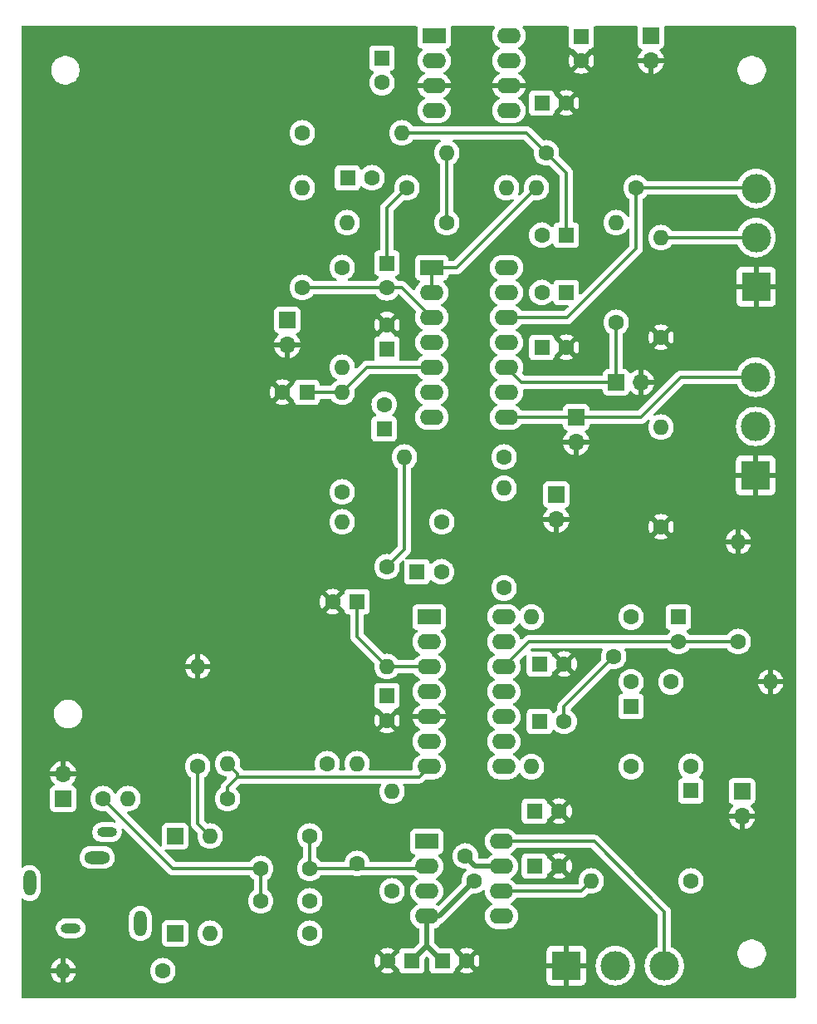
<source format=gbr>
%TF.GenerationSoftware,KiCad,Pcbnew,8.0.4*%
%TF.CreationDate,2025-08-20T08:41:13+03:00*%
%TF.ProjectId,EEG_PCB,4545475f-5043-4422-9e6b-696361645f70,rev?*%
%TF.SameCoordinates,Original*%
%TF.FileFunction,Copper,L2,Bot*%
%TF.FilePolarity,Positive*%
%FSLAX46Y46*%
G04 Gerber Fmt 4.6, Leading zero omitted, Abs format (unit mm)*
G04 Created by KiCad (PCBNEW 8.0.4) date 2025-08-20 08:41:13*
%MOMM*%
%LPD*%
G01*
G04 APERTURE LIST*
%TA.AperFunction,ComponentPad*%
%ADD10C,1.600000*%
%TD*%
%TA.AperFunction,ComponentPad*%
%ADD11R,1.600000X1.600000*%
%TD*%
%TA.AperFunction,ComponentPad*%
%ADD12O,1.600000X1.600000*%
%TD*%
%TA.AperFunction,ComponentPad*%
%ADD13R,3.000000X3.000000*%
%TD*%
%TA.AperFunction,ComponentPad*%
%ADD14C,3.000000*%
%TD*%
%TA.AperFunction,ComponentPad*%
%ADD15R,1.700000X1.700000*%
%TD*%
%TA.AperFunction,ComponentPad*%
%ADD16O,1.700000X1.700000*%
%TD*%
%TA.AperFunction,ComponentPad*%
%ADD17R,2.400000X1.600000*%
%TD*%
%TA.AperFunction,ComponentPad*%
%ADD18O,2.400000X1.600000*%
%TD*%
%TA.AperFunction,ComponentPad*%
%ADD19O,1.308000X2.616000*%
%TD*%
%TA.AperFunction,ComponentPad*%
%ADD20O,2.016000X1.008000*%
%TD*%
%TA.AperFunction,ComponentPad*%
%ADD21O,2.616000X1.308000*%
%TD*%
%TA.AperFunction,ViaPad*%
%ADD22C,1.600000*%
%TD*%
%TA.AperFunction,Conductor*%
%ADD23C,0.500000*%
%TD*%
%TA.AperFunction,Conductor*%
%ADD24C,0.350000*%
%TD*%
G04 APERTURE END LIST*
D10*
%TO.P,C2,2*%
%TO.N,GND*%
X196088000Y-53340000D03*
D11*
%TO.P,C2,1*%
%TO.N,-9V*%
X193588000Y-53340000D03*
%TD*%
D10*
%TO.P,R6,1*%
%TO.N,/RC-*%
X169926000Y-128016000D03*
D12*
%TO.P,R6,2*%
%TO.N,/E-*%
X159766000Y-128016000D03*
%TD*%
D11*
%TO.P,C6,1*%
%TO.N,+9V*%
X177800000Y-78421113D03*
D10*
%TO.P,C6,2*%
%TO.N,GND*%
X177800000Y-75921113D03*
%TD*%
%TO.P,R21,1*%
%TO.N,/Notch_N4*%
X179832000Y-61976000D03*
D12*
%TO.P,R21,2*%
%TO.N,/Q_Opa_Out2*%
X189992000Y-61976000D03*
%TD*%
D11*
%TO.P,C5,1*%
%TO.N,+9V*%
X177800000Y-113729888D03*
D10*
%TO.P,C5,2*%
%TO.N,GND*%
X177800000Y-116229888D03*
%TD*%
D11*
%TO.P,C14,1*%
%TO.N,/Raw_EEG*%
X208788000Y-123404000D03*
D10*
%TO.P,C14,2*%
%TO.N,/1st_HPF_N1*%
X208788000Y-120904000D03*
%TD*%
%TO.P,R16,1*%
%TO.N,/2nd_LPF_N2*%
X173228000Y-92964000D03*
D12*
%TO.P,R16,2*%
%TO.N,/LPF2+*%
X173228000Y-82804000D03*
%TD*%
D13*
%TO.P,RV1,1,1*%
%TO.N,GND*%
X196088000Y-141224000D03*
D14*
%TO.P,RV1,2,2*%
%TO.N,Net-(RV1-Pad2)*%
X201088000Y-141224000D03*
%TO.P,RV1,3,3*%
%TO.N,Net-(RV1-Pad3)*%
X206088000Y-141224000D03*
%TD*%
D10*
%TO.P,R13,1*%
%TO.N,/HPF_Out*%
X189738000Y-89408000D03*
D12*
%TO.P,R13,2*%
%TO.N,/1st_LPF_N1*%
X179578000Y-89408000D03*
%TD*%
D10*
%TO.P,R8,1*%
%TO.N,/E-*%
X158496000Y-120904000D03*
D12*
%TO.P,R8,2*%
%TO.N,GND*%
X158496000Y-110744000D03*
%TD*%
D10*
%TO.P,R12,1*%
%TO.N,/HPF2+*%
X213614000Y-108204000D03*
D12*
%TO.P,R12,2*%
%TO.N,GND*%
X213614000Y-98044000D03*
%TD*%
D10*
%TO.P,R28,1*%
%TO.N,/Notch_Out*%
X201168000Y-75692000D03*
D12*
%TO.P,R28,2*%
%TO.N,/Q_Opa_Out1*%
X201168000Y-65532000D03*
%TD*%
D10*
%TO.P,R18,1*%
%TO.N,/Notch_N3*%
X194056000Y-58420000D03*
D12*
%TO.P,R18,2*%
%TO.N,/Notch_N1*%
X183896000Y-58420000D03*
%TD*%
D15*
%TO.P,J9,1,Pin_1*%
%TO.N,/E-*%
X156210000Y-128016000D03*
%TD*%
D11*
%TO.P,C16,1*%
%TO.N,/1stHPF_Out*%
X193358888Y-116332000D03*
D10*
%TO.P,C16,2*%
%TO.N,/2nd_HPF_N2*%
X195858888Y-116332000D03*
%TD*%
D15*
%TO.P,J1,1,Pin_1*%
%TO.N,+9V*%
X204724000Y-46477000D03*
D16*
%TO.P,J1,2,Pin_2*%
%TO.N,GND*%
X204724000Y-49017000D03*
%TD*%
D11*
%TO.P,C9,1*%
%TO.N,-9V*%
X193358888Y-110490000D03*
D10*
%TO.P,C9,2*%
%TO.N,GND*%
X195858888Y-110490000D03*
%TD*%
D11*
%TO.P,C1,1*%
%TO.N,+9V*%
X197612000Y-46546888D03*
D10*
%TO.P,C1,2*%
%TO.N,GND*%
X197612000Y-49046888D03*
%TD*%
D13*
%TO.P,RV3,1,1*%
%TO.N,GND*%
X215392000Y-91280000D03*
D14*
%TO.P,RV3,2,2*%
%TO.N,/Gain-*%
X215392000Y-86280000D03*
%TO.P,RV3,3,3*%
%TO.N,/Analog_Out*%
X215392000Y-81280000D03*
%TD*%
D11*
%TO.P,C18,1*%
%TO.N,/1st_LPF_N1*%
X180848000Y-101092000D03*
D10*
%TO.P,C18,2*%
%TO.N,/1stLPF_Out*%
X183348000Y-101092000D03*
%TD*%
%TO.P,R10,1*%
%TO.N,/2nd_HPF_N2*%
X202692000Y-105704000D03*
D12*
%TO.P,R10,2*%
%TO.N,/2ndHPF_Out*%
X192532000Y-105704000D03*
%TD*%
D15*
%TO.P,J6,1,Pin_1*%
%TO.N,/HPF_Out*%
X195072000Y-93213000D03*
D16*
%TO.P,J6,2,Pin_2*%
%TO.N,GND*%
X195072000Y-95753000D03*
%TD*%
D11*
%TO.P,C7,1*%
%TO.N,+9V*%
X192850888Y-125476000D03*
D10*
%TO.P,C7,2*%
%TO.N,GND*%
X195350888Y-125476000D03*
%TD*%
%TO.P,R11,1*%
%TO.N,/HPF1+*%
X206756000Y-112308000D03*
D12*
%TO.P,R11,2*%
%TO.N,GND*%
X216916000Y-112308000D03*
%TD*%
D15*
%TO.P,J4,1,Pin_1*%
%TO.N,/Notch_Out*%
X201163000Y-81788000D03*
D16*
%TO.P,J4,2,Pin_2*%
%TO.N,GND*%
X203703000Y-81788000D03*
%TD*%
D11*
%TO.P,C11,1*%
%TO.N,-9V*%
X180340000Y-140716000D03*
D10*
%TO.P,C11,2*%
%TO.N,GND*%
X177840000Y-140716000D03*
%TD*%
%TO.P,R2,1*%
%TO.N,/RC+*%
X178308000Y-133604000D03*
D12*
%TO.P,R2,2*%
%TO.N,/DRL_Av*%
X178308000Y-123444000D03*
%TD*%
D11*
%TO.P,C3,1*%
%TO.N,/C1+*%
X177292000Y-48768000D03*
D10*
%TO.P,C3,2*%
%TO.N,/C1-*%
X177292000Y-51268000D03*
%TD*%
D15*
%TO.P,J8,1,Pin_1*%
%TO.N,/E+*%
X156210000Y-137922000D03*
%TD*%
D11*
%TO.P,C22,1*%
%TO.N,/Notch_N3*%
X196088000Y-66802000D03*
D10*
%TO.P,C22,2*%
%TO.N,/Q_Opa_Out2*%
X193588000Y-66802000D03*
%TD*%
D11*
%TO.P,C15,1*%
%TO.N,/1st_HPF_N1*%
X202692000Y-114808000D03*
D10*
%TO.P,C15,2*%
%TO.N,/HPF1+*%
X202692000Y-112308000D03*
%TD*%
%TO.P,R9,1*%
%TO.N,/1st_HPF_N1*%
X202692000Y-120944000D03*
D12*
%TO.P,R9,2*%
%TO.N,/1stHPF_Out*%
X192532000Y-120944000D03*
%TD*%
D11*
%TO.P,C24,1*%
%TO.N,/LPF_Out*%
X173776000Y-60960000D03*
D10*
%TO.P,C24,2*%
%TO.N,/Notch_N4*%
X176276000Y-60960000D03*
%TD*%
D15*
%TO.P,J7,1,Pin_1*%
%TO.N,/Raw_EEG*%
X213995000Y-123444000D03*
D16*
%TO.P,J7,2,Pin_2*%
%TO.N,GND*%
X213995000Y-125984000D03*
%TD*%
D17*
%TO.P,U3,1,NC*%
%TO.N,unconnected-(U3-NC-Pad1)*%
X182611000Y-46492000D03*
D18*
%TO.P,U3,2,CAP+*%
%TO.N,/C1+*%
X182611000Y-49032000D03*
%TO.P,U3,3,GND*%
%TO.N,GND*%
X182611000Y-51572000D03*
%TO.P,U3,4,CAP-*%
%TO.N,/C1-*%
X182611000Y-54112000D03*
%TO.P,U3,5,VOUT*%
%TO.N,-9V*%
X190231000Y-54112000D03*
%TO.P,U3,6,LV*%
%TO.N,GND*%
X190231000Y-51572000D03*
%TO.P,U3,7,OSC*%
%TO.N,unconnected-(U3-OSC-Pad7)*%
X190231000Y-49032000D03*
%TO.P,U3,8,V+*%
%TO.N,+9V*%
X190231000Y-46492000D03*
%TD*%
D10*
%TO.P,R17,1*%
%TO.N,/Notch_N1*%
X183896000Y-65532000D03*
D12*
%TO.P,R17,2*%
%TO.N,/LPF_Out*%
X173736000Y-65532000D03*
%TD*%
D11*
%TO.P,C8,1*%
%TO.N,-9V*%
X183428000Y-140716000D03*
D10*
%TO.P,C8,2*%
%TO.N,GND*%
X185928000Y-140716000D03*
%TD*%
D11*
%TO.P,C4,1*%
%TO.N,+9V*%
X192850888Y-131064000D03*
D10*
%TO.P,C4,2*%
%TO.N,GND*%
X195350888Y-131064000D03*
%TD*%
%TO.P,R23,1*%
%TO.N,GND*%
X205740000Y-77216000D03*
D12*
%TO.P,R23,2*%
%TO.N,/notch_Pot-*%
X205740000Y-67056000D03*
%TD*%
D11*
%TO.P,C20,1*%
%TO.N,/LPF1+*%
X174752000Y-104140000D03*
D10*
%TO.P,C20,2*%
%TO.N,GND*%
X172252000Y-104140000D03*
%TD*%
D11*
%TO.P,C21,1*%
%TO.N,/LPF2+*%
X169632000Y-82804000D03*
D10*
%TO.P,C21,2*%
%TO.N,GND*%
X167132000Y-82804000D03*
%TD*%
%TO.P,R26,1*%
%TO.N,/2ndHPF_Out*%
X189738000Y-102743000D03*
D12*
%TO.P,R26,2*%
%TO.N,/HPF_Out*%
X189738000Y-92583000D03*
%TD*%
D17*
%TO.P,U1,1,Rg*%
%TO.N,Net-(RV1-Pad2)*%
X181864000Y-128564000D03*
D18*
%TO.P,U1,2,-*%
%TO.N,/RC-*%
X181864000Y-131104000D03*
%TO.P,U1,3,+*%
%TO.N,/RC+*%
X181864000Y-133644000D03*
%TO.P,U1,4,Vs-*%
%TO.N,-9V*%
X181864000Y-136184000D03*
%TO.P,U1,5,Ref*%
%TO.N,/Inst_GND*%
X189484000Y-136184000D03*
%TO.P,U1,6*%
%TO.N,/Inst_Out*%
X189484000Y-133644000D03*
%TO.P,U1,7,Vs+*%
%TO.N,+9V*%
X189484000Y-131104000D03*
%TO.P,U1,8,Rg*%
%TO.N,Net-(RV1-Pad3)*%
X189484000Y-128564000D03*
%TD*%
D10*
%TO.P,R19,1*%
%TO.N,/Notch_N2*%
X169164000Y-56388000D03*
D12*
%TO.P,R19,2*%
%TO.N,/Notch_N3*%
X179324000Y-56388000D03*
%TD*%
D10*
%TO.P,C13,1*%
%TO.N,/RC-*%
X169926000Y-131318000D03*
%TO.P,C13,2*%
%TO.N,/REF*%
X164926000Y-131318000D03*
%TD*%
%TO.P,C12,1*%
%TO.N,/RC+*%
X169926000Y-134620000D03*
%TO.P,C12,2*%
%TO.N,/REF*%
X164926000Y-134620000D03*
%TD*%
%TO.P,R22,1*%
%TO.N,/notch_Pot+*%
X203200000Y-61976000D03*
D12*
%TO.P,R22,2*%
%TO.N,/Q_Opa_Out1*%
X193040000Y-61976000D03*
%TD*%
D10*
%TO.P,R15,1*%
%TO.N,/1stLPF_Out*%
X183388000Y-96012000D03*
D12*
%TO.P,R15,2*%
%TO.N,/2nd_LPF_N2*%
X173228000Y-96012000D03*
%TD*%
D11*
%TO.P,C25,1*%
%TO.N,/Notch_N4*%
X177800000Y-69660888D03*
D10*
%TO.P,C25,2*%
%TO.N,/Notch_N5*%
X177800000Y-72160888D03*
%TD*%
%TO.P,R1,1*%
%TO.N,/RC+*%
X169926000Y-137922000D03*
D12*
%TO.P,R1,2*%
%TO.N,/E+*%
X159766000Y-137922000D03*
%TD*%
D10*
%TO.P,R14,1*%
%TO.N,/1st_LPF_N1*%
X177800000Y-100584000D03*
D12*
%TO.P,R14,2*%
%TO.N,/LPF1+*%
X177800000Y-110744000D03*
%TD*%
D11*
%TO.P,C10,1*%
%TO.N,-9V*%
X193588000Y-78232000D03*
D10*
%TO.P,C10,2*%
%TO.N,GND*%
X196088000Y-78232000D03*
%TD*%
D11*
%TO.P,C19,1*%
%TO.N,/2nd_LPF_N2*%
X177521112Y-86549113D03*
D10*
%TO.P,C19,2*%
%TO.N,/2ndLPF_Out*%
X177521112Y-84049113D03*
%TD*%
%TO.P,R4,1*%
%TO.N,/DRL_Out*%
X161544000Y-124206000D03*
D12*
%TO.P,R4,2*%
%TO.N,/REF*%
X151384000Y-124206000D03*
%TD*%
D15*
%TO.P,J3,1,Pin_1*%
%TO.N,/Analog_Out*%
X197104000Y-85344000D03*
D16*
%TO.P,J3,2,Pin_2*%
%TO.N,GND*%
X197104000Y-87884000D03*
%TD*%
D10*
%TO.P,R27,1*%
%TO.N,/LPF_Out*%
X173228000Y-70104000D03*
D12*
%TO.P,R27,2*%
%TO.N,/2ndLPF_Out*%
X173228000Y-80264000D03*
%TD*%
D11*
%TO.P,C23,1*%
%TO.N,/Notch_N3*%
X196088000Y-72644000D03*
D10*
%TO.P,C23,2*%
%TO.N,/Q_Opa_Out2*%
X193588000Y-72644000D03*
%TD*%
%TO.P,R25,1*%
%TO.N,/Raw_EEG*%
X208788000Y-132588000D03*
D12*
%TO.P,R25,2*%
%TO.N,/Inst_Out*%
X198628000Y-132588000D03*
%TD*%
D10*
%TO.P,R20,1*%
%TO.N,/Notch_N5*%
X169164000Y-72136000D03*
D12*
%TO.P,R20,2*%
%TO.N,/Notch_N2*%
X169164000Y-61976000D03*
%TD*%
D10*
%TO.P,R3,1*%
%TO.N,/DRL_Av*%
X171704000Y-120650000D03*
D12*
%TO.P,R3,2*%
%TO.N,/DRL_Out*%
X161544000Y-120650000D03*
%TD*%
D10*
%TO.P,R7,1*%
%TO.N,/RC-*%
X174752000Y-130810000D03*
D12*
%TO.P,R7,2*%
%TO.N,/DRL_Av*%
X174752000Y-120650000D03*
%TD*%
D10*
%TO.P,R5,1*%
%TO.N,/E+*%
X154940000Y-141732000D03*
D12*
%TO.P,R5,2*%
%TO.N,GND*%
X144780000Y-141732000D03*
%TD*%
D17*
%TO.P,U4,1*%
%TO.N,/1stLPF_Out*%
X182103000Y-105699000D03*
D18*
%TO.P,U4,2,-*%
X182103000Y-108239000D03*
%TO.P,U4,3,+*%
%TO.N,/LPF1+*%
X182103000Y-110779000D03*
%TO.P,U4,4,V+*%
%TO.N,+9V*%
X182103000Y-113319000D03*
%TO.P,U4,5,+*%
%TO.N,GND*%
X182103000Y-115859000D03*
%TO.P,U4,6,-*%
%TO.N,/DRL_Av*%
X182103000Y-118399000D03*
%TO.P,U4,7*%
%TO.N,/DRL_Out*%
X182103000Y-120939000D03*
%TO.P,U4,8*%
%TO.N,/1stHPF_Out*%
X189723000Y-120939000D03*
%TO.P,U4,9,-*%
X189723000Y-118399000D03*
%TO.P,U4,10,+*%
%TO.N,/HPF1+*%
X189723000Y-115859000D03*
%TO.P,U4,11,V-*%
%TO.N,-9V*%
X189723000Y-113319000D03*
%TO.P,U4,12,+*%
%TO.N,/HPF2+*%
X189723000Y-110779000D03*
%TO.P,U4,13,-*%
%TO.N,/2ndHPF_Out*%
X189723000Y-108239000D03*
%TO.P,U4,14*%
X189723000Y-105699000D03*
%TD*%
D15*
%TO.P,J10,1,Pin_1*%
%TO.N,/REF*%
X144780000Y-124206000D03*
D16*
%TO.P,J10,2,Pin_2*%
%TO.N,GND*%
X144780000Y-121666000D03*
%TD*%
D11*
%TO.P,C17,1*%
%TO.N,/2nd_HPF_N2*%
X207518000Y-105704000D03*
D10*
%TO.P,C17,2*%
%TO.N,/HPF2+*%
X207518000Y-108204000D03*
%TD*%
D19*
%TO.P,J2,1,SLEEVE*%
%TO.N,/REF*%
X141354000Y-132806000D03*
D20*
%TO.P,J2,2,RING_1*%
%TO.N,unconnected-(J2-RING_1-Pad2)*%
X149254000Y-127606000D03*
D21*
%TO.P,J2,3,RING_2*%
%TO.N,/E-*%
X148254000Y-130206000D03*
D19*
%TO.P,J2,4,TIP_1*%
%TO.N,unconnected-(J2-TIP_1-Pad4)*%
X152654000Y-136906000D03*
D20*
%TO.P,J2,5,TIP_2*%
%TO.N,/E+*%
X145554000Y-137406000D03*
%TD*%
D13*
%TO.P,RV2,1,1*%
%TO.N,GND*%
X215438000Y-72056000D03*
D14*
%TO.P,RV2,2,2*%
%TO.N,/notch_Pot-*%
X215438000Y-67056000D03*
%TO.P,RV2,3,3*%
%TO.N,/notch_Pot+*%
X215438000Y-62056000D03*
%TD*%
D10*
%TO.P,R24,1*%
%TO.N,GND*%
X205740000Y-96520000D03*
D12*
%TO.P,R24,2*%
%TO.N,/Gain-*%
X205740000Y-86360000D03*
%TD*%
D17*
%TO.P,U2,1*%
%TO.N,/Q_Opa_Out1*%
X182372000Y-70104000D03*
D18*
%TO.P,U2,2,-*%
X182372000Y-72644000D03*
%TO.P,U2,3,+*%
%TO.N,/Notch_N5*%
X182372000Y-75184000D03*
%TO.P,U2,4,V+*%
%TO.N,+9V*%
X182372000Y-77724000D03*
%TO.P,U2,5,+*%
%TO.N,/LPF2+*%
X182372000Y-80264000D03*
%TO.P,U2,6,-*%
%TO.N,/2ndLPF_Out*%
X182372000Y-82804000D03*
%TO.P,U2,7*%
X182372000Y-85344000D03*
%TO.P,U2,8*%
%TO.N,/Analog_Out*%
X189992000Y-85344000D03*
%TO.P,U2,9,-*%
%TO.N,/Gain-*%
X189992000Y-82804000D03*
%TO.P,U2,10,+*%
%TO.N,/Notch_Out*%
X189992000Y-80264000D03*
%TO.P,U2,11,V-*%
%TO.N,-9V*%
X189992000Y-77724000D03*
%TO.P,U2,12,+*%
%TO.N,/notch_Pot+*%
X189992000Y-75184000D03*
%TO.P,U2,13,-*%
%TO.N,/Q_Opa_Out2*%
X189992000Y-72644000D03*
%TO.P,U2,14*%
X189992000Y-70104000D03*
%TD*%
D15*
%TO.P,J5,1,Pin_1*%
%TO.N,/LPF_Out*%
X167640000Y-75433000D03*
D16*
%TO.P,J5,2,Pin_2*%
%TO.N,GND*%
X167640000Y-77973000D03*
%TD*%
D22*
%TO.N,GND*%
X192532000Y-50038000D03*
X212090000Y-72390000D03*
X201930000Y-86868000D03*
X175514000Y-73914000D03*
X163830000Y-82550000D03*
X198882000Y-77470000D03*
X206756000Y-79756000D03*
X211836000Y-91186000D03*
X198374000Y-125730000D03*
X169672000Y-103886000D03*
X158496000Y-107950000D03*
X177800000Y-118618000D03*
X200660000Y-96266000D03*
X209550000Y-98044000D03*
X216916000Y-109220000D03*
X198374000Y-110236000D03*
%TO.N,/2nd_HPF_N2*%
X200914000Y-109728000D03*
%TO.N,GND*%
X144780000Y-119126000D03*
X193040000Y-141986000D03*
X197866000Y-130556000D03*
X196088000Y-138430000D03*
X193294000Y-138430000D03*
X175260000Y-140970000D03*
X187960000Y-142240000D03*
X142240000Y-142748000D03*
X142240000Y-140970000D03*
%TO.N,/REF*%
X148844000Y-124206000D03*
%TO.N,-9V*%
X186690000Y-132588000D03*
%TO.N,+9V*%
X185786000Y-130048000D03*
%TO.N,GND*%
X185166000Y-49784000D03*
X206502000Y-52070000D03*
X204470000Y-52070000D03*
X198374000Y-51054000D03*
X198374000Y-53340000D03*
X185166000Y-52324000D03*
%TD*%
D23*
%TO.N,GND*%
X184404000Y-51572000D02*
X185928000Y-51572000D01*
X185928000Y-51572000D02*
X190231000Y-51572000D01*
X185430000Y-52070000D02*
X185928000Y-51572000D01*
X185166000Y-52324000D02*
X185420000Y-52070000D01*
X185420000Y-52070000D02*
X185430000Y-52070000D01*
X182611000Y-51572000D02*
X184404000Y-51572000D01*
X185166000Y-52324000D02*
X185156000Y-52324000D01*
X185156000Y-52324000D02*
X184404000Y-51572000D01*
D24*
%TO.N,/Analog_Out*%
X203708000Y-85344000D02*
X207772000Y-81280000D01*
X207772000Y-81280000D02*
X215392000Y-81280000D01*
X197104000Y-85344000D02*
X203708000Y-85344000D01*
X189992000Y-85344000D02*
X197104000Y-85344000D01*
%TO.N,/Notch_Out*%
X201163000Y-81788000D02*
X191516000Y-81788000D01*
X191516000Y-81788000D02*
X189992000Y-80264000D01*
X201163000Y-81788000D02*
X201163000Y-75697000D01*
X201163000Y-75697000D02*
X201168000Y-75692000D01*
%TO.N,/Notch_N3*%
X194056000Y-58420000D02*
X192024000Y-56388000D01*
X192024000Y-56388000D02*
X179324000Y-56388000D01*
X196088000Y-66802000D02*
X196088000Y-60452000D01*
X196088000Y-60452000D02*
X194056000Y-58420000D01*
%TO.N,/notch_Pot-*%
X205740000Y-67056000D02*
X215438000Y-67056000D01*
%TO.N,/notch_Pot+*%
X203200000Y-61976000D02*
X215358000Y-61976000D01*
X215358000Y-61976000D02*
X215438000Y-62056000D01*
X189992000Y-75184000D02*
X196198000Y-75184000D01*
X196198000Y-75184000D02*
X203200000Y-68182000D01*
X203200000Y-68182000D02*
X203200000Y-61976000D01*
%TO.N,/Q_Opa_Out1*%
X182372000Y-70104000D02*
X184912000Y-70104000D01*
X184912000Y-70104000D02*
X193040000Y-61976000D01*
X182372000Y-72644000D02*
X182372000Y-70104000D01*
%TO.N,/Notch_N1*%
X183896000Y-65532000D02*
X183896000Y-58420000D01*
%TO.N,/Notch_N4*%
X179832000Y-61976000D02*
X177800000Y-64008000D01*
X177800000Y-64008000D02*
X177800000Y-69660888D01*
%TO.N,/Notch_N5*%
X177800000Y-72160888D02*
X169188888Y-72160888D01*
X169188888Y-72160888D02*
X169164000Y-72136000D01*
X182372000Y-75184000D02*
X179348888Y-72160888D01*
X179348888Y-72160888D02*
X177800000Y-72160888D01*
%TO.N,/LPF2+*%
X173228000Y-82804000D02*
X175768000Y-80264000D01*
X175768000Y-80264000D02*
X182372000Y-80264000D01*
X169632000Y-82804000D02*
X173228000Y-82804000D01*
%TO.N,/1st_LPF_N1*%
X177800000Y-100584000D02*
X179578000Y-98806000D01*
X179578000Y-98806000D02*
X179578000Y-89408000D01*
%TO.N,/LPF1+*%
X177800000Y-110744000D02*
X174752000Y-107696000D01*
X174752000Y-107696000D02*
X174752000Y-104140000D01*
X182103000Y-110779000D02*
X177835000Y-110779000D01*
X177835000Y-110779000D02*
X177800000Y-110744000D01*
%TO.N,/DRL_Out*%
X162569000Y-121975000D02*
X181067000Y-121975000D01*
X181067000Y-121975000D02*
X182103000Y-120939000D01*
%TO.N,/HPF2+*%
X207518000Y-108204000D02*
X213614000Y-108204000D01*
X189723000Y-110779000D02*
X192298000Y-108204000D01*
X192298000Y-108204000D02*
X207518000Y-108204000D01*
%TO.N,/2nd_HPF_N2*%
X195858888Y-114783112D02*
X200914000Y-109728000D01*
X195858888Y-116332000D02*
X195858888Y-114783112D01*
%TO.N,Net-(RV1-Pad3)*%
X189484000Y-128564000D02*
X198922000Y-128564000D01*
X198922000Y-128564000D02*
X206088000Y-135730000D01*
X206088000Y-135730000D02*
X206088000Y-141224000D01*
%TO.N,/Inst_Out*%
X189484000Y-133644000D02*
X197572000Y-133644000D01*
X197572000Y-133644000D02*
X198628000Y-132588000D01*
D23*
%TO.N,+9V*%
X185786000Y-130048000D02*
X186802000Y-131064000D01*
X186802000Y-131064000D02*
X189444000Y-131064000D01*
X189444000Y-131064000D02*
X189484000Y-131104000D01*
D24*
%TO.N,/RC-*%
X175514000Y-131318000D02*
X181650000Y-131318000D01*
X169926000Y-131318000D02*
X175514000Y-131318000D01*
X175260000Y-131318000D02*
X174752000Y-130810000D01*
X175514000Y-131318000D02*
X175260000Y-131318000D01*
X181650000Y-131318000D02*
X181864000Y-131104000D01*
X169926000Y-128016000D02*
X169926000Y-131318000D01*
D23*
%TO.N,-9V*%
X180340000Y-140716000D02*
X181864000Y-139192000D01*
X181864000Y-136184000D02*
X181864000Y-139192000D01*
X181864000Y-139192000D02*
X183388000Y-140716000D01*
X183388000Y-140716000D02*
X183428000Y-140716000D01*
X181864000Y-136184000D02*
X183094000Y-136184000D01*
X183094000Y-136184000D02*
X186690000Y-132588000D01*
D24*
%TO.N,/DRL_Out*%
X162569000Y-121975000D02*
X162569000Y-121675000D01*
X162569000Y-121675000D02*
X161544000Y-120650000D01*
X161544000Y-123000000D02*
X162569000Y-121975000D01*
X161544000Y-124206000D02*
X161544000Y-123000000D01*
%TO.N,/E-*%
X159766000Y-128016000D02*
X158496000Y-126746000D01*
X158496000Y-126746000D02*
X158496000Y-120904000D01*
%TO.N,/REF*%
X164926000Y-131318000D02*
X164926000Y-134620000D01*
X155956000Y-131318000D02*
X164926000Y-131318000D01*
X148844000Y-124206000D02*
X155956000Y-131318000D01*
%TD*%
%TA.AperFunction,Conductor*%
%TO.N,GND*%
G36*
X180854935Y-45520185D02*
G01*
X180900690Y-45572989D01*
X180911185Y-45637756D01*
X180910500Y-45644118D01*
X180910500Y-47339870D01*
X180910501Y-47339876D01*
X180916908Y-47399483D01*
X180967202Y-47534328D01*
X180967206Y-47534335D01*
X181053452Y-47649544D01*
X181053455Y-47649547D01*
X181168664Y-47735793D01*
X181168671Y-47735797D01*
X181213618Y-47752561D01*
X181303517Y-47786091D01*
X181340441Y-47790060D01*
X181404989Y-47816796D01*
X181444838Y-47874188D01*
X181447333Y-47944013D01*
X181411681Y-48004102D01*
X181400071Y-48013666D01*
X181363784Y-48040030D01*
X181219028Y-48184786D01*
X181098715Y-48350386D01*
X181005781Y-48532776D01*
X180942522Y-48727465D01*
X180910500Y-48929648D01*
X180910500Y-49134351D01*
X180942522Y-49336534D01*
X181005781Y-49531223D01*
X181069691Y-49656653D01*
X181091455Y-49699366D01*
X181098715Y-49713613D01*
X181219028Y-49879213D01*
X181363786Y-50023971D01*
X181465591Y-50097935D01*
X181529390Y-50144287D01*
X181593632Y-50177020D01*
X181622629Y-50191795D01*
X181673425Y-50239770D01*
X181690220Y-50307591D01*
X181667682Y-50373726D01*
X181622629Y-50412765D01*
X181529650Y-50460140D01*
X181364105Y-50580417D01*
X181364104Y-50580417D01*
X181219417Y-50725104D01*
X181219417Y-50725105D01*
X181099140Y-50890650D01*
X181006244Y-51072970D01*
X180943009Y-51267586D01*
X180934391Y-51322000D01*
X182295314Y-51322000D01*
X182290920Y-51326394D01*
X182238259Y-51417606D01*
X182211000Y-51519339D01*
X182211000Y-51624661D01*
X182238259Y-51726394D01*
X182290920Y-51817606D01*
X182295314Y-51822000D01*
X180934391Y-51822000D01*
X180943009Y-51876413D01*
X181006244Y-52071029D01*
X181099140Y-52253349D01*
X181219417Y-52418894D01*
X181219417Y-52418895D01*
X181364104Y-52563582D01*
X181529652Y-52683861D01*
X181622628Y-52731234D01*
X181673425Y-52779208D01*
X181690220Y-52847029D01*
X181667683Y-52913164D01*
X181622630Y-52952203D01*
X181529388Y-52999713D01*
X181363786Y-53120028D01*
X181219028Y-53264786D01*
X181098715Y-53430386D01*
X181005781Y-53612776D01*
X180942522Y-53807465D01*
X180910500Y-54009648D01*
X180910500Y-54214351D01*
X180942522Y-54416534D01*
X181005781Y-54611223D01*
X181098715Y-54793613D01*
X181219028Y-54959213D01*
X181363786Y-55103971D01*
X181442641Y-55161261D01*
X181529390Y-55224287D01*
X181594439Y-55257431D01*
X181711776Y-55317218D01*
X181711778Y-55317218D01*
X181711781Y-55317220D01*
X181816137Y-55351127D01*
X181906465Y-55380477D01*
X181953673Y-55387954D01*
X182108648Y-55412500D01*
X182108649Y-55412500D01*
X183113351Y-55412500D01*
X183113352Y-55412500D01*
X183315534Y-55380477D01*
X183510219Y-55317220D01*
X183692610Y-55224287D01*
X183785590Y-55156732D01*
X183858213Y-55103971D01*
X183858215Y-55103968D01*
X183858219Y-55103966D01*
X184002966Y-54959219D01*
X184002968Y-54959215D01*
X184002971Y-54959213D01*
X184055732Y-54886590D01*
X184123287Y-54793610D01*
X184216220Y-54611219D01*
X184279477Y-54416534D01*
X184311500Y-54214352D01*
X184311500Y-54009648D01*
X184279477Y-53807465D01*
X184216218Y-53612776D01*
X184182503Y-53546607D01*
X184123287Y-53430390D01*
X184095876Y-53392661D01*
X184002971Y-53264786D01*
X183858213Y-53120028D01*
X183692611Y-52999713D01*
X183599369Y-52952203D01*
X183548574Y-52904229D01*
X183531779Y-52836407D01*
X183554317Y-52770273D01*
X183599371Y-52731234D01*
X183692347Y-52683861D01*
X183857894Y-52563582D01*
X183857895Y-52563582D01*
X184002582Y-52418895D01*
X184002582Y-52418894D01*
X184122859Y-52253349D01*
X184215755Y-52071029D01*
X184278990Y-51876413D01*
X184287609Y-51822000D01*
X182926686Y-51822000D01*
X182931080Y-51817606D01*
X182983741Y-51726394D01*
X183011000Y-51624661D01*
X183011000Y-51519339D01*
X182983741Y-51417606D01*
X182931080Y-51326394D01*
X182926686Y-51322000D01*
X184287609Y-51322000D01*
X184278990Y-51267586D01*
X184215755Y-51072970D01*
X184122859Y-50890650D01*
X184002582Y-50725105D01*
X184002582Y-50725104D01*
X183857895Y-50580417D01*
X183692349Y-50460140D01*
X183599370Y-50412765D01*
X183548574Y-50364790D01*
X183531779Y-50296969D01*
X183554316Y-50230835D01*
X183599370Y-50191795D01*
X183692610Y-50144287D01*
X183796923Y-50068500D01*
X183858213Y-50023971D01*
X183858215Y-50023968D01*
X183858219Y-50023966D01*
X184002966Y-49879219D01*
X184002968Y-49879215D01*
X184002971Y-49879213D01*
X184080603Y-49772360D01*
X184123287Y-49713610D01*
X184216220Y-49531219D01*
X184279477Y-49336534D01*
X184311500Y-49134352D01*
X184311500Y-48929648D01*
X184294177Y-48820277D01*
X184279477Y-48727465D01*
X184216218Y-48532776D01*
X184182503Y-48466607D01*
X184123287Y-48350390D01*
X184102235Y-48321414D01*
X184002971Y-48184786D01*
X183858219Y-48040034D01*
X183821930Y-48013669D01*
X183779264Y-47958339D01*
X183773285Y-47888726D01*
X183805890Y-47826931D01*
X183866728Y-47792573D01*
X183881562Y-47790060D01*
X183918483Y-47786091D01*
X184053328Y-47735797D01*
X184053327Y-47735797D01*
X184053331Y-47735796D01*
X184168546Y-47649546D01*
X184254796Y-47534331D01*
X184305091Y-47399483D01*
X184311500Y-47339873D01*
X184311499Y-45644128D01*
X184311286Y-45642147D01*
X184310814Y-45637751D01*
X184323222Y-45568992D01*
X184370834Y-45517856D01*
X184434104Y-45500500D01*
X188700496Y-45500500D01*
X188767535Y-45520185D01*
X188813290Y-45572989D01*
X188823234Y-45642147D01*
X188800815Y-45697385D01*
X188718712Y-45810390D01*
X188625781Y-45992776D01*
X188562522Y-46187465D01*
X188530500Y-46389648D01*
X188530500Y-46594351D01*
X188562522Y-46796534D01*
X188625781Y-46991223D01*
X188718715Y-47173613D01*
X188839028Y-47339213D01*
X188983786Y-47483971D01*
X189128656Y-47589223D01*
X189149390Y-47604287D01*
X189238212Y-47649544D01*
X189242080Y-47651515D01*
X189292876Y-47699490D01*
X189309671Y-47767311D01*
X189287134Y-47833446D01*
X189242080Y-47872485D01*
X189149386Y-47919715D01*
X188983786Y-48040028D01*
X188839028Y-48184786D01*
X188718715Y-48350386D01*
X188625781Y-48532776D01*
X188562522Y-48727465D01*
X188530500Y-48929648D01*
X188530500Y-49134351D01*
X188562522Y-49336534D01*
X188625781Y-49531223D01*
X188689691Y-49656653D01*
X188711455Y-49699366D01*
X188718715Y-49713613D01*
X188839028Y-49879213D01*
X188983786Y-50023971D01*
X189085591Y-50097935D01*
X189149390Y-50144287D01*
X189213632Y-50177020D01*
X189242629Y-50191795D01*
X189293425Y-50239770D01*
X189310220Y-50307591D01*
X189287682Y-50373726D01*
X189242629Y-50412765D01*
X189149650Y-50460140D01*
X188984105Y-50580417D01*
X188984104Y-50580417D01*
X188839417Y-50725104D01*
X188839417Y-50725105D01*
X188719140Y-50890650D01*
X188626244Y-51072970D01*
X188563009Y-51267586D01*
X188554391Y-51322000D01*
X189915314Y-51322000D01*
X189910920Y-51326394D01*
X189858259Y-51417606D01*
X189831000Y-51519339D01*
X189831000Y-51624661D01*
X189858259Y-51726394D01*
X189910920Y-51817606D01*
X189915314Y-51822000D01*
X188554391Y-51822000D01*
X188563009Y-51876413D01*
X188626244Y-52071029D01*
X188719140Y-52253349D01*
X188839417Y-52418894D01*
X188839417Y-52418895D01*
X188984104Y-52563582D01*
X189149652Y-52683861D01*
X189242628Y-52731234D01*
X189293425Y-52779208D01*
X189310220Y-52847029D01*
X189287683Y-52913164D01*
X189242630Y-52952203D01*
X189149388Y-52999713D01*
X188983786Y-53120028D01*
X188839028Y-53264786D01*
X188718715Y-53430386D01*
X188625781Y-53612776D01*
X188562522Y-53807465D01*
X188530500Y-54009648D01*
X188530500Y-54214351D01*
X188562522Y-54416534D01*
X188625781Y-54611223D01*
X188718715Y-54793613D01*
X188839028Y-54959213D01*
X188983786Y-55103971D01*
X189062641Y-55161261D01*
X189149390Y-55224287D01*
X189214439Y-55257431D01*
X189331776Y-55317218D01*
X189331778Y-55317218D01*
X189331781Y-55317220D01*
X189436137Y-55351127D01*
X189526465Y-55380477D01*
X189573673Y-55387954D01*
X189728648Y-55412500D01*
X189728649Y-55412500D01*
X190733351Y-55412500D01*
X190733352Y-55412500D01*
X190935534Y-55380477D01*
X191130219Y-55317220D01*
X191312610Y-55224287D01*
X191405590Y-55156732D01*
X191478213Y-55103971D01*
X191478215Y-55103968D01*
X191478219Y-55103966D01*
X191622966Y-54959219D01*
X191622968Y-54959215D01*
X191622971Y-54959213D01*
X191675732Y-54886590D01*
X191743287Y-54793610D01*
X191836220Y-54611219D01*
X191899477Y-54416534D01*
X191931500Y-54214352D01*
X191931500Y-54009648D01*
X191899477Y-53807465D01*
X191836218Y-53612776D01*
X191802503Y-53546607D01*
X191743287Y-53430390D01*
X191715876Y-53392661D01*
X191622971Y-53264786D01*
X191478213Y-53120028D01*
X191312611Y-52999713D01*
X191219369Y-52952203D01*
X191168574Y-52904229D01*
X191151779Y-52836407D01*
X191174317Y-52770273D01*
X191219371Y-52731234D01*
X191312347Y-52683861D01*
X191477894Y-52563582D01*
X191477895Y-52563582D01*
X191549342Y-52492135D01*
X192287500Y-52492135D01*
X192287500Y-54187870D01*
X192287501Y-54187876D01*
X192293908Y-54247483D01*
X192344202Y-54382328D01*
X192344206Y-54382335D01*
X192430452Y-54497544D01*
X192430455Y-54497547D01*
X192545664Y-54583793D01*
X192545671Y-54583797D01*
X192680517Y-54634091D01*
X192680516Y-54634091D01*
X192687444Y-54634835D01*
X192740127Y-54640500D01*
X194435872Y-54640499D01*
X194495483Y-54634091D01*
X194630331Y-54583796D01*
X194745546Y-54497546D01*
X194831796Y-54382331D01*
X194882091Y-54247483D01*
X194888500Y-54187873D01*
X194888499Y-54187845D01*
X194888678Y-54184547D01*
X194890183Y-54184627D01*
X194908112Y-54123326D01*
X194960868Y-54077514D01*
X195004465Y-54069981D01*
X195688000Y-53386446D01*
X195688000Y-53392661D01*
X195715259Y-53494394D01*
X195767920Y-53585606D01*
X195842394Y-53660080D01*
X195933606Y-53712741D01*
X196035339Y-53740000D01*
X196041553Y-53740000D01*
X195362526Y-54419025D01*
X195435513Y-54470132D01*
X195435521Y-54470136D01*
X195641668Y-54566264D01*
X195641682Y-54566269D01*
X195861389Y-54625139D01*
X195861400Y-54625141D01*
X196087998Y-54644966D01*
X196088002Y-54644966D01*
X196314599Y-54625141D01*
X196314610Y-54625139D01*
X196534317Y-54566269D01*
X196534331Y-54566264D01*
X196740478Y-54470136D01*
X196813471Y-54419024D01*
X196134447Y-53740000D01*
X196140661Y-53740000D01*
X196242394Y-53712741D01*
X196333606Y-53660080D01*
X196408080Y-53585606D01*
X196460741Y-53494394D01*
X196488000Y-53392661D01*
X196488000Y-53386447D01*
X197167024Y-54065471D01*
X197218136Y-53992478D01*
X197314264Y-53786331D01*
X197314269Y-53786317D01*
X197373139Y-53566610D01*
X197373141Y-53566599D01*
X197392966Y-53340002D01*
X197392966Y-53339997D01*
X197373141Y-53113400D01*
X197373139Y-53113389D01*
X197314269Y-52893682D01*
X197314264Y-52893668D01*
X197218136Y-52687521D01*
X197218132Y-52687513D01*
X197167025Y-52614526D01*
X196488000Y-53293551D01*
X196488000Y-53287339D01*
X196460741Y-53185606D01*
X196408080Y-53094394D01*
X196333606Y-53019920D01*
X196242394Y-52967259D01*
X196140661Y-52940000D01*
X196134448Y-52940000D01*
X196813472Y-52260974D01*
X196740478Y-52209863D01*
X196534331Y-52113735D01*
X196534317Y-52113730D01*
X196314610Y-52054860D01*
X196314599Y-52054858D01*
X196088002Y-52035034D01*
X196087998Y-52035034D01*
X195861400Y-52054858D01*
X195861389Y-52054860D01*
X195641682Y-52113730D01*
X195641673Y-52113734D01*
X195435516Y-52209866D01*
X195435512Y-52209868D01*
X195362526Y-52260973D01*
X195362526Y-52260974D01*
X196041553Y-52940000D01*
X196035339Y-52940000D01*
X195933606Y-52967259D01*
X195842394Y-53019920D01*
X195767920Y-53094394D01*
X195715259Y-53185606D01*
X195688000Y-53287339D01*
X195688000Y-53293552D01*
X195003799Y-52609351D01*
X194954805Y-52599505D01*
X194904622Y-52550889D01*
X194889981Y-52495366D01*
X194888900Y-52495423D01*
X194888854Y-52495429D01*
X194888853Y-52495426D01*
X194888676Y-52495436D01*
X194888499Y-52492135D01*
X194888499Y-52492128D01*
X194882091Y-52432517D01*
X194877010Y-52418895D01*
X194831797Y-52297671D01*
X194831793Y-52297664D01*
X194745547Y-52182455D01*
X194745544Y-52182452D01*
X194630335Y-52096206D01*
X194630328Y-52096202D01*
X194495482Y-52045908D01*
X194495483Y-52045908D01*
X194435883Y-52039501D01*
X194435881Y-52039500D01*
X194435873Y-52039500D01*
X194435864Y-52039500D01*
X192740129Y-52039500D01*
X192740123Y-52039501D01*
X192680516Y-52045908D01*
X192545671Y-52096202D01*
X192545664Y-52096206D01*
X192430455Y-52182452D01*
X192430452Y-52182455D01*
X192344206Y-52297664D01*
X192344202Y-52297671D01*
X192293908Y-52432517D01*
X192287501Y-52492116D01*
X192287501Y-52492123D01*
X192287500Y-52492135D01*
X191549342Y-52492135D01*
X191622582Y-52418895D01*
X191622582Y-52418894D01*
X191742859Y-52253349D01*
X191835755Y-52071029D01*
X191898990Y-51876413D01*
X191907609Y-51822000D01*
X190546686Y-51822000D01*
X190551080Y-51817606D01*
X190603741Y-51726394D01*
X190631000Y-51624661D01*
X190631000Y-51519339D01*
X190603741Y-51417606D01*
X190551080Y-51326394D01*
X190546686Y-51322000D01*
X191907609Y-51322000D01*
X191898990Y-51267586D01*
X191835755Y-51072970D01*
X191742859Y-50890650D01*
X191622582Y-50725105D01*
X191622582Y-50725104D01*
X191477895Y-50580417D01*
X191312349Y-50460140D01*
X191219370Y-50412765D01*
X191168574Y-50364790D01*
X191151779Y-50296969D01*
X191174316Y-50230835D01*
X191219370Y-50191795D01*
X191312610Y-50144287D01*
X191416923Y-50068500D01*
X191478213Y-50023971D01*
X191478215Y-50023968D01*
X191478219Y-50023966D01*
X191622966Y-49879219D01*
X191622968Y-49879215D01*
X191622971Y-49879213D01*
X191700603Y-49772360D01*
X191743287Y-49713610D01*
X191836220Y-49531219D01*
X191899477Y-49336534D01*
X191931500Y-49134352D01*
X191931500Y-48929648D01*
X191914177Y-48820277D01*
X191899477Y-48727465D01*
X191836218Y-48532776D01*
X191802503Y-48466607D01*
X191743287Y-48350390D01*
X191722235Y-48321414D01*
X191622971Y-48184786D01*
X191478213Y-48040028D01*
X191312614Y-47919715D01*
X191259888Y-47892850D01*
X191219917Y-47872483D01*
X191169123Y-47824511D01*
X191152328Y-47756690D01*
X191174865Y-47690555D01*
X191219917Y-47651516D01*
X191312610Y-47604287D01*
X191360727Y-47569328D01*
X191478213Y-47483971D01*
X191478215Y-47483968D01*
X191478219Y-47483966D01*
X191622966Y-47339219D01*
X191622968Y-47339215D01*
X191622971Y-47339213D01*
X191675732Y-47266590D01*
X191743287Y-47173610D01*
X191836220Y-46991219D01*
X191899477Y-46796534D01*
X191931500Y-46594352D01*
X191931500Y-46389648D01*
X191899477Y-46187466D01*
X191836220Y-45992781D01*
X191836218Y-45992778D01*
X191836218Y-45992776D01*
X191743287Y-45810390D01*
X191661185Y-45697385D01*
X191637706Y-45631578D01*
X191653532Y-45563524D01*
X191703638Y-45514830D01*
X191761504Y-45500500D01*
X196194797Y-45500500D01*
X196261836Y-45520185D01*
X196307591Y-45572989D01*
X196318087Y-45637755D01*
X196317909Y-45639402D01*
X196317909Y-45639405D01*
X196311500Y-45699015D01*
X196311500Y-45699022D01*
X196311500Y-45699023D01*
X196311500Y-47394758D01*
X196311501Y-47394764D01*
X196317908Y-47454371D01*
X196368202Y-47589216D01*
X196368206Y-47589223D01*
X196454452Y-47704432D01*
X196454455Y-47704435D01*
X196569664Y-47790681D01*
X196569671Y-47790685D01*
X196614618Y-47807449D01*
X196704517Y-47840979D01*
X196764127Y-47847388D01*
X196764153Y-47847387D01*
X196767453Y-47847566D01*
X196767372Y-47849071D01*
X196828672Y-47867000D01*
X196874483Y-47919755D01*
X196882016Y-47963352D01*
X197565553Y-48646888D01*
X197559339Y-48646888D01*
X197457606Y-48674147D01*
X197366394Y-48726808D01*
X197291920Y-48801282D01*
X197239259Y-48892494D01*
X197212000Y-48994227D01*
X197212000Y-49000440D01*
X196532974Y-48321414D01*
X196532973Y-48321414D01*
X196481868Y-48394400D01*
X196481866Y-48394404D01*
X196385734Y-48600561D01*
X196385730Y-48600570D01*
X196326860Y-48820277D01*
X196326858Y-48820288D01*
X196307034Y-49046885D01*
X196307034Y-49046890D01*
X196326858Y-49273487D01*
X196326860Y-49273498D01*
X196385730Y-49493205D01*
X196385735Y-49493219D01*
X196481863Y-49699366D01*
X196532974Y-49772360D01*
X197212000Y-49093334D01*
X197212000Y-49099549D01*
X197239259Y-49201282D01*
X197291920Y-49292494D01*
X197366394Y-49366968D01*
X197457606Y-49419629D01*
X197559339Y-49446888D01*
X197565553Y-49446888D01*
X196886526Y-50125913D01*
X196959513Y-50177020D01*
X196959521Y-50177024D01*
X197165668Y-50273152D01*
X197165682Y-50273157D01*
X197385389Y-50332027D01*
X197385400Y-50332029D01*
X197611998Y-50351854D01*
X197612002Y-50351854D01*
X197838599Y-50332029D01*
X197838610Y-50332027D01*
X198058317Y-50273157D01*
X198058331Y-50273152D01*
X198264478Y-50177024D01*
X198337471Y-50125912D01*
X197658447Y-49446888D01*
X197664661Y-49446888D01*
X197766394Y-49419629D01*
X197857606Y-49366968D01*
X197932080Y-49292494D01*
X197984741Y-49201282D01*
X198012000Y-49099549D01*
X198012000Y-49093335D01*
X198691024Y-49772359D01*
X198742136Y-49699366D01*
X198838264Y-49493219D01*
X198838269Y-49493205D01*
X198897139Y-49273498D01*
X198897141Y-49273487D01*
X198916966Y-49046890D01*
X198916966Y-49046885D01*
X198897141Y-48820288D01*
X198897139Y-48820277D01*
X198838269Y-48600570D01*
X198838264Y-48600556D01*
X198742136Y-48394409D01*
X198742132Y-48394401D01*
X198691025Y-48321414D01*
X198012000Y-49000439D01*
X198012000Y-48994227D01*
X197984741Y-48892494D01*
X197932080Y-48801282D01*
X197857606Y-48726808D01*
X197766394Y-48674147D01*
X197664661Y-48646888D01*
X197658448Y-48646888D01*
X198342645Y-47962689D01*
X198352492Y-47913695D01*
X198401107Y-47863512D01*
X198456633Y-47848869D01*
X198456576Y-47847788D01*
X198456571Y-47847742D01*
X198456573Y-47847741D01*
X198456564Y-47847564D01*
X198459857Y-47847387D01*
X198459872Y-47847387D01*
X198519483Y-47840979D01*
X198654331Y-47790684D01*
X198769546Y-47704434D01*
X198855796Y-47589219D01*
X198906091Y-47454371D01*
X198912500Y-47394761D01*
X198912499Y-45699016D01*
X198911390Y-45688704D01*
X198905914Y-45637752D01*
X198918321Y-45568993D01*
X198965933Y-45517857D01*
X199029204Y-45500500D01*
X203249500Y-45500500D01*
X203316539Y-45520185D01*
X203362294Y-45572989D01*
X203373500Y-45624500D01*
X203373500Y-47374870D01*
X203373501Y-47374876D01*
X203379908Y-47434483D01*
X203430202Y-47569328D01*
X203430206Y-47569335D01*
X203516452Y-47684544D01*
X203516455Y-47684547D01*
X203631664Y-47770793D01*
X203631671Y-47770797D01*
X203684994Y-47790685D01*
X203763598Y-47820002D01*
X203819531Y-47861873D01*
X203843949Y-47927337D01*
X203829098Y-47995610D01*
X203807947Y-48023865D01*
X203685886Y-48145926D01*
X203550400Y-48339420D01*
X203550399Y-48339422D01*
X203450570Y-48553507D01*
X203450567Y-48553513D01*
X203393364Y-48766999D01*
X203393364Y-48767000D01*
X204290988Y-48767000D01*
X204258075Y-48824007D01*
X204224000Y-48951174D01*
X204224000Y-49082826D01*
X204258075Y-49209993D01*
X204290988Y-49267000D01*
X203393364Y-49267000D01*
X203450567Y-49480486D01*
X203450570Y-49480492D01*
X203550399Y-49694578D01*
X203685894Y-49888082D01*
X203852917Y-50055105D01*
X204046421Y-50190600D01*
X204260507Y-50290429D01*
X204260516Y-50290433D01*
X204474000Y-50347634D01*
X204474000Y-49450012D01*
X204531007Y-49482925D01*
X204658174Y-49517000D01*
X204789826Y-49517000D01*
X204916993Y-49482925D01*
X204974000Y-49450012D01*
X204974000Y-50347633D01*
X205187483Y-50290433D01*
X205187492Y-50290429D01*
X205401578Y-50190600D01*
X205595082Y-50055105D01*
X205762105Y-49888082D01*
X205763677Y-49885837D01*
X213549500Y-49885837D01*
X213549500Y-50114162D01*
X213585215Y-50339660D01*
X213655770Y-50556803D01*
X213741524Y-50725104D01*
X213759421Y-50760228D01*
X213893621Y-50944937D01*
X214055063Y-51106379D01*
X214239772Y-51240579D01*
X214293585Y-51267998D01*
X214443196Y-51344229D01*
X214443198Y-51344229D01*
X214443201Y-51344231D01*
X214559592Y-51382049D01*
X214660339Y-51414784D01*
X214885838Y-51450500D01*
X214885843Y-51450500D01*
X215114162Y-51450500D01*
X215339660Y-51414784D01*
X215556799Y-51344231D01*
X215760228Y-51240579D01*
X215944937Y-51106379D01*
X216106379Y-50944937D01*
X216240579Y-50760228D01*
X216344231Y-50556799D01*
X216414784Y-50339660D01*
X216422581Y-50290433D01*
X216450500Y-50114162D01*
X216450500Y-49885837D01*
X216414784Y-49660339D01*
X216357138Y-49482925D01*
X216344231Y-49443201D01*
X216344229Y-49443198D01*
X216344229Y-49443196D01*
X216257763Y-49273498D01*
X216240579Y-49239772D01*
X216106379Y-49055063D01*
X215944937Y-48893621D01*
X215760228Y-48759421D01*
X215697511Y-48727465D01*
X215556803Y-48655770D01*
X215339660Y-48585215D01*
X215114162Y-48549500D01*
X215114157Y-48549500D01*
X214885843Y-48549500D01*
X214885838Y-48549500D01*
X214660339Y-48585215D01*
X214443196Y-48655770D01*
X214239771Y-48759421D01*
X214055061Y-48893622D01*
X213893622Y-49055061D01*
X213759421Y-49239771D01*
X213655770Y-49443196D01*
X213585215Y-49660339D01*
X213549500Y-49885837D01*
X205763677Y-49885837D01*
X205897600Y-49694578D01*
X205997429Y-49480492D01*
X205997432Y-49480486D01*
X206054636Y-49267000D01*
X205157012Y-49267000D01*
X205189925Y-49209993D01*
X205224000Y-49082826D01*
X205224000Y-48951174D01*
X205189925Y-48824007D01*
X205157012Y-48767000D01*
X206054636Y-48767000D01*
X206054635Y-48766999D01*
X205997432Y-48553513D01*
X205997429Y-48553507D01*
X205897600Y-48339422D01*
X205897599Y-48339420D01*
X205762113Y-48145926D01*
X205762108Y-48145920D01*
X205640053Y-48023865D01*
X205606568Y-47962542D01*
X205611552Y-47892850D01*
X205653424Y-47836917D01*
X205684400Y-47820002D01*
X205816331Y-47770796D01*
X205931546Y-47684546D01*
X206017796Y-47569331D01*
X206068091Y-47434483D01*
X206074500Y-47374873D01*
X206074499Y-45624499D01*
X206094184Y-45557461D01*
X206146987Y-45511706D01*
X206198499Y-45500500D01*
X219375500Y-45500500D01*
X219442539Y-45520185D01*
X219488294Y-45572989D01*
X219499500Y-45624500D01*
X219499500Y-144375500D01*
X219479815Y-144442539D01*
X219427011Y-144488294D01*
X219375500Y-144499500D01*
X140624500Y-144499500D01*
X140557461Y-144479815D01*
X140511706Y-144427011D01*
X140500500Y-144375500D01*
X140500500Y-141481999D01*
X143501127Y-141481999D01*
X143501128Y-141482000D01*
X144464314Y-141482000D01*
X144459920Y-141486394D01*
X144407259Y-141577606D01*
X144380000Y-141679339D01*
X144380000Y-141784661D01*
X144407259Y-141886394D01*
X144459920Y-141977606D01*
X144464314Y-141982000D01*
X143501128Y-141982000D01*
X143553730Y-142178317D01*
X143553734Y-142178326D01*
X143649865Y-142384482D01*
X143780342Y-142570820D01*
X143941179Y-142731657D01*
X144127517Y-142862134D01*
X144333673Y-142958265D01*
X144333682Y-142958269D01*
X144529999Y-143010872D01*
X144530000Y-143010871D01*
X144530000Y-142047686D01*
X144534394Y-142052080D01*
X144625606Y-142104741D01*
X144727339Y-142132000D01*
X144832661Y-142132000D01*
X144934394Y-142104741D01*
X145025606Y-142052080D01*
X145030000Y-142047686D01*
X145030000Y-143010872D01*
X145226317Y-142958269D01*
X145226326Y-142958265D01*
X145432482Y-142862134D01*
X145618820Y-142731657D01*
X145779657Y-142570820D01*
X145910134Y-142384482D01*
X146006265Y-142178326D01*
X146006269Y-142178317D01*
X146058872Y-141982000D01*
X145095686Y-141982000D01*
X145100080Y-141977606D01*
X145152741Y-141886394D01*
X145180000Y-141784661D01*
X145180000Y-141731998D01*
X153634532Y-141731998D01*
X153634532Y-141732001D01*
X153654364Y-141958686D01*
X153654366Y-141958697D01*
X153713258Y-142178488D01*
X153713261Y-142178497D01*
X153809431Y-142384732D01*
X153809432Y-142384734D01*
X153939954Y-142571141D01*
X154100858Y-142732045D01*
X154100861Y-142732047D01*
X154287266Y-142862568D01*
X154493504Y-142958739D01*
X154493509Y-142958740D01*
X154493511Y-142958741D01*
X154546415Y-142972916D01*
X154713308Y-143017635D01*
X154875230Y-143031801D01*
X154939998Y-143037468D01*
X154940000Y-143037468D01*
X154940002Y-143037468D01*
X154996673Y-143032509D01*
X155166692Y-143017635D01*
X155386496Y-142958739D01*
X155592734Y-142862568D01*
X155779139Y-142732047D01*
X155940047Y-142571139D01*
X156070568Y-142384734D01*
X156166739Y-142178496D01*
X156225635Y-141958692D01*
X156245468Y-141732000D01*
X156225635Y-141505308D01*
X156166739Y-141285504D01*
X156070568Y-141079266D01*
X155940047Y-140892861D01*
X155940045Y-140892858D01*
X155779141Y-140731954D01*
X155592734Y-140601432D01*
X155592732Y-140601431D01*
X155386497Y-140505261D01*
X155386488Y-140505258D01*
X155166697Y-140446366D01*
X155166693Y-140446365D01*
X155166692Y-140446365D01*
X155166691Y-140446364D01*
X155166686Y-140446364D01*
X154940002Y-140426532D01*
X154939998Y-140426532D01*
X154713313Y-140446364D01*
X154713302Y-140446366D01*
X154493511Y-140505258D01*
X154493502Y-140505261D01*
X154287267Y-140601431D01*
X154287265Y-140601432D01*
X154100858Y-140731954D01*
X153939954Y-140892858D01*
X153809432Y-141079265D01*
X153809431Y-141079267D01*
X153713261Y-141285502D01*
X153713258Y-141285511D01*
X153654366Y-141505302D01*
X153654364Y-141505313D01*
X153634532Y-141731998D01*
X145180000Y-141731998D01*
X145180000Y-141679339D01*
X145152741Y-141577606D01*
X145100080Y-141486394D01*
X145095686Y-141482000D01*
X146058872Y-141482000D01*
X146058872Y-141481999D01*
X146006269Y-141285682D01*
X146006265Y-141285673D01*
X145910134Y-141079517D01*
X145779657Y-140893179D01*
X145618820Y-140732342D01*
X145432482Y-140601865D01*
X145226328Y-140505734D01*
X145030000Y-140453127D01*
X145030000Y-141416314D01*
X145025606Y-141411920D01*
X144934394Y-141359259D01*
X144832661Y-141332000D01*
X144727339Y-141332000D01*
X144625606Y-141359259D01*
X144534394Y-141411920D01*
X144530000Y-141416314D01*
X144530000Y-140453127D01*
X144333671Y-140505734D01*
X144127517Y-140601865D01*
X143941179Y-140732342D01*
X143780342Y-140893179D01*
X143649865Y-141079517D01*
X143553734Y-141285673D01*
X143553730Y-141285682D01*
X143501127Y-141481999D01*
X140500500Y-141481999D01*
X140500500Y-137504937D01*
X144045499Y-137504937D01*
X144084101Y-137698996D01*
X144084104Y-137699006D01*
X144159820Y-137881802D01*
X144159827Y-137881815D01*
X144269753Y-138046330D01*
X144269756Y-138046334D01*
X144409665Y-138186243D01*
X144409669Y-138186246D01*
X144574184Y-138296172D01*
X144574197Y-138296179D01*
X144756993Y-138371895D01*
X144756998Y-138371897D01*
X144757002Y-138371897D01*
X144757003Y-138371898D01*
X144951062Y-138410500D01*
X144951065Y-138410500D01*
X146156937Y-138410500D01*
X146287495Y-138384529D01*
X146351002Y-138371897D01*
X146533809Y-138296176D01*
X146698331Y-138186246D01*
X146838246Y-138046331D01*
X146948176Y-137881809D01*
X147023897Y-137699002D01*
X147036529Y-137635495D01*
X147062500Y-137504937D01*
X147062500Y-137307062D01*
X147023898Y-137113003D01*
X147023897Y-137113002D01*
X147023897Y-137112998D01*
X146990023Y-137031219D01*
X146948179Y-136930197D01*
X146948172Y-136930184D01*
X146838246Y-136765669D01*
X146838243Y-136765665D01*
X146698334Y-136625756D01*
X146698330Y-136625753D01*
X146533815Y-136515827D01*
X146533802Y-136515820D01*
X146351006Y-136440104D01*
X146350996Y-136440101D01*
X146156937Y-136401500D01*
X146156935Y-136401500D01*
X144951065Y-136401500D01*
X144951063Y-136401500D01*
X144757003Y-136440101D01*
X144756993Y-136440104D01*
X144574197Y-136515820D01*
X144574184Y-136515827D01*
X144409669Y-136625753D01*
X144409665Y-136625756D01*
X144269756Y-136765665D01*
X144269753Y-136765669D01*
X144159827Y-136930184D01*
X144159820Y-136930197D01*
X144084104Y-137112993D01*
X144084101Y-137113003D01*
X144045500Y-137307062D01*
X144045500Y-137307065D01*
X144045500Y-137504935D01*
X144045500Y-137504937D01*
X144045499Y-137504937D01*
X140500500Y-137504937D01*
X140500500Y-136161139D01*
X151499500Y-136161139D01*
X151499500Y-137650860D01*
X151527928Y-137830347D01*
X151527928Y-137830350D01*
X151584081Y-138003171D01*
X151584083Y-138003174D01*
X151666583Y-138165090D01*
X151773397Y-138312106D01*
X151901894Y-138440603D01*
X152048910Y-138547417D01*
X152210826Y-138629917D01*
X152210828Y-138629918D01*
X152372029Y-138682294D01*
X152383654Y-138686072D01*
X152563139Y-138714500D01*
X152563140Y-138714500D01*
X152744860Y-138714500D01*
X152744861Y-138714500D01*
X152924346Y-138686072D01*
X152924349Y-138686071D01*
X152924350Y-138686071D01*
X153097171Y-138629918D01*
X153097171Y-138629917D01*
X153097174Y-138629917D01*
X153259090Y-138547417D01*
X153406106Y-138440603D01*
X153534603Y-138312106D01*
X153641417Y-138165090D01*
X153723917Y-138003174D01*
X153780072Y-137830346D01*
X153808500Y-137650861D01*
X153808500Y-137024135D01*
X154859500Y-137024135D01*
X154859500Y-138819870D01*
X154859501Y-138819876D01*
X154865908Y-138879483D01*
X154916202Y-139014328D01*
X154916206Y-139014335D01*
X155002452Y-139129544D01*
X155002455Y-139129547D01*
X155117664Y-139215793D01*
X155117671Y-139215797D01*
X155252517Y-139266091D01*
X155252516Y-139266091D01*
X155259444Y-139266835D01*
X155312127Y-139272500D01*
X157107872Y-139272499D01*
X157167483Y-139266091D01*
X157302331Y-139215796D01*
X157417546Y-139129546D01*
X157503796Y-139014331D01*
X157554091Y-138879483D01*
X157560500Y-138819873D01*
X157560499Y-137921998D01*
X158460532Y-137921998D01*
X158460532Y-137922001D01*
X158480364Y-138148686D01*
X158480366Y-138148697D01*
X158539258Y-138368488D01*
X158539261Y-138368497D01*
X158635431Y-138574732D01*
X158635432Y-138574734D01*
X158765954Y-138761141D01*
X158926858Y-138922045D01*
X158926861Y-138922047D01*
X159113266Y-139052568D01*
X159319504Y-139148739D01*
X159539308Y-139207635D01*
X159701230Y-139221801D01*
X159765998Y-139227468D01*
X159766000Y-139227468D01*
X159766002Y-139227468D01*
X159822673Y-139222509D01*
X159992692Y-139207635D01*
X160212496Y-139148739D01*
X160418734Y-139052568D01*
X160605139Y-138922047D01*
X160766047Y-138761139D01*
X160896568Y-138574734D01*
X160992739Y-138368496D01*
X161051635Y-138148692D01*
X161071468Y-137922000D01*
X161071468Y-137921998D01*
X168620532Y-137921998D01*
X168620532Y-137922001D01*
X168640364Y-138148686D01*
X168640366Y-138148697D01*
X168699258Y-138368488D01*
X168699261Y-138368497D01*
X168795431Y-138574732D01*
X168795432Y-138574734D01*
X168925954Y-138761141D01*
X169086858Y-138922045D01*
X169086861Y-138922047D01*
X169273266Y-139052568D01*
X169479504Y-139148739D01*
X169699308Y-139207635D01*
X169861230Y-139221801D01*
X169925998Y-139227468D01*
X169926000Y-139227468D01*
X169926002Y-139227468D01*
X169982673Y-139222509D01*
X170152692Y-139207635D01*
X170372496Y-139148739D01*
X170578734Y-139052568D01*
X170765139Y-138922047D01*
X170926047Y-138761139D01*
X171056568Y-138574734D01*
X171152739Y-138368496D01*
X171211635Y-138148692D01*
X171231468Y-137922000D01*
X171211635Y-137695308D01*
X171160625Y-137504935D01*
X171152741Y-137475511D01*
X171152738Y-137475502D01*
X171074194Y-137307065D01*
X171056568Y-137269266D01*
X170926047Y-137082861D01*
X170926045Y-137082858D01*
X170765141Y-136921954D01*
X170661070Y-136849084D01*
X170578734Y-136791432D01*
X170475615Y-136743346D01*
X170372497Y-136695261D01*
X170372488Y-136695258D01*
X170152697Y-136636366D01*
X170152693Y-136636365D01*
X170152692Y-136636365D01*
X170152691Y-136636364D01*
X170152686Y-136636364D01*
X169926002Y-136616532D01*
X169925998Y-136616532D01*
X169699313Y-136636364D01*
X169699302Y-136636366D01*
X169479511Y-136695258D01*
X169479502Y-136695261D01*
X169273266Y-136791432D01*
X169086858Y-136921954D01*
X168925954Y-137082858D01*
X168795432Y-137269265D01*
X168795431Y-137269267D01*
X168699261Y-137475502D01*
X168699258Y-137475511D01*
X168640366Y-137695302D01*
X168640364Y-137695313D01*
X168620532Y-137921998D01*
X161071468Y-137921998D01*
X161051635Y-137695308D01*
X161000625Y-137504935D01*
X160992741Y-137475511D01*
X160992738Y-137475502D01*
X160914194Y-137307065D01*
X160896568Y-137269266D01*
X160766047Y-137082861D01*
X160766045Y-137082858D01*
X160605141Y-136921954D01*
X160501070Y-136849084D01*
X160418734Y-136791432D01*
X160315615Y-136743346D01*
X160212497Y-136695261D01*
X160212488Y-136695258D01*
X159992697Y-136636366D01*
X159992693Y-136636365D01*
X159992692Y-136636365D01*
X159992691Y-136636364D01*
X159992686Y-136636364D01*
X159766002Y-136616532D01*
X159765998Y-136616532D01*
X159539313Y-136636364D01*
X159539302Y-136636366D01*
X159319511Y-136695258D01*
X159319502Y-136695261D01*
X159113266Y-136791432D01*
X158926858Y-136921954D01*
X158765954Y-137082858D01*
X158635432Y-137269265D01*
X158635431Y-137269267D01*
X158539261Y-137475502D01*
X158539258Y-137475511D01*
X158480366Y-137695302D01*
X158480364Y-137695313D01*
X158460532Y-137921998D01*
X157560499Y-137921998D01*
X157560499Y-137024128D01*
X157554091Y-136964517D01*
X157541290Y-136930197D01*
X157503797Y-136829671D01*
X157503793Y-136829664D01*
X157417547Y-136714455D01*
X157417544Y-136714452D01*
X157302335Y-136628206D01*
X157302328Y-136628202D01*
X157167482Y-136577908D01*
X157167483Y-136577908D01*
X157107883Y-136571501D01*
X157107881Y-136571500D01*
X157107873Y-136571500D01*
X157107864Y-136571500D01*
X155312129Y-136571500D01*
X155312123Y-136571501D01*
X155252516Y-136577908D01*
X155117671Y-136628202D01*
X155117664Y-136628206D01*
X155002455Y-136714452D01*
X155002452Y-136714455D01*
X154916206Y-136829664D01*
X154916202Y-136829671D01*
X154865908Y-136964517D01*
X154859501Y-137024116D01*
X154859501Y-137024123D01*
X154859500Y-137024135D01*
X153808500Y-137024135D01*
X153808500Y-136161139D01*
X153780072Y-135981654D01*
X153780071Y-135981650D01*
X153780071Y-135981649D01*
X153723918Y-135808828D01*
X153723916Y-135808825D01*
X153694233Y-135750567D01*
X153641417Y-135646910D01*
X153534603Y-135499894D01*
X153406106Y-135371397D01*
X153259090Y-135264583D01*
X153097174Y-135182083D01*
X153097171Y-135182081D01*
X152924348Y-135125928D01*
X152804689Y-135106976D01*
X152744861Y-135097500D01*
X152563139Y-135097500D01*
X152503310Y-135106976D01*
X152383652Y-135125928D01*
X152383649Y-135125928D01*
X152210828Y-135182081D01*
X152210825Y-135182083D01*
X152048909Y-135264583D01*
X151965030Y-135325525D01*
X151901894Y-135371397D01*
X151901892Y-135371399D01*
X151901891Y-135371399D01*
X151773399Y-135499891D01*
X151773399Y-135499892D01*
X151773397Y-135499894D01*
X151727525Y-135563030D01*
X151666583Y-135646909D01*
X151584083Y-135808825D01*
X151584081Y-135808828D01*
X151527928Y-135981649D01*
X151527928Y-135981652D01*
X151499500Y-136161139D01*
X140500500Y-136161139D01*
X140500500Y-134510300D01*
X140520185Y-134443261D01*
X140572989Y-134397506D01*
X140642147Y-134387562D01*
X140697384Y-134409981D01*
X140748910Y-134447417D01*
X140910826Y-134529917D01*
X140910828Y-134529918D01*
X141072029Y-134582294D01*
X141083654Y-134586072D01*
X141263139Y-134614500D01*
X141263140Y-134614500D01*
X141444860Y-134614500D01*
X141444861Y-134614500D01*
X141624346Y-134586072D01*
X141624349Y-134586071D01*
X141624350Y-134586071D01*
X141797171Y-134529918D01*
X141797171Y-134529917D01*
X141797174Y-134529917D01*
X141959090Y-134447417D01*
X142106106Y-134340603D01*
X142234603Y-134212106D01*
X142341417Y-134065090D01*
X142423917Y-133903174D01*
X142435063Y-133868870D01*
X142480071Y-133730350D01*
X142480071Y-133730349D01*
X142480072Y-133730346D01*
X142508500Y-133550861D01*
X142508500Y-132061139D01*
X142480072Y-131881654D01*
X142480071Y-131881650D01*
X142480071Y-131881649D01*
X142423918Y-131708828D01*
X142423916Y-131708825D01*
X142370110Y-131603223D01*
X142341417Y-131546910D01*
X142234603Y-131399894D01*
X142106106Y-131271397D01*
X141959090Y-131164583D01*
X141797174Y-131082083D01*
X141797171Y-131082081D01*
X141624348Y-131025928D01*
X141471050Y-131001648D01*
X141444861Y-130997500D01*
X141263139Y-130997500D01*
X141236950Y-131001648D01*
X141083652Y-131025928D01*
X141083649Y-131025928D01*
X140910828Y-131082081D01*
X140910825Y-131082083D01*
X140748905Y-131164585D01*
X140697385Y-131202017D01*
X140631578Y-131225497D01*
X140563525Y-131209671D01*
X140514830Y-131159565D01*
X140500500Y-131101699D01*
X140500500Y-130115139D01*
X146445500Y-130115139D01*
X146445500Y-130296861D01*
X146459714Y-130386603D01*
X146473928Y-130476347D01*
X146473928Y-130476350D01*
X146530081Y-130649171D01*
X146530083Y-130649174D01*
X146612583Y-130811090D01*
X146719397Y-130958106D01*
X146847894Y-131086603D01*
X146994910Y-131193417D01*
X147156826Y-131275917D01*
X147156828Y-131275918D01*
X147286348Y-131318001D01*
X147329654Y-131332072D01*
X147509139Y-131360500D01*
X147509140Y-131360500D01*
X148998860Y-131360500D01*
X148998861Y-131360500D01*
X149178346Y-131332072D01*
X149178349Y-131332071D01*
X149178350Y-131332071D01*
X149351171Y-131275918D01*
X149351171Y-131275917D01*
X149351174Y-131275917D01*
X149513090Y-131193417D01*
X149660106Y-131086603D01*
X149788603Y-130958106D01*
X149895417Y-130811090D01*
X149977917Y-130649174D01*
X150009948Y-130550593D01*
X150034071Y-130476350D01*
X150034071Y-130476349D01*
X150034072Y-130476346D01*
X150062500Y-130296861D01*
X150062500Y-130115139D01*
X150034072Y-129935654D01*
X150034071Y-129935650D01*
X150034071Y-129935649D01*
X149977918Y-129762828D01*
X149977916Y-129762825D01*
X149977779Y-129762555D01*
X149895417Y-129600910D01*
X149788603Y-129453894D01*
X149660106Y-129325397D01*
X149513090Y-129218583D01*
X149351174Y-129136083D01*
X149351171Y-129136081D01*
X149178348Y-129079928D01*
X149053140Y-129060097D01*
X148998861Y-129051500D01*
X147509139Y-129051500D01*
X147454860Y-129060097D01*
X147329652Y-129079928D01*
X147329649Y-129079928D01*
X147156828Y-129136081D01*
X147156825Y-129136083D01*
X146994909Y-129218583D01*
X146954491Y-129247949D01*
X146847894Y-129325397D01*
X146847892Y-129325399D01*
X146847891Y-129325399D01*
X146719399Y-129453891D01*
X146719399Y-129453892D01*
X146719397Y-129453894D01*
X146706618Y-129471483D01*
X146612583Y-129600909D01*
X146530083Y-129762825D01*
X146530081Y-129762828D01*
X146473928Y-129935649D01*
X146473928Y-129935652D01*
X146461200Y-130016013D01*
X146445500Y-130115139D01*
X140500500Y-130115139D01*
X140500500Y-123308135D01*
X143429500Y-123308135D01*
X143429500Y-125103870D01*
X143429501Y-125103876D01*
X143435908Y-125163483D01*
X143486202Y-125298328D01*
X143486206Y-125298335D01*
X143572452Y-125413544D01*
X143572455Y-125413547D01*
X143687664Y-125499793D01*
X143687671Y-125499797D01*
X143822517Y-125550091D01*
X143822516Y-125550091D01*
X143829444Y-125550835D01*
X143882127Y-125556500D01*
X145677872Y-125556499D01*
X145737483Y-125550091D01*
X145872331Y-125499796D01*
X145987546Y-125413546D01*
X146073796Y-125298331D01*
X146124091Y-125163483D01*
X146130500Y-125103873D01*
X146130499Y-124205998D01*
X147538532Y-124205998D01*
X147538532Y-124206001D01*
X147558364Y-124432686D01*
X147558366Y-124432697D01*
X147617258Y-124652488D01*
X147617261Y-124652497D01*
X147713431Y-124858732D01*
X147713432Y-124858734D01*
X147843954Y-125045141D01*
X148004858Y-125206045D01*
X148004861Y-125206047D01*
X148191266Y-125336568D01*
X148397504Y-125432739D01*
X148617308Y-125491635D01*
X148779230Y-125505801D01*
X148843998Y-125511468D01*
X148844000Y-125511468D01*
X148844002Y-125511468D01*
X148977411Y-125499796D01*
X149070692Y-125491635D01*
X149083275Y-125488263D01*
X149153122Y-125489922D01*
X149203054Y-125520355D01*
X150101244Y-126418545D01*
X150134729Y-126479868D01*
X150129745Y-126549560D01*
X150087873Y-126605493D01*
X150022409Y-126629910D01*
X149989372Y-126627843D01*
X149856938Y-126601500D01*
X149856935Y-126601500D01*
X148651065Y-126601500D01*
X148651063Y-126601500D01*
X148457003Y-126640101D01*
X148456993Y-126640104D01*
X148274197Y-126715820D01*
X148274184Y-126715827D01*
X148109669Y-126825753D01*
X148109665Y-126825756D01*
X147969756Y-126965665D01*
X147969753Y-126965669D01*
X147859827Y-127130184D01*
X147859820Y-127130197D01*
X147784104Y-127312993D01*
X147784101Y-127313003D01*
X147745500Y-127507062D01*
X147745500Y-127507065D01*
X147745500Y-127704935D01*
X147745500Y-127704937D01*
X147745499Y-127704937D01*
X147784101Y-127898996D01*
X147784104Y-127899006D01*
X147859820Y-128081802D01*
X147859827Y-128081815D01*
X147969753Y-128246330D01*
X147969756Y-128246334D01*
X148109665Y-128386243D01*
X148109669Y-128386246D01*
X148274184Y-128496172D01*
X148274197Y-128496179D01*
X148456993Y-128571895D01*
X148456998Y-128571897D01*
X148457002Y-128571897D01*
X148457003Y-128571898D01*
X148651062Y-128610500D01*
X148651065Y-128610500D01*
X149856937Y-128610500D01*
X149987495Y-128584529D01*
X150051002Y-128571897D01*
X150233809Y-128496176D01*
X150398331Y-128386246D01*
X150538246Y-128246331D01*
X150648176Y-128081809D01*
X150723897Y-127899002D01*
X150760144Y-127716781D01*
X150762500Y-127704937D01*
X150762500Y-127507062D01*
X150736156Y-127374629D01*
X150742383Y-127305038D01*
X150785245Y-127249860D01*
X150851135Y-127226615D01*
X150919132Y-127242682D01*
X150945454Y-127262756D01*
X155525390Y-131842692D01*
X155525394Y-131842695D01*
X155636024Y-131916616D01*
X155636028Y-131916618D01*
X155636031Y-131916620D01*
X155758964Y-131967541D01*
X155889464Y-131993499D01*
X155889468Y-131993500D01*
X155889469Y-131993500D01*
X156022531Y-131993500D01*
X163746822Y-131993500D01*
X163813861Y-132013185D01*
X163848397Y-132046377D01*
X163925954Y-132157141D01*
X164086857Y-132318044D01*
X164086860Y-132318046D01*
X164086861Y-132318047D01*
X164197623Y-132395602D01*
X164241248Y-132450178D01*
X164250500Y-132497177D01*
X164250500Y-133440821D01*
X164230815Y-133507860D01*
X164197624Y-133542396D01*
X164086856Y-133619956D01*
X163925954Y-133780858D01*
X163795432Y-133967265D01*
X163795431Y-133967267D01*
X163699261Y-134173502D01*
X163699258Y-134173511D01*
X163640366Y-134393302D01*
X163640364Y-134393313D01*
X163620532Y-134619998D01*
X163620532Y-134620001D01*
X163640364Y-134846686D01*
X163640366Y-134846697D01*
X163699258Y-135066488D01*
X163699261Y-135066497D01*
X163795431Y-135272732D01*
X163795432Y-135272734D01*
X163925954Y-135459141D01*
X164086858Y-135620045D01*
X164086861Y-135620047D01*
X164273266Y-135750568D01*
X164479504Y-135846739D01*
X164699308Y-135905635D01*
X164861230Y-135919801D01*
X164925998Y-135925468D01*
X164926000Y-135925468D01*
X164926002Y-135925468D01*
X164982673Y-135920509D01*
X165152692Y-135905635D01*
X165372496Y-135846739D01*
X165578734Y-135750568D01*
X165765139Y-135620047D01*
X165926047Y-135459139D01*
X166056568Y-135272734D01*
X166152739Y-135066496D01*
X166211635Y-134846692D01*
X166231468Y-134620000D01*
X166231468Y-134619998D01*
X168620532Y-134619998D01*
X168620532Y-134620001D01*
X168640364Y-134846686D01*
X168640366Y-134846697D01*
X168699258Y-135066488D01*
X168699261Y-135066497D01*
X168795431Y-135272732D01*
X168795432Y-135272734D01*
X168925954Y-135459141D01*
X169086858Y-135620045D01*
X169086861Y-135620047D01*
X169273266Y-135750568D01*
X169479504Y-135846739D01*
X169699308Y-135905635D01*
X169861230Y-135919801D01*
X169925998Y-135925468D01*
X169926000Y-135925468D01*
X169926002Y-135925468D01*
X169982673Y-135920509D01*
X170152692Y-135905635D01*
X170372496Y-135846739D01*
X170578734Y-135750568D01*
X170765139Y-135620047D01*
X170926047Y-135459139D01*
X171056568Y-135272734D01*
X171152739Y-135066496D01*
X171211635Y-134846692D01*
X171231468Y-134620000D01*
X171211635Y-134393308D01*
X171152739Y-134173504D01*
X171056568Y-133967266D01*
X170926047Y-133780861D01*
X170926045Y-133780858D01*
X170765141Y-133619954D01*
X170742353Y-133603998D01*
X177002532Y-133603998D01*
X177002532Y-133604001D01*
X177022364Y-133830686D01*
X177022366Y-133830697D01*
X177081258Y-134050488D01*
X177081261Y-134050497D01*
X177177431Y-134256732D01*
X177177432Y-134256734D01*
X177307954Y-134443141D01*
X177468858Y-134604045D01*
X177491642Y-134619998D01*
X177655266Y-134734568D01*
X177861504Y-134830739D01*
X178081308Y-134889635D01*
X178243230Y-134903801D01*
X178307998Y-134909468D01*
X178308000Y-134909468D01*
X178308002Y-134909468D01*
X178364673Y-134904509D01*
X178534692Y-134889635D01*
X178754496Y-134830739D01*
X178960734Y-134734568D01*
X179147139Y-134604047D01*
X179308047Y-134443139D01*
X179438568Y-134256734D01*
X179534739Y-134050496D01*
X179593635Y-133830692D01*
X179613468Y-133604000D01*
X179593635Y-133377308D01*
X179534739Y-133157504D01*
X179438568Y-132951266D01*
X179308047Y-132764861D01*
X179308045Y-132764858D01*
X179147141Y-132603954D01*
X178960734Y-132473432D01*
X178960732Y-132473431D01*
X178754497Y-132377261D01*
X178754488Y-132377258D01*
X178534697Y-132318366D01*
X178534693Y-132318365D01*
X178534692Y-132318365D01*
X178534691Y-132318364D01*
X178534686Y-132318364D01*
X178308002Y-132298532D01*
X178307998Y-132298532D01*
X178081313Y-132318364D01*
X178081302Y-132318366D01*
X177861511Y-132377258D01*
X177861502Y-132377261D01*
X177655267Y-132473431D01*
X177655265Y-132473432D01*
X177468858Y-132603954D01*
X177307954Y-132764858D01*
X177177432Y-132951265D01*
X177177431Y-132951267D01*
X177081261Y-133157502D01*
X177081258Y-133157511D01*
X177022366Y-133377302D01*
X177022364Y-133377313D01*
X177002532Y-133603998D01*
X170742353Y-133603998D01*
X170578734Y-133489432D01*
X170578732Y-133489431D01*
X170372497Y-133393261D01*
X170372488Y-133393258D01*
X170152697Y-133334366D01*
X170152693Y-133334365D01*
X170152692Y-133334365D01*
X170152691Y-133334364D01*
X170152686Y-133334364D01*
X169926002Y-133314532D01*
X169925998Y-133314532D01*
X169699313Y-133334364D01*
X169699302Y-133334366D01*
X169479511Y-133393258D01*
X169479502Y-133393261D01*
X169273267Y-133489431D01*
X169273265Y-133489432D01*
X169086858Y-133619954D01*
X168925954Y-133780858D01*
X168795432Y-133967265D01*
X168795431Y-133967267D01*
X168699261Y-134173502D01*
X168699258Y-134173511D01*
X168640366Y-134393302D01*
X168640364Y-134393313D01*
X168620532Y-134619998D01*
X166231468Y-134619998D01*
X166211635Y-134393308D01*
X166152739Y-134173504D01*
X166056568Y-133967266D01*
X165926047Y-133780861D01*
X165926045Y-133780858D01*
X165765143Y-133619956D01*
X165719569Y-133588045D01*
X165654376Y-133542396D01*
X165610752Y-133487819D01*
X165601500Y-133440821D01*
X165601500Y-132497177D01*
X165621185Y-132430138D01*
X165654375Y-132395603D01*
X165765139Y-132318047D01*
X165926047Y-132157139D01*
X166056568Y-131970734D01*
X166152739Y-131764496D01*
X166211635Y-131544692D01*
X166231468Y-131318000D01*
X166211635Y-131091308D01*
X166152739Y-130871504D01*
X166056568Y-130665266D01*
X165926047Y-130478861D01*
X165926045Y-130478858D01*
X165765141Y-130317954D01*
X165578734Y-130187432D01*
X165578732Y-130187431D01*
X165372497Y-130091261D01*
X165372488Y-130091258D01*
X165152697Y-130032366D01*
X165152693Y-130032365D01*
X165152692Y-130032365D01*
X165152691Y-130032364D01*
X165152686Y-130032364D01*
X164926002Y-130012532D01*
X164925998Y-130012532D01*
X164699313Y-130032364D01*
X164699302Y-130032366D01*
X164479511Y-130091258D01*
X164479502Y-130091261D01*
X164273267Y-130187431D01*
X164273265Y-130187432D01*
X164086858Y-130317954D01*
X163925954Y-130478858D01*
X163848397Y-130589623D01*
X163793820Y-130633248D01*
X163746822Y-130642500D01*
X156287163Y-130642500D01*
X156220124Y-130622815D01*
X156199482Y-130606181D01*
X155165901Y-129572600D01*
X155132416Y-129511277D01*
X155137400Y-129441585D01*
X155179272Y-129385652D01*
X155244736Y-129361235D01*
X155266829Y-129361629D01*
X155312127Y-129366500D01*
X157107872Y-129366499D01*
X157167483Y-129360091D01*
X157302331Y-129309796D01*
X157417546Y-129223546D01*
X157503796Y-129108331D01*
X157554091Y-128973483D01*
X157560500Y-128913873D01*
X157560499Y-127118128D01*
X157554091Y-127058517D01*
X157540510Y-127022105D01*
X157503797Y-126923671D01*
X157503793Y-126923664D01*
X157417547Y-126808455D01*
X157417544Y-126808452D01*
X157302335Y-126722206D01*
X157302328Y-126722202D01*
X157167482Y-126671908D01*
X157167483Y-126671908D01*
X157107883Y-126665501D01*
X157107881Y-126665500D01*
X157107873Y-126665500D01*
X157107864Y-126665500D01*
X155312129Y-126665500D01*
X155312123Y-126665501D01*
X155252516Y-126671908D01*
X155117671Y-126722202D01*
X155117664Y-126722206D01*
X155002455Y-126808452D01*
X155002452Y-126808455D01*
X154916206Y-126923664D01*
X154916202Y-126923671D01*
X154865908Y-127058517D01*
X154859501Y-127118116D01*
X154859501Y-127118123D01*
X154859500Y-127118135D01*
X154859500Y-128913870D01*
X154859501Y-128913879D01*
X154864369Y-128959164D01*
X154851962Y-129027923D01*
X154804350Y-129079059D01*
X154736650Y-129096337D01*
X154670357Y-129074270D01*
X154653398Y-129060097D01*
X151315265Y-125721964D01*
X151281780Y-125660641D01*
X151286764Y-125590949D01*
X151328636Y-125535016D01*
X151392135Y-125510756D01*
X151610692Y-125491635D01*
X151830496Y-125432739D01*
X152036734Y-125336568D01*
X152223139Y-125206047D01*
X152384047Y-125045139D01*
X152514568Y-124858734D01*
X152610739Y-124652496D01*
X152669635Y-124432692D01*
X152689468Y-124206000D01*
X152688143Y-124190860D01*
X152669635Y-123979313D01*
X152669635Y-123979308D01*
X152610739Y-123759504D01*
X152514568Y-123553266D01*
X152384047Y-123366861D01*
X152384045Y-123366858D01*
X152223141Y-123205954D01*
X152036734Y-123075432D01*
X152036732Y-123075431D01*
X151830497Y-122979261D01*
X151830488Y-122979258D01*
X151610697Y-122920366D01*
X151610693Y-122920365D01*
X151610692Y-122920365D01*
X151610691Y-122920364D01*
X151610686Y-122920364D01*
X151384002Y-122900532D01*
X151383998Y-122900532D01*
X151157313Y-122920364D01*
X151157302Y-122920366D01*
X150937511Y-122979258D01*
X150937502Y-122979261D01*
X150731267Y-123075431D01*
X150731265Y-123075432D01*
X150544858Y-123205954D01*
X150383954Y-123366858D01*
X150253432Y-123553265D01*
X150253431Y-123553267D01*
X150226382Y-123611275D01*
X150180209Y-123663714D01*
X150113016Y-123682866D01*
X150046135Y-123662650D01*
X150001618Y-123611275D01*
X149974568Y-123553267D01*
X149974567Y-123553265D01*
X149898060Y-123444001D01*
X149844047Y-123366861D01*
X149844045Y-123366858D01*
X149683141Y-123205954D01*
X149496734Y-123075432D01*
X149496732Y-123075431D01*
X149290497Y-122979261D01*
X149290488Y-122979258D01*
X149070697Y-122920366D01*
X149070693Y-122920365D01*
X149070692Y-122920365D01*
X149070691Y-122920364D01*
X149070686Y-122920364D01*
X148844002Y-122900532D01*
X148843998Y-122900532D01*
X148617313Y-122920364D01*
X148617302Y-122920366D01*
X148397511Y-122979258D01*
X148397502Y-122979261D01*
X148191267Y-123075431D01*
X148191265Y-123075432D01*
X148004858Y-123205954D01*
X147843954Y-123366858D01*
X147713432Y-123553265D01*
X147713431Y-123553267D01*
X147617261Y-123759502D01*
X147617258Y-123759511D01*
X147558366Y-123979302D01*
X147558364Y-123979313D01*
X147538532Y-124205998D01*
X146130499Y-124205998D01*
X146130499Y-123308128D01*
X146124091Y-123248517D01*
X146073796Y-123113669D01*
X146073795Y-123113668D01*
X146073793Y-123113664D01*
X145987547Y-122998455D01*
X145987544Y-122998452D01*
X145872335Y-122912206D01*
X145872328Y-122912202D01*
X145740401Y-122862997D01*
X145684467Y-122821126D01*
X145660050Y-122755662D01*
X145674902Y-122687389D01*
X145696053Y-122659133D01*
X145818108Y-122537078D01*
X145953600Y-122343578D01*
X146053429Y-122129492D01*
X146053432Y-122129486D01*
X146110636Y-121916000D01*
X145213012Y-121916000D01*
X145245925Y-121858993D01*
X145280000Y-121731826D01*
X145280000Y-121600174D01*
X145245925Y-121473007D01*
X145213012Y-121416000D01*
X146110636Y-121416000D01*
X146110635Y-121415999D01*
X146053432Y-121202513D01*
X146053429Y-121202507D01*
X145953600Y-120988422D01*
X145953599Y-120988420D01*
X145894486Y-120903998D01*
X157190532Y-120903998D01*
X157190532Y-120904001D01*
X157210364Y-121130686D01*
X157210366Y-121130697D01*
X157269258Y-121350488D01*
X157269261Y-121350497D01*
X157365431Y-121556732D01*
X157365432Y-121556734D01*
X157495954Y-121743141D01*
X157656857Y-121904044D01*
X157656860Y-121904046D01*
X157656861Y-121904047D01*
X157767623Y-121981602D01*
X157811248Y-122036178D01*
X157820500Y-122083177D01*
X157820500Y-126812535D01*
X157846457Y-126943028D01*
X157846459Y-126943036D01*
X157897378Y-127065965D01*
X157897383Y-127065975D01*
X157971304Y-127176605D01*
X157971307Y-127176609D01*
X158451644Y-127656945D01*
X158485129Y-127718268D01*
X158483738Y-127776718D01*
X158480367Y-127789299D01*
X158480364Y-127789313D01*
X158460532Y-128015998D01*
X158460532Y-128016001D01*
X158480364Y-128242686D01*
X158480366Y-128242697D01*
X158539258Y-128462488D01*
X158539261Y-128462497D01*
X158635431Y-128668732D01*
X158635432Y-128668734D01*
X158765954Y-128855141D01*
X158926858Y-129016045D01*
X158926861Y-129016047D01*
X159113266Y-129146568D01*
X159319504Y-129242739D01*
X159319509Y-129242740D01*
X159319511Y-129242741D01*
X159330230Y-129245613D01*
X159539308Y-129301635D01*
X159701230Y-129315801D01*
X159765998Y-129321468D01*
X159766000Y-129321468D01*
X159766002Y-129321468D01*
X159822673Y-129316509D01*
X159992692Y-129301635D01*
X160212496Y-129242739D01*
X160418734Y-129146568D01*
X160605139Y-129016047D01*
X160766047Y-128855139D01*
X160896568Y-128668734D01*
X160992739Y-128462496D01*
X161051635Y-128242692D01*
X161071468Y-128016000D01*
X161071468Y-128015998D01*
X168620532Y-128015998D01*
X168620532Y-128016001D01*
X168640364Y-128242686D01*
X168640366Y-128242697D01*
X168699258Y-128462488D01*
X168699261Y-128462497D01*
X168795431Y-128668732D01*
X168795432Y-128668734D01*
X168925954Y-128855141D01*
X169086857Y-129016044D01*
X169086860Y-129016046D01*
X169086861Y-129016047D01*
X169197623Y-129093602D01*
X169241248Y-129148178D01*
X169250500Y-129195177D01*
X169250500Y-130138821D01*
X169230815Y-130205860D01*
X169197624Y-130240396D01*
X169086856Y-130317956D01*
X168925954Y-130478858D01*
X168795432Y-130665265D01*
X168795431Y-130665267D01*
X168699261Y-130871502D01*
X168699258Y-130871511D01*
X168640366Y-131091302D01*
X168640364Y-131091313D01*
X168620532Y-131317998D01*
X168620532Y-131318001D01*
X168640364Y-131544686D01*
X168640366Y-131544697D01*
X168699258Y-131764488D01*
X168699261Y-131764497D01*
X168795431Y-131970732D01*
X168795432Y-131970734D01*
X168925954Y-132157141D01*
X169086858Y-132318045D01*
X169131265Y-132349139D01*
X169273266Y-132448568D01*
X169479504Y-132544739D01*
X169699308Y-132603635D01*
X169861230Y-132617801D01*
X169925998Y-132623468D01*
X169926000Y-132623468D01*
X169926002Y-132623468D01*
X169982673Y-132618509D01*
X170152692Y-132603635D01*
X170372496Y-132544739D01*
X170578734Y-132448568D01*
X170765139Y-132318047D01*
X170926047Y-132157139D01*
X170970361Y-132093852D01*
X171003603Y-132046377D01*
X171058180Y-132002752D01*
X171105178Y-131993500D01*
X174185288Y-131993500D01*
X174237692Y-132005117D01*
X174305504Y-132036739D01*
X174525308Y-132095635D01*
X174687230Y-132109801D01*
X174751998Y-132115468D01*
X174752000Y-132115468D01*
X174752002Y-132115468D01*
X174808673Y-132110509D01*
X174978692Y-132095635D01*
X175198496Y-132036739D01*
X175266307Y-132005117D01*
X175318712Y-131993500D01*
X175447469Y-131993500D01*
X180462953Y-131993500D01*
X180529992Y-132013185D01*
X180550634Y-132029819D01*
X180616786Y-132095971D01*
X180771749Y-132208556D01*
X180782390Y-132216287D01*
X180873840Y-132262883D01*
X180875080Y-132263515D01*
X180925876Y-132311490D01*
X180942671Y-132379311D01*
X180920134Y-132445446D01*
X180875080Y-132484485D01*
X180782386Y-132531715D01*
X180616786Y-132652028D01*
X180472028Y-132796786D01*
X180351715Y-132962386D01*
X180258781Y-133144776D01*
X180195522Y-133339465D01*
X180163500Y-133541648D01*
X180163500Y-133746351D01*
X180195522Y-133948534D01*
X180258781Y-134143223D01*
X180307689Y-134239209D01*
X180348599Y-134319499D01*
X180351715Y-134325613D01*
X180472028Y-134491213D01*
X180616786Y-134635971D01*
X180752495Y-134734567D01*
X180782390Y-134756287D01*
X180873840Y-134802883D01*
X180875080Y-134803515D01*
X180925876Y-134851490D01*
X180942671Y-134919311D01*
X180920134Y-134985446D01*
X180875080Y-135024485D01*
X180782386Y-135071715D01*
X180616786Y-135192028D01*
X180472028Y-135336786D01*
X180351715Y-135502386D01*
X180258781Y-135684776D01*
X180195522Y-135879465D01*
X180163500Y-136081648D01*
X180163500Y-136286351D01*
X180195522Y-136488534D01*
X180258781Y-136683223D01*
X180351715Y-136865613D01*
X180472028Y-137031213D01*
X180616786Y-137175971D01*
X180745197Y-137269265D01*
X180782390Y-137296287D01*
X180964781Y-137389220D01*
X181027818Y-137409701D01*
X181085492Y-137449137D01*
X181112691Y-137513495D01*
X181113500Y-137527632D01*
X181113500Y-138829770D01*
X181093815Y-138896809D01*
X181077181Y-138917451D01*
X180615450Y-139379181D01*
X180554127Y-139412666D01*
X180527769Y-139415500D01*
X179492129Y-139415500D01*
X179492123Y-139415501D01*
X179432516Y-139421908D01*
X179297671Y-139472202D01*
X179297664Y-139472206D01*
X179182455Y-139558452D01*
X179182452Y-139558455D01*
X179096206Y-139673664D01*
X179096202Y-139673671D01*
X179045908Y-139808517D01*
X179039501Y-139868116D01*
X179039501Y-139868123D01*
X179039322Y-139871452D01*
X179037847Y-139871372D01*
X179019815Y-139932784D01*
X178967011Y-139978539D01*
X178923522Y-139986029D01*
X178240000Y-140669551D01*
X178240000Y-140663339D01*
X178212741Y-140561606D01*
X178160080Y-140470394D01*
X178085606Y-140395920D01*
X177994394Y-140343259D01*
X177892661Y-140316000D01*
X177886448Y-140316000D01*
X178565472Y-139636974D01*
X178492478Y-139585863D01*
X178286331Y-139489735D01*
X178286317Y-139489730D01*
X178066610Y-139430860D01*
X178066599Y-139430858D01*
X177840002Y-139411034D01*
X177839998Y-139411034D01*
X177613400Y-139430858D01*
X177613389Y-139430860D01*
X177393682Y-139489730D01*
X177393673Y-139489734D01*
X177187516Y-139585866D01*
X177187512Y-139585868D01*
X177114526Y-139636973D01*
X177114526Y-139636974D01*
X177793553Y-140316000D01*
X177787339Y-140316000D01*
X177685606Y-140343259D01*
X177594394Y-140395920D01*
X177519920Y-140470394D01*
X177467259Y-140561606D01*
X177440000Y-140663339D01*
X177440000Y-140669552D01*
X176760974Y-139990526D01*
X176760973Y-139990526D01*
X176709868Y-140063512D01*
X176709866Y-140063516D01*
X176613734Y-140269673D01*
X176613730Y-140269682D01*
X176554860Y-140489389D01*
X176554858Y-140489400D01*
X176535034Y-140715997D01*
X176535034Y-140716002D01*
X176554858Y-140942599D01*
X176554860Y-140942610D01*
X176613730Y-141162317D01*
X176613735Y-141162331D01*
X176709863Y-141368478D01*
X176760974Y-141441472D01*
X177440000Y-140762446D01*
X177440000Y-140768661D01*
X177467259Y-140870394D01*
X177519920Y-140961606D01*
X177594394Y-141036080D01*
X177685606Y-141088741D01*
X177787339Y-141116000D01*
X177793553Y-141116000D01*
X177114526Y-141795025D01*
X177187513Y-141846132D01*
X177187521Y-141846136D01*
X177393668Y-141942264D01*
X177393682Y-141942269D01*
X177613389Y-142001139D01*
X177613400Y-142001141D01*
X177839998Y-142020966D01*
X177840002Y-142020966D01*
X178066599Y-142001141D01*
X178066610Y-142001139D01*
X178286317Y-141942269D01*
X178286331Y-141942264D01*
X178492478Y-141846136D01*
X178565471Y-141795024D01*
X177886447Y-141116000D01*
X177892661Y-141116000D01*
X177994394Y-141088741D01*
X178085606Y-141036080D01*
X178160080Y-140961606D01*
X178212741Y-140870394D01*
X178240000Y-140768661D01*
X178240000Y-140762447D01*
X178924197Y-141446644D01*
X178973192Y-141456491D01*
X179023375Y-141505106D01*
X179038049Y-141560632D01*
X179039099Y-141560576D01*
X179039146Y-141560571D01*
X179039146Y-141560573D01*
X179039324Y-141560564D01*
X179039501Y-141563876D01*
X179045908Y-141623483D01*
X179096202Y-141758328D01*
X179096206Y-141758335D01*
X179182452Y-141873544D01*
X179182455Y-141873547D01*
X179297664Y-141959793D01*
X179297671Y-141959797D01*
X179432517Y-142010091D01*
X179432516Y-142010091D01*
X179439444Y-142010835D01*
X179492127Y-142016500D01*
X181187872Y-142016499D01*
X181247483Y-142010091D01*
X181382331Y-141959796D01*
X181497546Y-141873546D01*
X181583796Y-141758331D01*
X181634091Y-141623483D01*
X181640500Y-141563873D01*
X181640499Y-140528228D01*
X181660183Y-140461190D01*
X181676814Y-140440552D01*
X181776318Y-140341047D01*
X181837641Y-140307563D01*
X181907333Y-140312547D01*
X181951678Y-140341045D01*
X182091182Y-140480549D01*
X182124666Y-140541870D01*
X182127500Y-140568229D01*
X182127500Y-141563870D01*
X182127501Y-141563876D01*
X182133908Y-141623483D01*
X182184202Y-141758328D01*
X182184206Y-141758335D01*
X182270452Y-141873544D01*
X182270455Y-141873547D01*
X182385664Y-141959793D01*
X182385671Y-141959797D01*
X182520517Y-142010091D01*
X182520516Y-142010091D01*
X182527444Y-142010835D01*
X182580127Y-142016500D01*
X184275872Y-142016499D01*
X184335483Y-142010091D01*
X184470331Y-141959796D01*
X184585546Y-141873546D01*
X184671796Y-141758331D01*
X184722091Y-141623483D01*
X184728500Y-141563873D01*
X184728499Y-141563845D01*
X184728678Y-141560547D01*
X184730183Y-141560627D01*
X184748112Y-141499326D01*
X184800868Y-141453514D01*
X184844465Y-141445981D01*
X185528000Y-140762446D01*
X185528000Y-140768661D01*
X185555259Y-140870394D01*
X185607920Y-140961606D01*
X185682394Y-141036080D01*
X185773606Y-141088741D01*
X185875339Y-141116000D01*
X185881553Y-141116000D01*
X185202526Y-141795025D01*
X185275513Y-141846132D01*
X185275521Y-141846136D01*
X185481668Y-141942264D01*
X185481682Y-141942269D01*
X185701389Y-142001139D01*
X185701400Y-142001141D01*
X185927998Y-142020966D01*
X185928002Y-142020966D01*
X186154599Y-142001141D01*
X186154610Y-142001139D01*
X186374317Y-141942269D01*
X186374331Y-141942264D01*
X186580478Y-141846136D01*
X186653471Y-141795024D01*
X185974447Y-141116000D01*
X185980661Y-141116000D01*
X186082394Y-141088741D01*
X186173606Y-141036080D01*
X186248080Y-140961606D01*
X186300741Y-140870394D01*
X186328000Y-140768661D01*
X186328000Y-140762447D01*
X187007024Y-141441471D01*
X187058136Y-141368478D01*
X187154264Y-141162331D01*
X187154269Y-141162317D01*
X187213139Y-140942610D01*
X187213141Y-140942599D01*
X187232966Y-140716002D01*
X187232966Y-140715997D01*
X187213141Y-140489400D01*
X187213139Y-140489389D01*
X187154269Y-140269682D01*
X187154264Y-140269668D01*
X187058136Y-140063521D01*
X187058132Y-140063513D01*
X187007025Y-139990526D01*
X186328000Y-140669551D01*
X186328000Y-140663339D01*
X186300741Y-140561606D01*
X186248080Y-140470394D01*
X186173606Y-140395920D01*
X186082394Y-140343259D01*
X185980661Y-140316000D01*
X185974448Y-140316000D01*
X186614291Y-139676155D01*
X194088000Y-139676155D01*
X194088000Y-140974000D01*
X195539518Y-140974000D01*
X195528889Y-140992409D01*
X195488000Y-141145009D01*
X195488000Y-141302991D01*
X195528889Y-141455591D01*
X195539518Y-141474000D01*
X194088000Y-141474000D01*
X194088000Y-142771844D01*
X194094401Y-142831372D01*
X194094403Y-142831379D01*
X194144645Y-142966086D01*
X194144649Y-142966093D01*
X194230809Y-143081187D01*
X194230812Y-143081190D01*
X194345906Y-143167350D01*
X194345913Y-143167354D01*
X194480620Y-143217596D01*
X194480627Y-143217598D01*
X194540155Y-143223999D01*
X194540172Y-143224000D01*
X195838000Y-143224000D01*
X195838000Y-141772482D01*
X195856409Y-141783111D01*
X196009009Y-141824000D01*
X196166991Y-141824000D01*
X196319591Y-141783111D01*
X196338000Y-141772482D01*
X196338000Y-143224000D01*
X197635828Y-143224000D01*
X197635844Y-143223999D01*
X197695372Y-143217598D01*
X197695379Y-143217596D01*
X197830086Y-143167354D01*
X197830093Y-143167350D01*
X197945187Y-143081190D01*
X197945190Y-143081187D01*
X198031350Y-142966093D01*
X198031354Y-142966086D01*
X198081596Y-142831379D01*
X198081598Y-142831372D01*
X198087999Y-142771844D01*
X198088000Y-142771827D01*
X198088000Y-141474000D01*
X196636482Y-141474000D01*
X196647111Y-141455591D01*
X196688000Y-141302991D01*
X196688000Y-141223998D01*
X199082390Y-141223998D01*
X199082390Y-141224001D01*
X199102804Y-141509433D01*
X199163628Y-141789037D01*
X199163630Y-141789043D01*
X199163631Y-141789046D01*
X199248467Y-142016499D01*
X199263635Y-142057166D01*
X199400770Y-142308309D01*
X199400775Y-142308317D01*
X199572254Y-142537387D01*
X199572270Y-142537405D01*
X199774594Y-142739729D01*
X199774612Y-142739745D01*
X200003682Y-142911224D01*
X200003690Y-142911229D01*
X200254833Y-143048364D01*
X200254832Y-143048364D01*
X200254836Y-143048365D01*
X200254839Y-143048367D01*
X200522954Y-143148369D01*
X200522960Y-143148370D01*
X200522962Y-143148371D01*
X200802566Y-143209195D01*
X200802568Y-143209195D01*
X200802572Y-143209196D01*
X201056220Y-143227337D01*
X201087999Y-143229610D01*
X201088000Y-143229610D01*
X201088001Y-143229610D01*
X201116595Y-143227564D01*
X201373428Y-143209196D01*
X201653046Y-143148369D01*
X201921161Y-143048367D01*
X202172315Y-142911226D01*
X202401395Y-142739739D01*
X202603739Y-142537395D01*
X202775226Y-142308315D01*
X202912367Y-142057161D01*
X203012369Y-141789046D01*
X203061352Y-141563873D01*
X203073195Y-141509433D01*
X203073195Y-141509432D01*
X203073196Y-141509428D01*
X203093610Y-141224000D01*
X203073196Y-140938572D01*
X203063321Y-140893179D01*
X203012371Y-140658962D01*
X203012370Y-140658960D01*
X203012369Y-140658954D01*
X202912367Y-140390839D01*
X202886386Y-140343259D01*
X202775229Y-140139690D01*
X202775224Y-140139682D01*
X202603745Y-139910612D01*
X202603729Y-139910594D01*
X202401405Y-139708270D01*
X202401387Y-139708254D01*
X202172317Y-139536775D01*
X202172309Y-139536770D01*
X201921166Y-139399635D01*
X201921167Y-139399635D01*
X201712408Y-139321772D01*
X201653046Y-139299631D01*
X201653043Y-139299630D01*
X201653037Y-139299628D01*
X201373433Y-139238804D01*
X201088001Y-139218390D01*
X201087999Y-139218390D01*
X200802566Y-139238804D01*
X200522962Y-139299628D01*
X200254833Y-139399635D01*
X200003690Y-139536770D01*
X200003682Y-139536775D01*
X199774612Y-139708254D01*
X199774594Y-139708270D01*
X199572270Y-139910594D01*
X199572254Y-139910612D01*
X199400775Y-140139682D01*
X199400770Y-140139690D01*
X199263635Y-140390833D01*
X199163628Y-140658962D01*
X199102804Y-140938566D01*
X199082390Y-141223998D01*
X196688000Y-141223998D01*
X196688000Y-141145009D01*
X196647111Y-140992409D01*
X196636482Y-140974000D01*
X198088000Y-140974000D01*
X198088000Y-139676172D01*
X198087999Y-139676155D01*
X198081598Y-139616627D01*
X198081596Y-139616620D01*
X198031354Y-139481913D01*
X198031350Y-139481906D01*
X197945190Y-139366812D01*
X197945187Y-139366809D01*
X197830093Y-139280649D01*
X197830086Y-139280645D01*
X197695379Y-139230403D01*
X197695372Y-139230401D01*
X197635844Y-139224000D01*
X196338000Y-139224000D01*
X196338000Y-140675517D01*
X196319591Y-140664889D01*
X196166991Y-140624000D01*
X196009009Y-140624000D01*
X195856409Y-140664889D01*
X195838000Y-140675517D01*
X195838000Y-139224000D01*
X194540155Y-139224000D01*
X194480627Y-139230401D01*
X194480620Y-139230403D01*
X194345913Y-139280645D01*
X194345906Y-139280649D01*
X194230812Y-139366809D01*
X194230809Y-139366812D01*
X194144649Y-139481906D01*
X194144645Y-139481913D01*
X194094403Y-139616620D01*
X194094401Y-139616627D01*
X194088000Y-139676155D01*
X186614291Y-139676155D01*
X186653472Y-139636974D01*
X186580478Y-139585863D01*
X186374331Y-139489735D01*
X186374317Y-139489730D01*
X186154610Y-139430860D01*
X186154599Y-139430858D01*
X185928002Y-139411034D01*
X185927998Y-139411034D01*
X185701400Y-139430858D01*
X185701389Y-139430860D01*
X185481682Y-139489730D01*
X185481673Y-139489734D01*
X185275516Y-139585866D01*
X185275512Y-139585868D01*
X185202526Y-139636973D01*
X185202526Y-139636974D01*
X185881553Y-140316000D01*
X185875339Y-140316000D01*
X185773606Y-140343259D01*
X185682394Y-140395920D01*
X185607920Y-140470394D01*
X185555259Y-140561606D01*
X185528000Y-140663339D01*
X185528000Y-140669552D01*
X184843799Y-139985351D01*
X184794805Y-139975505D01*
X184744622Y-139926889D01*
X184729981Y-139871366D01*
X184728900Y-139871423D01*
X184728854Y-139871429D01*
X184728853Y-139871426D01*
X184728676Y-139871436D01*
X184728499Y-139868141D01*
X184728499Y-139868128D01*
X184722091Y-139808517D01*
X184684701Y-139708270D01*
X184671797Y-139673671D01*
X184671793Y-139673664D01*
X184585547Y-139558455D01*
X184585544Y-139558452D01*
X184470335Y-139472206D01*
X184470328Y-139472202D01*
X184335482Y-139421908D01*
X184335483Y-139421908D01*
X184275883Y-139415501D01*
X184275881Y-139415500D01*
X184275873Y-139415500D01*
X184275865Y-139415500D01*
X183200230Y-139415500D01*
X183133191Y-139395815D01*
X183112549Y-139379181D01*
X182650819Y-138917451D01*
X182617334Y-138856128D01*
X182614500Y-138829770D01*
X182614500Y-137527632D01*
X182634185Y-137460593D01*
X182686989Y-137414838D01*
X182700168Y-137409706D01*
X182763219Y-137389220D01*
X182945610Y-137296287D01*
X183038590Y-137228732D01*
X183111213Y-137175971D01*
X183111215Y-137175968D01*
X183111219Y-137175966D01*
X183255966Y-137031219D01*
X183341390Y-136913639D01*
X183394255Y-136871964D01*
X183449495Y-136849084D01*
X183535778Y-136791432D01*
X183572416Y-136766952D01*
X186424652Y-133914714D01*
X186485973Y-133881231D01*
X186523135Y-133878869D01*
X186666366Y-133891400D01*
X186689999Y-133893468D01*
X186690000Y-133893468D01*
X186690002Y-133893468D01*
X186746673Y-133888509D01*
X186916692Y-133873635D01*
X187136496Y-133814739D01*
X187342734Y-133718568D01*
X187529139Y-133588047D01*
X187529141Y-133588045D01*
X187571819Y-133545368D01*
X187633142Y-133511883D01*
X187702834Y-133516867D01*
X187758767Y-133558739D01*
X187783184Y-133624203D01*
X187783500Y-133633049D01*
X187783500Y-133746351D01*
X187815522Y-133948534D01*
X187878781Y-134143223D01*
X187927689Y-134239209D01*
X187968599Y-134319499D01*
X187971715Y-134325613D01*
X188092028Y-134491213D01*
X188236786Y-134635971D01*
X188372495Y-134734567D01*
X188402390Y-134756287D01*
X188493840Y-134802883D01*
X188495080Y-134803515D01*
X188545876Y-134851490D01*
X188562671Y-134919311D01*
X188540134Y-134985446D01*
X188495080Y-135024485D01*
X188402386Y-135071715D01*
X188236786Y-135192028D01*
X188092028Y-135336786D01*
X187971715Y-135502386D01*
X187878781Y-135684776D01*
X187815522Y-135879465D01*
X187783500Y-136081648D01*
X187783500Y-136286351D01*
X187815522Y-136488534D01*
X187878781Y-136683223D01*
X187971715Y-136865613D01*
X188092028Y-137031213D01*
X188236786Y-137175971D01*
X188365197Y-137269265D01*
X188402390Y-137296287D01*
X188518607Y-137355503D01*
X188584776Y-137389218D01*
X188584778Y-137389218D01*
X188584781Y-137389220D01*
X188647812Y-137409700D01*
X188779465Y-137452477D01*
X188880557Y-137468488D01*
X188981648Y-137484500D01*
X188981649Y-137484500D01*
X189986351Y-137484500D01*
X189986352Y-137484500D01*
X190188534Y-137452477D01*
X190383219Y-137389220D01*
X190565610Y-137296287D01*
X190658590Y-137228732D01*
X190731213Y-137175971D01*
X190731215Y-137175968D01*
X190731219Y-137175966D01*
X190875966Y-137031219D01*
X190875968Y-137031215D01*
X190875971Y-137031213D01*
X190949362Y-136930197D01*
X190996287Y-136865610D01*
X191089220Y-136683219D01*
X191152477Y-136488534D01*
X191184500Y-136286352D01*
X191184500Y-136081648D01*
X191168662Y-135981652D01*
X191152477Y-135879465D01*
X191089218Y-135684776D01*
X191055503Y-135618607D01*
X190996287Y-135502390D01*
X190964864Y-135459139D01*
X190875971Y-135336786D01*
X190731213Y-135192028D01*
X190565614Y-135071715D01*
X190555355Y-135066488D01*
X190472917Y-135024483D01*
X190422123Y-134976511D01*
X190405328Y-134908690D01*
X190427865Y-134842555D01*
X190472917Y-134803516D01*
X190565610Y-134756287D01*
X190595505Y-134734567D01*
X190731213Y-134635971D01*
X190731215Y-134635968D01*
X190731219Y-134635966D01*
X190875966Y-134491219D01*
X190963589Y-134370615D01*
X191018918Y-134327949D01*
X191063907Y-134319500D01*
X197638532Y-134319500D01*
X197638533Y-134319499D01*
X197769036Y-134293541D01*
X197891969Y-134242620D01*
X198002606Y-134168695D01*
X198268947Y-133902352D01*
X198330266Y-133868870D01*
X198388720Y-133870261D01*
X198401308Y-133873635D01*
X198461133Y-133878869D01*
X198627998Y-133893468D01*
X198628000Y-133893468D01*
X198628002Y-133893468D01*
X198684673Y-133888509D01*
X198854692Y-133873635D01*
X199074496Y-133814739D01*
X199280734Y-133718568D01*
X199467139Y-133588047D01*
X199628047Y-133427139D01*
X199758568Y-133240734D01*
X199854739Y-133034496D01*
X199913635Y-132814692D01*
X199933468Y-132588000D01*
X199913635Y-132361308D01*
X199854739Y-132141504D01*
X199758568Y-131935266D01*
X199628047Y-131748861D01*
X199628045Y-131748858D01*
X199467141Y-131587954D01*
X199280734Y-131457432D01*
X199280732Y-131457431D01*
X199074497Y-131361261D01*
X199074488Y-131361258D01*
X198854697Y-131302366D01*
X198854693Y-131302365D01*
X198854692Y-131302365D01*
X198854691Y-131302364D01*
X198854686Y-131302364D01*
X198628002Y-131282532D01*
X198627998Y-131282532D01*
X198401313Y-131302364D01*
X198401302Y-131302366D01*
X198181511Y-131361258D01*
X198181502Y-131361261D01*
X197975267Y-131457431D01*
X197975265Y-131457432D01*
X197788858Y-131587954D01*
X197627954Y-131748858D01*
X197497432Y-131935265D01*
X197497431Y-131935267D01*
X197401261Y-132141502D01*
X197401258Y-132141511D01*
X197342366Y-132361302D01*
X197342364Y-132361313D01*
X197322532Y-132587998D01*
X197322532Y-132588001D01*
X197342364Y-132814686D01*
X197343306Y-132820026D01*
X197341562Y-132820333D01*
X197340092Y-132882250D01*
X197300932Y-132940115D01*
X197236705Y-132967622D01*
X197221978Y-132968500D01*
X191063907Y-132968500D01*
X190996868Y-132948815D01*
X190963588Y-132917384D01*
X190875969Y-132796784D01*
X190731213Y-132652028D01*
X190565614Y-132531715D01*
X190497829Y-132497177D01*
X190472917Y-132484483D01*
X190422123Y-132436511D01*
X190405328Y-132368690D01*
X190427865Y-132302555D01*
X190472917Y-132263516D01*
X190565610Y-132216287D01*
X190586770Y-132200913D01*
X190731213Y-132095971D01*
X190731215Y-132095968D01*
X190731219Y-132095966D01*
X190875966Y-131951219D01*
X190875968Y-131951215D01*
X190875971Y-131951213D01*
X190951448Y-131847326D01*
X190996287Y-131785610D01*
X191089220Y-131603219D01*
X191152477Y-131408534D01*
X191184500Y-131206352D01*
X191184500Y-131001648D01*
X191152477Y-130799466D01*
X191089220Y-130604781D01*
X191089218Y-130604778D01*
X191089218Y-130604776D01*
X191033027Y-130494496D01*
X190996287Y-130422390D01*
X190988384Y-130411513D01*
X190875971Y-130256786D01*
X190835320Y-130216135D01*
X191550388Y-130216135D01*
X191550388Y-131911870D01*
X191550389Y-131911876D01*
X191556796Y-131971483D01*
X191607090Y-132106328D01*
X191607094Y-132106335D01*
X191693340Y-132221544D01*
X191693343Y-132221547D01*
X191808552Y-132307793D01*
X191808559Y-132307797D01*
X191943405Y-132358091D01*
X191943404Y-132358091D01*
X191950332Y-132358835D01*
X192003015Y-132364500D01*
X193698760Y-132364499D01*
X193758371Y-132358091D01*
X193893219Y-132307796D01*
X194008434Y-132221546D01*
X194094684Y-132106331D01*
X194144979Y-131971483D01*
X194151388Y-131911873D01*
X194151387Y-131911845D01*
X194151566Y-131908547D01*
X194153071Y-131908627D01*
X194171000Y-131847326D01*
X194223756Y-131801514D01*
X194267353Y-131793981D01*
X194950888Y-131110446D01*
X194950888Y-131116661D01*
X194978147Y-131218394D01*
X195030808Y-131309606D01*
X195105282Y-131384080D01*
X195196494Y-131436741D01*
X195298227Y-131464000D01*
X195304441Y-131464000D01*
X194625414Y-132143025D01*
X194698401Y-132194132D01*
X194698409Y-132194136D01*
X194904556Y-132290264D01*
X194904570Y-132290269D01*
X195124277Y-132349139D01*
X195124288Y-132349141D01*
X195350886Y-132368966D01*
X195350890Y-132368966D01*
X195577487Y-132349141D01*
X195577498Y-132349139D01*
X195797205Y-132290269D01*
X195797219Y-132290264D01*
X196003366Y-132194136D01*
X196076359Y-132143024D01*
X195397335Y-131464000D01*
X195403549Y-131464000D01*
X195505282Y-131436741D01*
X195596494Y-131384080D01*
X195670968Y-131309606D01*
X195723629Y-131218394D01*
X195750888Y-131116661D01*
X195750888Y-131110447D01*
X196429912Y-131789471D01*
X196481024Y-131716478D01*
X196577152Y-131510331D01*
X196577157Y-131510317D01*
X196636027Y-131290610D01*
X196636029Y-131290599D01*
X196655854Y-131064002D01*
X196655854Y-131063997D01*
X196636029Y-130837400D01*
X196636027Y-130837389D01*
X196577157Y-130617682D01*
X196577152Y-130617668D01*
X196481024Y-130411521D01*
X196481020Y-130411513D01*
X196429913Y-130338526D01*
X195750888Y-131017551D01*
X195750888Y-131011339D01*
X195723629Y-130909606D01*
X195670968Y-130818394D01*
X195596494Y-130743920D01*
X195505282Y-130691259D01*
X195403549Y-130664000D01*
X195397336Y-130664000D01*
X196076360Y-129984974D01*
X196003366Y-129933863D01*
X195797219Y-129837735D01*
X195797205Y-129837730D01*
X195577498Y-129778860D01*
X195577487Y-129778858D01*
X195350890Y-129759034D01*
X195350886Y-129759034D01*
X195124288Y-129778858D01*
X195124277Y-129778860D01*
X194904570Y-129837730D01*
X194904561Y-129837734D01*
X194698404Y-129933866D01*
X194698400Y-129933868D01*
X194625414Y-129984973D01*
X194625414Y-129984974D01*
X195304441Y-130664000D01*
X195298227Y-130664000D01*
X195196494Y-130691259D01*
X195105282Y-130743920D01*
X195030808Y-130818394D01*
X194978147Y-130909606D01*
X194950888Y-131011339D01*
X194950888Y-131017552D01*
X194266687Y-130333351D01*
X194217693Y-130323505D01*
X194167510Y-130274889D01*
X194152869Y-130219366D01*
X194151788Y-130219423D01*
X194151742Y-130219429D01*
X194151741Y-130219426D01*
X194151564Y-130219436D01*
X194151387Y-130216135D01*
X194151387Y-130216128D01*
X194145060Y-130157266D01*
X194144979Y-130156516D01*
X194094685Y-130021671D01*
X194094681Y-130021664D01*
X194008435Y-129906455D01*
X194008432Y-129906452D01*
X193893223Y-129820206D01*
X193893216Y-129820202D01*
X193758370Y-129769908D01*
X193758371Y-129769908D01*
X193698771Y-129763501D01*
X193698769Y-129763500D01*
X193698761Y-129763500D01*
X193698752Y-129763500D01*
X192003017Y-129763500D01*
X192003011Y-129763501D01*
X191943404Y-129769908D01*
X191808559Y-129820202D01*
X191808552Y-129820206D01*
X191693343Y-129906452D01*
X191693340Y-129906455D01*
X191607094Y-130021664D01*
X191607090Y-130021671D01*
X191556796Y-130156517D01*
X191553473Y-130187431D01*
X191550389Y-130216123D01*
X191550388Y-130216135D01*
X190835320Y-130216135D01*
X190731213Y-130112028D01*
X190565614Y-129991715D01*
X190552382Y-129984973D01*
X190472917Y-129944483D01*
X190422123Y-129896511D01*
X190405328Y-129828690D01*
X190427865Y-129762555D01*
X190472917Y-129723516D01*
X190565610Y-129676287D01*
X190586770Y-129660913D01*
X190731213Y-129555971D01*
X190731215Y-129555968D01*
X190731219Y-129555966D01*
X190875966Y-129411219D01*
X190963589Y-129290615D01*
X191018918Y-129247949D01*
X191063907Y-129239500D01*
X198590837Y-129239500D01*
X198657876Y-129259185D01*
X198678518Y-129275819D01*
X205376181Y-135973482D01*
X205409666Y-136034805D01*
X205412500Y-136061163D01*
X205412500Y-139254733D01*
X205392815Y-139321772D01*
X205340011Y-139367527D01*
X205331835Y-139370914D01*
X205254840Y-139399632D01*
X205254833Y-139399635D01*
X205003690Y-139536770D01*
X205003682Y-139536775D01*
X204774612Y-139708254D01*
X204774594Y-139708270D01*
X204572270Y-139910594D01*
X204572254Y-139910612D01*
X204400775Y-140139682D01*
X204400770Y-140139690D01*
X204263635Y-140390833D01*
X204163628Y-140658962D01*
X204102804Y-140938566D01*
X204082390Y-141223998D01*
X204082390Y-141224001D01*
X204102804Y-141509433D01*
X204163628Y-141789037D01*
X204163630Y-141789043D01*
X204163631Y-141789046D01*
X204248467Y-142016499D01*
X204263635Y-142057166D01*
X204400770Y-142308309D01*
X204400775Y-142308317D01*
X204572254Y-142537387D01*
X204572270Y-142537405D01*
X204774594Y-142739729D01*
X204774612Y-142739745D01*
X205003682Y-142911224D01*
X205003690Y-142911229D01*
X205254833Y-143048364D01*
X205254832Y-143048364D01*
X205254836Y-143048365D01*
X205254839Y-143048367D01*
X205522954Y-143148369D01*
X205522960Y-143148370D01*
X205522962Y-143148371D01*
X205802566Y-143209195D01*
X205802568Y-143209195D01*
X205802572Y-143209196D01*
X206056220Y-143227337D01*
X206087999Y-143229610D01*
X206088000Y-143229610D01*
X206088001Y-143229610D01*
X206116595Y-143227564D01*
X206373428Y-143209196D01*
X206653046Y-143148369D01*
X206921161Y-143048367D01*
X207172315Y-142911226D01*
X207401395Y-142739739D01*
X207603739Y-142537395D01*
X207775226Y-142308315D01*
X207912367Y-142057161D01*
X208012369Y-141789046D01*
X208061352Y-141563873D01*
X208073195Y-141509433D01*
X208073195Y-141509432D01*
X208073196Y-141509428D01*
X208093610Y-141224000D01*
X208073196Y-140938572D01*
X208063321Y-140893179D01*
X208012371Y-140658962D01*
X208012370Y-140658960D01*
X208012369Y-140658954D01*
X207912367Y-140390839D01*
X207886386Y-140343259D01*
X207775229Y-140139690D01*
X207775224Y-140139682D01*
X207603745Y-139910612D01*
X207603729Y-139910594D01*
X207578972Y-139885837D01*
X213549500Y-139885837D01*
X213549500Y-140114162D01*
X213585215Y-140339660D01*
X213655770Y-140556803D01*
X213710843Y-140664889D01*
X213759421Y-140760228D01*
X213893621Y-140944937D01*
X214055063Y-141106379D01*
X214239772Y-141240579D01*
X214327956Y-141285511D01*
X214443196Y-141344229D01*
X214443198Y-141344229D01*
X214443201Y-141344231D01*
X214559592Y-141382049D01*
X214660339Y-141414784D01*
X214885838Y-141450500D01*
X214885843Y-141450500D01*
X215114162Y-141450500D01*
X215339660Y-141414784D01*
X215348474Y-141411920D01*
X215556799Y-141344231D01*
X215760228Y-141240579D01*
X215944937Y-141106379D01*
X216106379Y-140944937D01*
X216240579Y-140760228D01*
X216344231Y-140556799D01*
X216414784Y-140339660D01*
X216419868Y-140307563D01*
X216450500Y-140114162D01*
X216450500Y-139885837D01*
X216414784Y-139660339D01*
X216374635Y-139536774D01*
X216344231Y-139443201D01*
X216344229Y-139443198D01*
X216344229Y-139443196D01*
X216282360Y-139321772D01*
X216240579Y-139239772D01*
X216106379Y-139055063D01*
X215944937Y-138893621D01*
X215760228Y-138759421D01*
X215556803Y-138655770D01*
X215339660Y-138585215D01*
X215114162Y-138549500D01*
X215114157Y-138549500D01*
X214885843Y-138549500D01*
X214885838Y-138549500D01*
X214660339Y-138585215D01*
X214443196Y-138655770D01*
X214239771Y-138759421D01*
X214055061Y-138893622D01*
X213893622Y-139055061D01*
X213759421Y-139239771D01*
X213655770Y-139443196D01*
X213585215Y-139660339D01*
X213549500Y-139885837D01*
X207578972Y-139885837D01*
X207401405Y-139708270D01*
X207401387Y-139708254D01*
X207172317Y-139536775D01*
X207172309Y-139536770D01*
X206921166Y-139399635D01*
X206921159Y-139399632D01*
X206844165Y-139370914D01*
X206788232Y-139329043D01*
X206763816Y-139263578D01*
X206763500Y-139254733D01*
X206763500Y-135663466D01*
X206737541Y-135532969D01*
X206737540Y-135532968D01*
X206737540Y-135532964D01*
X206686620Y-135410031D01*
X206637679Y-135336786D01*
X206612698Y-135299398D01*
X206612697Y-135299397D01*
X206612695Y-135299394D01*
X206518606Y-135205305D01*
X203901299Y-132587998D01*
X207482532Y-132587998D01*
X207482532Y-132588001D01*
X207502364Y-132814686D01*
X207502366Y-132814697D01*
X207561258Y-133034488D01*
X207561261Y-133034497D01*
X207657431Y-133240732D01*
X207657432Y-133240734D01*
X207787954Y-133427141D01*
X207948858Y-133588045D01*
X207948861Y-133588047D01*
X208135266Y-133718568D01*
X208341504Y-133814739D01*
X208561308Y-133873635D01*
X208723230Y-133887801D01*
X208787998Y-133893468D01*
X208788000Y-133893468D01*
X208788002Y-133893468D01*
X208844673Y-133888509D01*
X209014692Y-133873635D01*
X209234496Y-133814739D01*
X209440734Y-133718568D01*
X209627139Y-133588047D01*
X209788047Y-133427139D01*
X209918568Y-133240734D01*
X210014739Y-133034496D01*
X210073635Y-132814692D01*
X210093468Y-132588000D01*
X210073635Y-132361308D01*
X210014739Y-132141504D01*
X209918568Y-131935266D01*
X209788047Y-131748861D01*
X209788045Y-131748858D01*
X209627141Y-131587954D01*
X209440734Y-131457432D01*
X209440732Y-131457431D01*
X209234497Y-131361261D01*
X209234488Y-131361258D01*
X209014697Y-131302366D01*
X209014693Y-131302365D01*
X209014692Y-131302365D01*
X209014691Y-131302364D01*
X209014686Y-131302364D01*
X208788002Y-131282532D01*
X208787998Y-131282532D01*
X208561313Y-131302364D01*
X208561302Y-131302366D01*
X208341511Y-131361258D01*
X208341502Y-131361261D01*
X208135267Y-131457431D01*
X208135265Y-131457432D01*
X207948858Y-131587954D01*
X207787954Y-131748858D01*
X207657432Y-131935265D01*
X207657431Y-131935267D01*
X207561261Y-132141502D01*
X207561258Y-132141511D01*
X207502366Y-132361302D01*
X207502364Y-132361313D01*
X207482532Y-132587998D01*
X203901299Y-132587998D01*
X203022126Y-131708825D01*
X199352609Y-128039307D01*
X199352605Y-128039304D01*
X199241975Y-127965383D01*
X199241965Y-127965378D01*
X199119036Y-127914459D01*
X199119028Y-127914457D01*
X198988535Y-127888500D01*
X198988531Y-127888500D01*
X191063907Y-127888500D01*
X190996868Y-127868815D01*
X190963588Y-127837384D01*
X190875969Y-127716784D01*
X190731213Y-127572028D01*
X190565613Y-127451715D01*
X190565612Y-127451714D01*
X190565610Y-127451713D01*
X190508653Y-127422691D01*
X190383223Y-127358781D01*
X190188534Y-127295522D01*
X190013995Y-127267878D01*
X189986352Y-127263500D01*
X188981648Y-127263500D01*
X188957329Y-127267351D01*
X188779465Y-127295522D01*
X188584776Y-127358781D01*
X188402386Y-127451715D01*
X188236786Y-127572028D01*
X188092028Y-127716786D01*
X187971715Y-127882386D01*
X187878781Y-128064776D01*
X187815522Y-128259465D01*
X187783500Y-128461648D01*
X187783500Y-128666351D01*
X187815522Y-128868534D01*
X187878781Y-129063223D01*
X187922069Y-129148178D01*
X187970251Y-129242741D01*
X187971715Y-129245613D01*
X188092028Y-129411213D01*
X188236786Y-129555971D01*
X188391749Y-129668556D01*
X188402390Y-129676287D01*
X188491212Y-129721544D01*
X188495080Y-129723515D01*
X188545876Y-129771490D01*
X188562671Y-129839311D01*
X188540134Y-129905446D01*
X188495080Y-129944485D01*
X188402386Y-129991715D01*
X188236786Y-130112028D01*
X188092035Y-130256779D01*
X188092028Y-130256787D01*
X188087961Y-130262386D01*
X188032631Y-130305052D01*
X187987644Y-130313500D01*
X187203562Y-130313500D01*
X187136523Y-130293815D01*
X187090768Y-130241011D01*
X187080034Y-130178693D01*
X187091468Y-130048001D01*
X187091468Y-130047998D01*
X187084719Y-129970858D01*
X187071635Y-129821308D01*
X187026916Y-129654415D01*
X187012741Y-129601511D01*
X187012738Y-129601502D01*
X187012462Y-129600910D01*
X186916568Y-129395266D01*
X186796330Y-129223547D01*
X186786045Y-129208858D01*
X186625141Y-129047954D01*
X186438734Y-128917432D01*
X186438732Y-128917431D01*
X186232497Y-128821261D01*
X186232488Y-128821258D01*
X186012697Y-128762366D01*
X186012693Y-128762365D01*
X186012692Y-128762365D01*
X186012691Y-128762364D01*
X186012686Y-128762364D01*
X185786002Y-128742532D01*
X185785998Y-128742532D01*
X185559313Y-128762364D01*
X185559302Y-128762366D01*
X185339511Y-128821258D01*
X185339502Y-128821261D01*
X185133267Y-128917431D01*
X185133265Y-128917432D01*
X184946858Y-129047954D01*
X184785954Y-129208858D01*
X184655432Y-129395265D01*
X184655431Y-129395267D01*
X184559261Y-129601502D01*
X184559258Y-129601511D01*
X184500366Y-129821302D01*
X184500364Y-129821313D01*
X184480532Y-130047998D01*
X184480532Y-130048001D01*
X184500364Y-130274686D01*
X184500366Y-130274697D01*
X184559258Y-130494488D01*
X184559261Y-130494497D01*
X184655431Y-130700732D01*
X184655432Y-130700734D01*
X184785954Y-130887141D01*
X184946858Y-131048045D01*
X184946861Y-131048047D01*
X185133266Y-131178568D01*
X185339504Y-131274739D01*
X185339509Y-131274740D01*
X185339511Y-131274741D01*
X185343900Y-131275917D01*
X185559308Y-131333635D01*
X185721230Y-131347801D01*
X185785998Y-131353468D01*
X185791414Y-131353468D01*
X185791414Y-131355770D01*
X185850288Y-131367593D01*
X185900478Y-131416200D01*
X185916422Y-131484226D01*
X185893057Y-131550073D01*
X185863736Y-131578938D01*
X185850856Y-131587956D01*
X185689954Y-131748858D01*
X185559432Y-131935265D01*
X185559431Y-131935267D01*
X185463261Y-132141502D01*
X185463258Y-132141511D01*
X185404366Y-132361302D01*
X185404364Y-132361313D01*
X185384532Y-132587998D01*
X185384532Y-132588003D01*
X185399129Y-132754861D01*
X185385362Y-132823360D01*
X185363282Y-132853348D01*
X183135934Y-135080696D01*
X183074611Y-135114181D01*
X183004919Y-135109197D01*
X182975369Y-135093334D01*
X182945610Y-135071713D01*
X182852917Y-135024483D01*
X182802123Y-134976511D01*
X182785328Y-134908690D01*
X182807865Y-134842555D01*
X182852917Y-134803516D01*
X182945610Y-134756287D01*
X182975505Y-134734567D01*
X183111213Y-134635971D01*
X183111215Y-134635968D01*
X183111219Y-134635966D01*
X183255966Y-134491219D01*
X183255968Y-134491215D01*
X183255971Y-134491213D01*
X183327106Y-134393302D01*
X183376287Y-134325610D01*
X183469220Y-134143219D01*
X183532477Y-133948534D01*
X183564500Y-133746352D01*
X183564500Y-133541648D01*
X183546363Y-133427139D01*
X183532477Y-133339465D01*
X183469218Y-133144776D01*
X183413027Y-133034496D01*
X183376287Y-132962390D01*
X183360103Y-132940115D01*
X183255971Y-132796786D01*
X183111213Y-132652028D01*
X182945614Y-132531715D01*
X182877829Y-132497177D01*
X182852917Y-132484483D01*
X182802123Y-132436511D01*
X182785328Y-132368690D01*
X182807865Y-132302555D01*
X182852917Y-132263516D01*
X182945610Y-132216287D01*
X182966770Y-132200913D01*
X183111213Y-132095971D01*
X183111215Y-132095968D01*
X183111219Y-132095966D01*
X183255966Y-131951219D01*
X183255968Y-131951215D01*
X183255971Y-131951213D01*
X183331448Y-131847326D01*
X183376287Y-131785610D01*
X183469220Y-131603219D01*
X183532477Y-131408534D01*
X183564500Y-131206352D01*
X183564500Y-131001648D01*
X183532477Y-130799466D01*
X183469220Y-130604781D01*
X183469218Y-130604778D01*
X183469218Y-130604776D01*
X183413027Y-130494496D01*
X183376287Y-130422390D01*
X183368384Y-130411513D01*
X183255971Y-130256786D01*
X183111219Y-130112034D01*
X183074930Y-130085669D01*
X183032264Y-130030339D01*
X183026285Y-129960726D01*
X183058890Y-129898931D01*
X183119728Y-129864573D01*
X183134562Y-129862060D01*
X183171483Y-129858091D01*
X183270103Y-129821308D01*
X183306331Y-129807796D01*
X183421546Y-129721546D01*
X183507796Y-129606331D01*
X183558091Y-129471483D01*
X183564500Y-129411873D01*
X183564499Y-127716128D01*
X183558091Y-127656517D01*
X183525637Y-127569504D01*
X183507797Y-127521671D01*
X183507793Y-127521664D01*
X183421547Y-127406455D01*
X183421544Y-127406452D01*
X183306335Y-127320206D01*
X183306328Y-127320202D01*
X183171482Y-127269908D01*
X183171483Y-127269908D01*
X183111883Y-127263501D01*
X183111881Y-127263500D01*
X183111873Y-127263500D01*
X183111864Y-127263500D01*
X180616129Y-127263500D01*
X180616123Y-127263501D01*
X180556516Y-127269908D01*
X180421671Y-127320202D01*
X180421664Y-127320206D01*
X180306455Y-127406452D01*
X180306452Y-127406455D01*
X180220206Y-127521664D01*
X180220202Y-127521671D01*
X180169908Y-127656517D01*
X180164703Y-127704935D01*
X180163501Y-127716123D01*
X180163500Y-127716135D01*
X180163500Y-129411870D01*
X180163501Y-129411876D01*
X180169908Y-129471483D01*
X180220202Y-129606328D01*
X180220206Y-129606335D01*
X180306452Y-129721544D01*
X180306455Y-129721547D01*
X180421664Y-129807793D01*
X180421671Y-129807797D01*
X180457910Y-129821313D01*
X180556517Y-129858091D01*
X180593441Y-129862060D01*
X180657989Y-129888796D01*
X180697838Y-129946188D01*
X180700333Y-130016013D01*
X180664681Y-130076102D01*
X180653071Y-130085666D01*
X180616784Y-130112030D01*
X180472028Y-130256786D01*
X180351715Y-130422385D01*
X180304138Y-130515759D01*
X180276497Y-130570011D01*
X180274059Y-130574795D01*
X180226084Y-130625591D01*
X180163574Y-130642500D01*
X176148644Y-130642500D01*
X176081605Y-130622815D01*
X176035850Y-130570011D01*
X176028869Y-130550593D01*
X175978741Y-130363511D01*
X175978738Y-130363502D01*
X175957499Y-130317956D01*
X175882568Y-130157266D01*
X175752047Y-129970861D01*
X175752045Y-129970858D01*
X175591141Y-129809954D01*
X175404734Y-129679432D01*
X175404732Y-129679431D01*
X175198497Y-129583261D01*
X175198488Y-129583258D01*
X174978697Y-129524366D01*
X174978693Y-129524365D01*
X174978692Y-129524365D01*
X174978691Y-129524364D01*
X174978686Y-129524364D01*
X174752002Y-129504532D01*
X174751998Y-129504532D01*
X174525313Y-129524364D01*
X174525302Y-129524366D01*
X174305511Y-129583258D01*
X174305502Y-129583261D01*
X174099267Y-129679431D01*
X174099265Y-129679432D01*
X173912858Y-129809954D01*
X173751954Y-129970858D01*
X173621432Y-130157265D01*
X173621431Y-130157267D01*
X173525261Y-130363502D01*
X173525258Y-130363511D01*
X173475131Y-130550593D01*
X173438766Y-130610254D01*
X173375919Y-130640783D01*
X173355356Y-130642500D01*
X171105178Y-130642500D01*
X171038139Y-130622815D01*
X171003603Y-130589623D01*
X170926045Y-130478858D01*
X170765143Y-130317956D01*
X170654376Y-130240396D01*
X170610752Y-130185819D01*
X170601500Y-130138821D01*
X170601500Y-129195177D01*
X170621185Y-129128138D01*
X170654375Y-129093603D01*
X170765139Y-129016047D01*
X170926047Y-128855139D01*
X171056568Y-128668734D01*
X171152739Y-128462496D01*
X171211635Y-128242692D01*
X171231468Y-128016000D01*
X171211635Y-127789308D01*
X171152739Y-127569504D01*
X171056568Y-127363266D01*
X170926047Y-127176861D01*
X170926045Y-127176858D01*
X170765141Y-127015954D01*
X170578734Y-126885432D01*
X170578732Y-126885431D01*
X170372497Y-126789261D01*
X170372488Y-126789258D01*
X170152697Y-126730366D01*
X170152693Y-126730365D01*
X170152692Y-126730365D01*
X170152691Y-126730364D01*
X170152686Y-126730364D01*
X169926002Y-126710532D01*
X169925998Y-126710532D01*
X169699313Y-126730364D01*
X169699302Y-126730366D01*
X169479511Y-126789258D01*
X169479502Y-126789261D01*
X169273267Y-126885431D01*
X169273265Y-126885432D01*
X169086858Y-127015954D01*
X168925954Y-127176858D01*
X168795432Y-127363265D01*
X168795431Y-127363267D01*
X168699261Y-127569502D01*
X168699258Y-127569511D01*
X168640366Y-127789302D01*
X168640364Y-127789313D01*
X168620532Y-128015998D01*
X161071468Y-128015998D01*
X161051635Y-127789308D01*
X160992739Y-127569504D01*
X160896568Y-127363266D01*
X160766047Y-127176861D01*
X160766045Y-127176858D01*
X160605141Y-127015954D01*
X160418734Y-126885432D01*
X160418732Y-126885431D01*
X160212497Y-126789261D01*
X160212488Y-126789258D01*
X159992697Y-126730366D01*
X159992693Y-126730365D01*
X159992692Y-126730365D01*
X159992691Y-126730364D01*
X159992686Y-126730364D01*
X159766002Y-126710532D01*
X159765998Y-126710532D01*
X159539313Y-126730364D01*
X159539299Y-126730367D01*
X159526718Y-126733738D01*
X159456868Y-126732074D01*
X159406945Y-126701644D01*
X159207819Y-126502518D01*
X159174334Y-126441195D01*
X159171500Y-126414837D01*
X159171500Y-122083177D01*
X159191185Y-122016138D01*
X159224375Y-121981603D01*
X159335139Y-121904047D01*
X159496047Y-121743139D01*
X159626568Y-121556734D01*
X159722739Y-121350496D01*
X159781635Y-121130692D01*
X159801468Y-120904000D01*
X159800179Y-120889272D01*
X159785135Y-120717313D01*
X159781635Y-120677308D01*
X159774317Y-120649998D01*
X160238532Y-120649998D01*
X160238532Y-120650001D01*
X160258364Y-120876686D01*
X160258366Y-120876697D01*
X160317258Y-121096488D01*
X160317261Y-121096497D01*
X160413431Y-121302732D01*
X160413432Y-121302734D01*
X160543954Y-121489141D01*
X160704858Y-121650045D01*
X160704861Y-121650047D01*
X160891266Y-121780568D01*
X161097504Y-121876739D01*
X161317308Y-121935635D01*
X161361144Y-121939470D01*
X161426213Y-121964922D01*
X161467192Y-122021513D01*
X161471070Y-122091275D01*
X161438018Y-122150679D01*
X161019307Y-122569390D01*
X161019304Y-122569394D01*
X160945383Y-122680024D01*
X160945378Y-122680034D01*
X160894459Y-122802963D01*
X160894459Y-122802964D01*
X160881132Y-122869965D01*
X160868500Y-122933466D01*
X160868500Y-123026821D01*
X160848815Y-123093860D01*
X160815624Y-123128396D01*
X160704856Y-123205956D01*
X160543954Y-123366858D01*
X160413432Y-123553265D01*
X160413431Y-123553267D01*
X160317261Y-123759502D01*
X160317258Y-123759511D01*
X160258366Y-123979302D01*
X160258364Y-123979313D01*
X160238532Y-124205998D01*
X160238532Y-124206001D01*
X160258364Y-124432686D01*
X160258366Y-124432697D01*
X160317258Y-124652488D01*
X160317261Y-124652497D01*
X160413431Y-124858732D01*
X160413432Y-124858734D01*
X160543954Y-125045141D01*
X160704858Y-125206045D01*
X160704861Y-125206047D01*
X160891266Y-125336568D01*
X161097504Y-125432739D01*
X161317308Y-125491635D01*
X161479230Y-125505801D01*
X161543998Y-125511468D01*
X161544000Y-125511468D01*
X161544002Y-125511468D01*
X161600673Y-125506509D01*
X161770692Y-125491635D01*
X161990496Y-125432739D01*
X162196734Y-125336568D01*
X162383139Y-125206047D01*
X162544047Y-125045139D01*
X162674568Y-124858734D01*
X162770739Y-124652496D01*
X162829635Y-124432692D01*
X162849468Y-124206000D01*
X162848143Y-124190860D01*
X162829635Y-123979313D01*
X162829635Y-123979308D01*
X162770739Y-123759504D01*
X162674568Y-123553266D01*
X162544047Y-123366861D01*
X162544045Y-123366858D01*
X162425924Y-123248737D01*
X162392439Y-123187414D01*
X162397423Y-123117722D01*
X162425921Y-123073378D01*
X162812482Y-122686819D01*
X162873805Y-122653334D01*
X162900163Y-122650500D01*
X177048431Y-122650500D01*
X177115470Y-122670185D01*
X177161225Y-122722989D01*
X177171169Y-122792147D01*
X177160813Y-122826905D01*
X177081262Y-122997502D01*
X177081258Y-122997511D01*
X177022366Y-123217302D01*
X177022364Y-123217313D01*
X177002532Y-123443998D01*
X177002532Y-123444001D01*
X177022364Y-123670686D01*
X177022366Y-123670697D01*
X177081258Y-123890488D01*
X177081261Y-123890497D01*
X177177431Y-124096732D01*
X177177432Y-124096734D01*
X177307954Y-124283141D01*
X177468858Y-124444045D01*
X177515693Y-124476839D01*
X177655266Y-124574568D01*
X177861504Y-124670739D01*
X178081308Y-124729635D01*
X178243230Y-124743801D01*
X178307998Y-124749468D01*
X178308000Y-124749468D01*
X178308002Y-124749468D01*
X178364673Y-124744509D01*
X178534692Y-124729635D01*
X178754496Y-124670739D01*
X178845860Y-124628135D01*
X191550388Y-124628135D01*
X191550388Y-126323870D01*
X191550389Y-126323876D01*
X191556796Y-126383483D01*
X191607090Y-126518328D01*
X191607094Y-126518335D01*
X191693340Y-126633544D01*
X191693343Y-126633547D01*
X191808552Y-126719793D01*
X191808559Y-126719797D01*
X191943405Y-126770091D01*
X191943404Y-126770091D01*
X191950332Y-126770835D01*
X192003015Y-126776500D01*
X193698760Y-126776499D01*
X193758371Y-126770091D01*
X193893219Y-126719796D01*
X194008434Y-126633546D01*
X194094684Y-126518331D01*
X194144979Y-126383483D01*
X194151388Y-126323873D01*
X194151387Y-126323845D01*
X194151566Y-126320547D01*
X194153071Y-126320627D01*
X194171000Y-126259326D01*
X194223756Y-126213514D01*
X194267353Y-126205981D01*
X194950888Y-125522446D01*
X194950888Y-125528661D01*
X194978147Y-125630394D01*
X195030808Y-125721606D01*
X195105282Y-125796080D01*
X195196494Y-125848741D01*
X195298227Y-125876000D01*
X195304441Y-125876000D01*
X194625414Y-126555025D01*
X194698401Y-126606132D01*
X194698409Y-126606136D01*
X194904556Y-126702264D01*
X194904570Y-126702269D01*
X195124277Y-126761139D01*
X195124288Y-126761141D01*
X195350886Y-126780966D01*
X195350890Y-126780966D01*
X195577487Y-126761141D01*
X195577498Y-126761139D01*
X195797205Y-126702269D01*
X195797219Y-126702264D01*
X196003366Y-126606136D01*
X196076359Y-126555024D01*
X195397335Y-125876000D01*
X195403549Y-125876000D01*
X195505282Y-125848741D01*
X195596494Y-125796080D01*
X195670968Y-125721606D01*
X195723629Y-125630394D01*
X195750888Y-125528661D01*
X195750888Y-125522447D01*
X196429912Y-126201471D01*
X196481024Y-126128478D01*
X196577152Y-125922331D01*
X196577157Y-125922317D01*
X196636027Y-125702610D01*
X196636029Y-125702599D01*
X196655854Y-125476002D01*
X196655854Y-125475997D01*
X196636029Y-125249400D01*
X196636027Y-125249389D01*
X196577157Y-125029682D01*
X196577152Y-125029668D01*
X196481024Y-124823521D01*
X196481020Y-124823513D01*
X196429913Y-124750526D01*
X195750888Y-125429551D01*
X195750888Y-125423339D01*
X195723629Y-125321606D01*
X195670968Y-125230394D01*
X195596494Y-125155920D01*
X195505282Y-125103259D01*
X195403549Y-125076000D01*
X195397336Y-125076000D01*
X196076360Y-124396974D01*
X196003366Y-124345863D01*
X195797219Y-124249735D01*
X195797205Y-124249730D01*
X195577498Y-124190860D01*
X195577487Y-124190858D01*
X195350890Y-124171034D01*
X195350886Y-124171034D01*
X195124288Y-124190858D01*
X195124277Y-124190860D01*
X194904570Y-124249730D01*
X194904561Y-124249734D01*
X194698404Y-124345866D01*
X194698400Y-124345868D01*
X194625414Y-124396973D01*
X194625414Y-124396974D01*
X195304441Y-125076000D01*
X195298227Y-125076000D01*
X195196494Y-125103259D01*
X195105282Y-125155920D01*
X195030808Y-125230394D01*
X194978147Y-125321606D01*
X194950888Y-125423339D01*
X194950888Y-125429552D01*
X194266687Y-124745351D01*
X194217693Y-124735505D01*
X194167510Y-124686889D01*
X194152869Y-124631366D01*
X194151788Y-124631423D01*
X194151742Y-124631429D01*
X194151741Y-124631426D01*
X194151564Y-124631436D01*
X194151387Y-124628135D01*
X194151387Y-124628128D01*
X194146187Y-124579757D01*
X194144979Y-124568516D01*
X194094685Y-124433671D01*
X194094681Y-124433664D01*
X194008435Y-124318455D01*
X194008432Y-124318452D01*
X193893223Y-124232206D01*
X193893216Y-124232202D01*
X193758370Y-124181908D01*
X193758371Y-124181908D01*
X193698771Y-124175501D01*
X193698769Y-124175500D01*
X193698761Y-124175500D01*
X193698752Y-124175500D01*
X192003017Y-124175500D01*
X192003011Y-124175501D01*
X191943404Y-124181908D01*
X191808559Y-124232202D01*
X191808552Y-124232206D01*
X191693343Y-124318452D01*
X191693340Y-124318455D01*
X191607094Y-124433664D01*
X191607090Y-124433671D01*
X191556796Y-124568517D01*
X191556146Y-124574568D01*
X191550389Y-124628123D01*
X191550388Y-124628135D01*
X178845860Y-124628135D01*
X178960734Y-124574568D01*
X179147139Y-124444047D01*
X179308047Y-124283139D01*
X179438568Y-124096734D01*
X179534739Y-123890496D01*
X179593635Y-123670692D01*
X179613468Y-123444000D01*
X179593635Y-123217308D01*
X179534739Y-122997504D01*
X179455187Y-122826905D01*
X179444695Y-122757827D01*
X179473215Y-122694043D01*
X179531691Y-122655804D01*
X179567569Y-122650500D01*
X181133532Y-122650500D01*
X181133533Y-122650499D01*
X181264036Y-122624541D01*
X181386969Y-122573620D01*
X181497606Y-122499695D01*
X181721482Y-122275819D01*
X181782805Y-122242334D01*
X181809163Y-122239500D01*
X182605351Y-122239500D01*
X182605352Y-122239500D01*
X182807534Y-122207477D01*
X183002219Y-122144220D01*
X183184610Y-122051287D01*
X183292354Y-121973007D01*
X183350213Y-121930971D01*
X183350215Y-121930968D01*
X183350219Y-121930966D01*
X183494966Y-121786219D01*
X183494968Y-121786215D01*
X183494971Y-121786213D01*
X183547732Y-121713590D01*
X183615287Y-121620610D01*
X183708220Y-121438219D01*
X183771477Y-121243534D01*
X183803500Y-121041352D01*
X183803500Y-120836648D01*
X183784597Y-120717302D01*
X183771477Y-120634465D01*
X183742127Y-120544137D01*
X183708220Y-120439781D01*
X183708218Y-120439778D01*
X183708218Y-120439776D01*
X183674503Y-120373607D01*
X183615287Y-120257390D01*
X183576137Y-120203504D01*
X183494971Y-120091786D01*
X183350213Y-119947028D01*
X183184614Y-119826715D01*
X183178006Y-119823348D01*
X183091917Y-119779483D01*
X183041123Y-119731511D01*
X183024328Y-119663690D01*
X183046865Y-119597555D01*
X183091917Y-119558516D01*
X183184610Y-119511287D01*
X183205770Y-119495913D01*
X183350213Y-119390971D01*
X183350215Y-119390968D01*
X183350219Y-119390966D01*
X183494966Y-119246219D01*
X183494968Y-119246215D01*
X183494971Y-119246213D01*
X183547732Y-119173590D01*
X183615287Y-119080610D01*
X183708220Y-118898219D01*
X183771477Y-118703534D01*
X183803500Y-118501352D01*
X183803500Y-118296648D01*
X183771477Y-118094466D01*
X183708220Y-117899781D01*
X183708218Y-117899778D01*
X183708218Y-117899776D01*
X183674503Y-117833607D01*
X183615287Y-117717390D01*
X183557221Y-117637468D01*
X183494971Y-117551786D01*
X183350213Y-117407028D01*
X183184611Y-117286713D01*
X183091369Y-117239203D01*
X183040574Y-117191229D01*
X183023779Y-117123407D01*
X183046317Y-117057273D01*
X183091371Y-117018234D01*
X183184347Y-116970861D01*
X183349894Y-116850582D01*
X183349895Y-116850582D01*
X183494582Y-116705895D01*
X183494582Y-116705894D01*
X183614859Y-116540349D01*
X183707755Y-116358029D01*
X183770990Y-116163413D01*
X183779609Y-116109000D01*
X182418686Y-116109000D01*
X182423080Y-116104606D01*
X182475741Y-116013394D01*
X182503000Y-115911661D01*
X182503000Y-115806339D01*
X182475741Y-115704606D01*
X182423080Y-115613394D01*
X182418686Y-115609000D01*
X183779609Y-115609000D01*
X183770990Y-115554586D01*
X183707755Y-115359970D01*
X183614859Y-115177650D01*
X183494582Y-115012105D01*
X183494582Y-115012104D01*
X183349895Y-114867417D01*
X183184349Y-114747140D01*
X183091370Y-114699765D01*
X183040574Y-114651790D01*
X183023779Y-114583969D01*
X183046316Y-114517835D01*
X183091370Y-114478795D01*
X183091920Y-114478515D01*
X183184610Y-114431287D01*
X183293044Y-114352506D01*
X183350213Y-114310971D01*
X183350215Y-114310968D01*
X183350219Y-114310966D01*
X183494966Y-114166219D01*
X183494968Y-114166215D01*
X183494971Y-114166213D01*
X183547732Y-114093590D01*
X183615287Y-114000610D01*
X183708220Y-113818219D01*
X183771477Y-113623534D01*
X183803500Y-113421352D01*
X183803500Y-113216648D01*
X183771477Y-113014466D01*
X183754018Y-112960734D01*
X183728437Y-112882004D01*
X183708220Y-112819781D01*
X183708218Y-112819778D01*
X183708218Y-112819776D01*
X183674503Y-112753607D01*
X183615287Y-112637390D01*
X183568028Y-112572343D01*
X183494971Y-112471786D01*
X183350213Y-112327028D01*
X183184614Y-112206715D01*
X183178006Y-112203348D01*
X183091917Y-112159483D01*
X183041123Y-112111511D01*
X183024328Y-112043690D01*
X183046865Y-111977555D01*
X183091917Y-111938516D01*
X183184610Y-111891287D01*
X183225371Y-111861673D01*
X183350213Y-111770971D01*
X183350215Y-111770968D01*
X183350219Y-111770966D01*
X183494966Y-111626219D01*
X183494968Y-111626215D01*
X183494971Y-111626213D01*
X183609292Y-111468861D01*
X183615287Y-111460610D01*
X183708220Y-111278219D01*
X183771477Y-111083534D01*
X183803500Y-110881352D01*
X183803500Y-110676648D01*
X183782278Y-110542661D01*
X183771477Y-110474465D01*
X183729086Y-110344000D01*
X183708220Y-110279781D01*
X183708218Y-110279778D01*
X183708218Y-110279776D01*
X183654575Y-110174497D01*
X183615287Y-110097390D01*
X183605424Y-110083815D01*
X183494971Y-109931786D01*
X183350213Y-109787028D01*
X183184614Y-109666715D01*
X183178006Y-109663348D01*
X183091917Y-109619483D01*
X183041123Y-109571511D01*
X183024328Y-109503690D01*
X183046865Y-109437555D01*
X183091917Y-109398516D01*
X183184610Y-109351287D01*
X183210534Y-109332452D01*
X183350213Y-109230971D01*
X183350215Y-109230968D01*
X183350219Y-109230966D01*
X183494966Y-109086219D01*
X183494968Y-109086215D01*
X183494971Y-109086213D01*
X183573724Y-108977817D01*
X183615287Y-108920610D01*
X183708220Y-108738219D01*
X183771477Y-108543534D01*
X183803500Y-108341352D01*
X183803500Y-108136648D01*
X183779719Y-107986501D01*
X183771477Y-107934465D01*
X183713981Y-107757511D01*
X183708220Y-107739781D01*
X183708218Y-107739778D01*
X183708218Y-107739776D01*
X183652013Y-107629469D01*
X183615287Y-107557390D01*
X183607556Y-107546749D01*
X183494971Y-107391786D01*
X183350219Y-107247034D01*
X183313930Y-107220669D01*
X183271264Y-107165339D01*
X183265285Y-107095726D01*
X183297890Y-107033931D01*
X183358728Y-106999573D01*
X183373562Y-106997060D01*
X183410483Y-106993091D01*
X183452925Y-106977261D01*
X183545331Y-106942796D01*
X183660546Y-106856546D01*
X183746796Y-106741331D01*
X183797091Y-106606483D01*
X183803500Y-106546873D01*
X183803499Y-105596648D01*
X188022500Y-105596648D01*
X188022500Y-105801351D01*
X188054522Y-106003534D01*
X188117781Y-106198223D01*
X188210715Y-106380613D01*
X188331028Y-106546213D01*
X188475786Y-106690971D01*
X188630749Y-106803556D01*
X188641390Y-106811287D01*
X188730212Y-106856544D01*
X188734080Y-106858515D01*
X188784876Y-106906490D01*
X188801671Y-106974311D01*
X188779134Y-107040446D01*
X188734080Y-107079485D01*
X188641386Y-107126715D01*
X188475786Y-107247028D01*
X188331028Y-107391786D01*
X188210715Y-107557386D01*
X188117781Y-107739776D01*
X188054522Y-107934465D01*
X188022500Y-108136648D01*
X188022500Y-108341351D01*
X188054522Y-108543534D01*
X188117781Y-108738223D01*
X188181691Y-108863653D01*
X188199796Y-108899185D01*
X188210715Y-108920613D01*
X188331028Y-109086213D01*
X188475786Y-109230971D01*
X188615468Y-109332454D01*
X188641390Y-109351287D01*
X188732840Y-109397883D01*
X188734080Y-109398515D01*
X188784876Y-109446490D01*
X188801671Y-109514311D01*
X188779134Y-109580446D01*
X188734080Y-109619485D01*
X188641386Y-109666715D01*
X188475786Y-109787028D01*
X188331028Y-109931786D01*
X188210715Y-110097386D01*
X188117781Y-110279776D01*
X188054522Y-110474465D01*
X188022500Y-110676648D01*
X188022500Y-110881351D01*
X188054522Y-111083534D01*
X188117781Y-111278223D01*
X188210715Y-111460613D01*
X188331028Y-111626213D01*
X188475786Y-111770971D01*
X188600629Y-111861673D01*
X188641390Y-111891287D01*
X188727690Y-111935259D01*
X188734080Y-111938515D01*
X188784876Y-111986490D01*
X188801671Y-112054311D01*
X188779134Y-112120446D01*
X188734080Y-112159485D01*
X188641386Y-112206715D01*
X188475786Y-112327028D01*
X188331028Y-112471786D01*
X188210715Y-112637386D01*
X188117781Y-112819776D01*
X188054522Y-113014465D01*
X188022500Y-113216648D01*
X188022500Y-113421351D01*
X188054522Y-113623534D01*
X188117781Y-113818223D01*
X188210715Y-114000613D01*
X188331028Y-114166213D01*
X188475786Y-114310971D01*
X188630749Y-114423556D01*
X188641390Y-114431287D01*
X188704851Y-114463622D01*
X188734080Y-114478515D01*
X188784876Y-114526490D01*
X188801671Y-114594311D01*
X188779134Y-114660446D01*
X188734080Y-114699485D01*
X188641386Y-114746715D01*
X188475786Y-114867028D01*
X188331028Y-115011786D01*
X188210715Y-115177386D01*
X188117781Y-115359776D01*
X188054522Y-115554465D01*
X188029020Y-115715482D01*
X188022500Y-115756648D01*
X188022500Y-115961352D01*
X188026132Y-115984282D01*
X188054522Y-116163534D01*
X188117781Y-116358223D01*
X188167850Y-116456487D01*
X188197632Y-116514938D01*
X188210715Y-116540613D01*
X188331028Y-116706213D01*
X188475786Y-116850971D01*
X188619467Y-116955359D01*
X188641390Y-116971287D01*
X188732840Y-117017883D01*
X188734080Y-117018515D01*
X188784876Y-117066490D01*
X188801671Y-117134311D01*
X188779134Y-117200446D01*
X188734080Y-117239485D01*
X188641386Y-117286715D01*
X188475786Y-117407028D01*
X188331028Y-117551786D01*
X188210715Y-117717386D01*
X188117781Y-117899776D01*
X188054522Y-118094465D01*
X188022500Y-118296648D01*
X188022500Y-118501351D01*
X188054522Y-118703534D01*
X188117781Y-118898223D01*
X188210715Y-119080613D01*
X188331028Y-119246213D01*
X188475786Y-119390971D01*
X188630749Y-119503556D01*
X188641390Y-119511287D01*
X188732840Y-119557883D01*
X188734080Y-119558515D01*
X188784876Y-119606490D01*
X188801671Y-119674311D01*
X188779134Y-119740446D01*
X188734080Y-119779485D01*
X188641386Y-119826715D01*
X188475786Y-119947028D01*
X188331028Y-120091786D01*
X188210715Y-120257386D01*
X188117781Y-120439776D01*
X188054522Y-120634465D01*
X188022500Y-120836648D01*
X188022500Y-121041351D01*
X188054522Y-121243534D01*
X188117781Y-121438223D01*
X188181691Y-121563653D01*
X188200300Y-121600174D01*
X188210715Y-121620613D01*
X188331028Y-121786213D01*
X188475786Y-121930971D01*
X188618378Y-122034568D01*
X188641390Y-122051287D01*
X188719871Y-122091275D01*
X188823776Y-122144218D01*
X188823778Y-122144218D01*
X188823781Y-122144220D01*
X188872969Y-122160202D01*
X189018465Y-122207477D01*
X189119557Y-122223488D01*
X189220648Y-122239500D01*
X189220649Y-122239500D01*
X190225351Y-122239500D01*
X190225352Y-122239500D01*
X190427534Y-122207477D01*
X190622219Y-122144220D01*
X190804610Y-122051287D01*
X190912354Y-121973007D01*
X190970213Y-121930971D01*
X190970215Y-121930968D01*
X190970219Y-121930966D01*
X191114966Y-121786219D01*
X191226225Y-121633081D01*
X191281552Y-121590417D01*
X191351166Y-121584437D01*
X191412961Y-121617043D01*
X191428117Y-121634845D01*
X191531954Y-121783141D01*
X191692858Y-121944045D01*
X191692861Y-121944047D01*
X191879266Y-122074568D01*
X192085504Y-122170739D01*
X192305308Y-122229635D01*
X192467230Y-122243801D01*
X192531998Y-122249468D01*
X192532000Y-122249468D01*
X192532002Y-122249468D01*
X192588673Y-122244509D01*
X192758692Y-122229635D01*
X192978496Y-122170739D01*
X193184734Y-122074568D01*
X193371139Y-121944047D01*
X193532047Y-121783139D01*
X193662568Y-121596734D01*
X193758739Y-121390496D01*
X193817635Y-121170692D01*
X193837468Y-120944000D01*
X193837468Y-120943998D01*
X201386532Y-120943998D01*
X201386532Y-120944001D01*
X201406364Y-121170686D01*
X201406366Y-121170697D01*
X201465258Y-121390488D01*
X201465261Y-121390497D01*
X201561431Y-121596732D01*
X201561432Y-121596734D01*
X201691954Y-121783141D01*
X201852858Y-121944045D01*
X201852861Y-121944047D01*
X202039266Y-122074568D01*
X202245504Y-122170739D01*
X202465308Y-122229635D01*
X202627230Y-122243801D01*
X202691998Y-122249468D01*
X202692000Y-122249468D01*
X202692002Y-122249468D01*
X202748673Y-122244509D01*
X202918692Y-122229635D01*
X203138496Y-122170739D01*
X203344734Y-122074568D01*
X203531139Y-121944047D01*
X203692047Y-121783139D01*
X203822568Y-121596734D01*
X203918739Y-121390496D01*
X203977635Y-121170692D01*
X203997468Y-120944000D01*
X203993968Y-120904000D01*
X203993968Y-120903998D01*
X207482532Y-120903998D01*
X207482532Y-120904001D01*
X207502364Y-121130686D01*
X207502366Y-121130697D01*
X207561258Y-121350488D01*
X207561261Y-121350497D01*
X207657431Y-121556732D01*
X207657432Y-121556734D01*
X207787954Y-121743141D01*
X207945086Y-121900273D01*
X207978571Y-121961596D01*
X207973587Y-122031288D01*
X207931715Y-122087221D01*
X207885932Y-122108628D01*
X207880522Y-122109906D01*
X207745671Y-122160202D01*
X207745664Y-122160206D01*
X207630455Y-122246452D01*
X207630452Y-122246455D01*
X207544206Y-122361664D01*
X207544202Y-122361671D01*
X207493908Y-122496517D01*
X207488575Y-122546127D01*
X207487501Y-122556123D01*
X207487500Y-122556135D01*
X207487500Y-124251870D01*
X207487501Y-124251876D01*
X207493908Y-124311483D01*
X207544202Y-124446328D01*
X207544206Y-124446335D01*
X207630452Y-124561544D01*
X207630455Y-124561547D01*
X207745664Y-124647793D01*
X207745671Y-124647797D01*
X207880517Y-124698091D01*
X207880516Y-124698091D01*
X207887444Y-124698835D01*
X207940127Y-124704500D01*
X209635872Y-124704499D01*
X209695483Y-124698091D01*
X209830331Y-124647796D01*
X209945546Y-124561546D01*
X210031796Y-124446331D01*
X210082091Y-124311483D01*
X210088500Y-124251873D01*
X210088499Y-122556128D01*
X210087425Y-122546135D01*
X212644500Y-122546135D01*
X212644500Y-124341870D01*
X212644501Y-124341876D01*
X212650908Y-124401483D01*
X212701202Y-124536328D01*
X212701206Y-124536335D01*
X212787452Y-124651544D01*
X212787455Y-124651547D01*
X212902664Y-124737793D01*
X212902671Y-124737797D01*
X212902674Y-124737798D01*
X213034598Y-124787002D01*
X213090531Y-124828873D01*
X213114949Y-124894337D01*
X213100098Y-124962610D01*
X213078947Y-124990865D01*
X212956886Y-125112926D01*
X212821400Y-125306420D01*
X212821399Y-125306422D01*
X212721570Y-125520507D01*
X212721567Y-125520513D01*
X212664364Y-125733999D01*
X212664364Y-125734000D01*
X213561988Y-125734000D01*
X213529075Y-125791007D01*
X213495000Y-125918174D01*
X213495000Y-126049826D01*
X213529075Y-126176993D01*
X213561988Y-126234000D01*
X212664364Y-126234000D01*
X212721567Y-126447486D01*
X212721570Y-126447492D01*
X212821399Y-126661578D01*
X212956894Y-126855082D01*
X213123917Y-127022105D01*
X213317421Y-127157600D01*
X213531507Y-127257429D01*
X213531516Y-127257433D01*
X213745000Y-127314634D01*
X213745000Y-126417012D01*
X213802007Y-126449925D01*
X213929174Y-126484000D01*
X214060826Y-126484000D01*
X214187993Y-126449925D01*
X214245000Y-126417012D01*
X214245000Y-127314633D01*
X214458483Y-127257433D01*
X214458492Y-127257429D01*
X214672578Y-127157600D01*
X214866082Y-127022105D01*
X215033105Y-126855082D01*
X215168600Y-126661578D01*
X215268429Y-126447492D01*
X215268432Y-126447486D01*
X215325636Y-126234000D01*
X214428012Y-126234000D01*
X214460925Y-126176993D01*
X214495000Y-126049826D01*
X214495000Y-125918174D01*
X214460925Y-125791007D01*
X214428012Y-125734000D01*
X215325636Y-125734000D01*
X215325635Y-125733999D01*
X215268432Y-125520513D01*
X215268429Y-125520507D01*
X215168600Y-125306422D01*
X215168599Y-125306420D01*
X215033113Y-125112926D01*
X215033108Y-125112920D01*
X214911053Y-124990865D01*
X214877568Y-124929542D01*
X214882552Y-124859850D01*
X214924424Y-124803917D01*
X214955400Y-124787002D01*
X215087331Y-124737796D01*
X215202546Y-124651546D01*
X215288796Y-124536331D01*
X215339091Y-124401483D01*
X215345500Y-124341873D01*
X215345499Y-122546128D01*
X215339091Y-122486517D01*
X215288796Y-122351669D01*
X215288795Y-122351668D01*
X215288793Y-122351664D01*
X215202547Y-122236455D01*
X215202544Y-122236452D01*
X215087335Y-122150206D01*
X215087328Y-122150202D01*
X214952482Y-122099908D01*
X214952483Y-122099908D01*
X214892883Y-122093501D01*
X214892881Y-122093500D01*
X214892873Y-122093500D01*
X214892864Y-122093500D01*
X213097129Y-122093500D01*
X213097123Y-122093501D01*
X213037516Y-122099908D01*
X212902671Y-122150202D01*
X212902664Y-122150206D01*
X212787455Y-122236452D01*
X212787452Y-122236455D01*
X212701206Y-122351664D01*
X212701202Y-122351671D01*
X212650908Y-122486517D01*
X212645473Y-122537078D01*
X212644501Y-122546123D01*
X212644500Y-122546135D01*
X210087425Y-122546135D01*
X210082091Y-122496517D01*
X210078361Y-122486517D01*
X210031797Y-122361671D01*
X210031793Y-122361664D01*
X209945547Y-122246455D01*
X209945544Y-122246452D01*
X209830335Y-122160206D01*
X209830328Y-122160202D01*
X209695483Y-122109908D01*
X209690079Y-122108632D01*
X209629363Y-122074060D01*
X209596976Y-122012149D01*
X209603202Y-121942558D01*
X209630910Y-121900275D01*
X209788047Y-121743139D01*
X209918568Y-121556734D01*
X210014739Y-121350496D01*
X210073635Y-121130692D01*
X210093468Y-120904000D01*
X210092179Y-120889272D01*
X210077135Y-120717313D01*
X210073635Y-120677308D01*
X210014739Y-120457504D01*
X209918568Y-120251266D01*
X209788047Y-120064861D01*
X209788045Y-120064858D01*
X209627141Y-119903954D01*
X209440734Y-119773432D01*
X209440732Y-119773431D01*
X209234497Y-119677261D01*
X209234488Y-119677258D01*
X209014697Y-119618366D01*
X209014693Y-119618365D01*
X209014692Y-119618365D01*
X209014691Y-119618364D01*
X209014686Y-119618364D01*
X208788002Y-119598532D01*
X208787998Y-119598532D01*
X208561313Y-119618364D01*
X208561302Y-119618366D01*
X208341511Y-119677258D01*
X208341502Y-119677261D01*
X208135267Y-119773431D01*
X208135265Y-119773432D01*
X207948858Y-119903954D01*
X207787954Y-120064858D01*
X207657432Y-120251265D01*
X207657431Y-120251267D01*
X207561261Y-120457502D01*
X207561258Y-120457511D01*
X207502366Y-120677302D01*
X207502364Y-120677313D01*
X207482532Y-120903998D01*
X203993968Y-120903998D01*
X203988076Y-120836648D01*
X203977635Y-120717308D01*
X203918739Y-120497504D01*
X203822568Y-120291266D01*
X203692047Y-120104861D01*
X203692045Y-120104858D01*
X203531141Y-119943954D01*
X203344734Y-119813432D01*
X203344732Y-119813431D01*
X203138497Y-119717261D01*
X203138488Y-119717258D01*
X202918697Y-119658366D01*
X202918693Y-119658365D01*
X202918692Y-119658365D01*
X202918691Y-119658364D01*
X202918686Y-119658364D01*
X202692002Y-119638532D01*
X202691998Y-119638532D01*
X202465313Y-119658364D01*
X202465302Y-119658366D01*
X202245511Y-119717258D01*
X202245502Y-119717261D01*
X202039267Y-119813431D01*
X202039265Y-119813432D01*
X201852858Y-119943954D01*
X201691954Y-120104858D01*
X201561432Y-120291265D01*
X201561431Y-120291267D01*
X201465261Y-120497502D01*
X201465258Y-120497511D01*
X201406366Y-120717302D01*
X201406364Y-120717313D01*
X201386532Y-120943998D01*
X193837468Y-120943998D01*
X193833968Y-120904000D01*
X193828076Y-120836648D01*
X193817635Y-120717308D01*
X193758739Y-120497504D01*
X193662568Y-120291266D01*
X193532047Y-120104861D01*
X193532045Y-120104858D01*
X193371141Y-119943954D01*
X193184734Y-119813432D01*
X193184732Y-119813431D01*
X192978497Y-119717261D01*
X192978488Y-119717258D01*
X192758697Y-119658366D01*
X192758693Y-119658365D01*
X192758692Y-119658365D01*
X192758691Y-119658364D01*
X192758686Y-119658364D01*
X192532002Y-119638532D01*
X192531998Y-119638532D01*
X192305313Y-119658364D01*
X192305302Y-119658366D01*
X192085511Y-119717258D01*
X192085502Y-119717261D01*
X191879267Y-119813431D01*
X191879265Y-119813432D01*
X191692858Y-119943954D01*
X191531953Y-120104859D01*
X191431683Y-120248061D01*
X191377106Y-120291686D01*
X191307608Y-120298880D01*
X191245253Y-120267357D01*
X191229790Y-120249823D01*
X191114971Y-120091786D01*
X190970213Y-119947028D01*
X190804614Y-119826715D01*
X190798006Y-119823348D01*
X190711917Y-119779483D01*
X190661123Y-119731511D01*
X190644328Y-119663690D01*
X190666865Y-119597555D01*
X190711917Y-119558516D01*
X190804610Y-119511287D01*
X190825770Y-119495913D01*
X190970213Y-119390971D01*
X190970215Y-119390968D01*
X190970219Y-119390966D01*
X191114966Y-119246219D01*
X191114968Y-119246215D01*
X191114971Y-119246213D01*
X191167732Y-119173590D01*
X191235287Y-119080610D01*
X191328220Y-118898219D01*
X191391477Y-118703534D01*
X191423500Y-118501352D01*
X191423500Y-118296648D01*
X191391477Y-118094466D01*
X191328220Y-117899781D01*
X191328218Y-117899778D01*
X191328218Y-117899776D01*
X191294503Y-117833607D01*
X191235287Y-117717390D01*
X191177221Y-117637468D01*
X191114971Y-117551786D01*
X190970213Y-117407028D01*
X190804614Y-117286715D01*
X190798006Y-117283348D01*
X190711917Y-117239483D01*
X190661123Y-117191511D01*
X190644328Y-117123690D01*
X190666865Y-117057555D01*
X190711917Y-117018516D01*
X190804610Y-116971287D01*
X190826533Y-116955359D01*
X190970213Y-116850971D01*
X190970215Y-116850968D01*
X190970219Y-116850966D01*
X191114966Y-116706219D01*
X191114968Y-116706215D01*
X191114971Y-116706213D01*
X191190228Y-116602629D01*
X191235287Y-116540610D01*
X191328220Y-116358219D01*
X191391477Y-116163534D01*
X191423500Y-115961352D01*
X191423500Y-115756648D01*
X191407537Y-115655864D01*
X191391477Y-115554465D01*
X191359430Y-115455837D01*
X191328220Y-115359781D01*
X191328218Y-115359778D01*
X191328218Y-115359776D01*
X191292494Y-115289664D01*
X191235287Y-115177390D01*
X191189431Y-115114274D01*
X191114971Y-115011786D01*
X190970213Y-114867028D01*
X190804614Y-114746715D01*
X190798006Y-114743348D01*
X190711917Y-114699483D01*
X190661123Y-114651511D01*
X190644328Y-114583690D01*
X190666865Y-114517555D01*
X190711917Y-114478516D01*
X190804610Y-114431287D01*
X190913044Y-114352506D01*
X190970213Y-114310971D01*
X190970215Y-114310968D01*
X190970219Y-114310966D01*
X191114966Y-114166219D01*
X191114968Y-114166215D01*
X191114971Y-114166213D01*
X191167732Y-114093590D01*
X191235287Y-114000610D01*
X191328220Y-113818219D01*
X191391477Y-113623534D01*
X191423500Y-113421352D01*
X191423500Y-113216648D01*
X191391477Y-113014466D01*
X191374018Y-112960734D01*
X191348437Y-112882004D01*
X191328220Y-112819781D01*
X191328218Y-112819778D01*
X191328218Y-112819776D01*
X191294503Y-112753607D01*
X191235287Y-112637390D01*
X191188028Y-112572343D01*
X191114971Y-112471786D01*
X190970213Y-112327028D01*
X190804614Y-112206715D01*
X190798006Y-112203348D01*
X190711917Y-112159483D01*
X190661123Y-112111511D01*
X190644328Y-112043690D01*
X190666865Y-111977555D01*
X190711917Y-111938516D01*
X190804610Y-111891287D01*
X190845371Y-111861673D01*
X190970213Y-111770971D01*
X190970215Y-111770968D01*
X190970219Y-111770966D01*
X191114966Y-111626219D01*
X191114968Y-111626215D01*
X191114971Y-111626213D01*
X191229292Y-111468861D01*
X191235287Y-111460610D01*
X191328220Y-111278219D01*
X191391477Y-111083534D01*
X191423500Y-110881352D01*
X191423500Y-110676648D01*
X191402278Y-110542661D01*
X191391477Y-110474465D01*
X191378838Y-110435568D01*
X191328220Y-110279781D01*
X191318251Y-110260217D01*
X191305356Y-110191549D01*
X191331633Y-110126809D01*
X191341047Y-110116252D01*
X191846707Y-109610592D01*
X191908030Y-109577108D01*
X191977722Y-109582092D01*
X192033655Y-109623964D01*
X192058072Y-109689428D01*
X192058388Y-109698274D01*
X192058388Y-111337870D01*
X192058389Y-111337876D01*
X192064796Y-111397483D01*
X192115090Y-111532328D01*
X192115094Y-111532335D01*
X192201340Y-111647544D01*
X192201343Y-111647547D01*
X192316552Y-111733793D01*
X192316559Y-111733797D01*
X192451405Y-111784091D01*
X192451404Y-111784091D01*
X192458332Y-111784835D01*
X192511015Y-111790500D01*
X194206760Y-111790499D01*
X194266371Y-111784091D01*
X194401219Y-111733796D01*
X194516434Y-111647546D01*
X194602684Y-111532331D01*
X194652979Y-111397483D01*
X194659388Y-111337873D01*
X194659387Y-111337845D01*
X194659566Y-111334547D01*
X194661071Y-111334627D01*
X194679000Y-111273326D01*
X194731756Y-111227514D01*
X194775353Y-111219981D01*
X195458888Y-110536446D01*
X195458888Y-110542661D01*
X195486147Y-110644394D01*
X195538808Y-110735606D01*
X195613282Y-110810080D01*
X195704494Y-110862741D01*
X195806227Y-110890000D01*
X195812441Y-110890000D01*
X195133414Y-111569025D01*
X195206401Y-111620132D01*
X195206409Y-111620136D01*
X195412556Y-111716264D01*
X195412570Y-111716269D01*
X195632277Y-111775139D01*
X195632288Y-111775141D01*
X195858886Y-111794966D01*
X195858890Y-111794966D01*
X196085487Y-111775141D01*
X196085498Y-111775139D01*
X196305205Y-111716269D01*
X196305219Y-111716264D01*
X196511366Y-111620136D01*
X196584359Y-111569024D01*
X195905335Y-110890000D01*
X195911549Y-110890000D01*
X196013282Y-110862741D01*
X196104494Y-110810080D01*
X196178968Y-110735606D01*
X196231629Y-110644394D01*
X196258888Y-110542661D01*
X196258888Y-110536447D01*
X196937912Y-111215471D01*
X196989024Y-111142478D01*
X197085152Y-110936331D01*
X197085157Y-110936317D01*
X197144027Y-110716610D01*
X197144029Y-110716599D01*
X197163854Y-110490002D01*
X197163854Y-110489997D01*
X197144029Y-110263400D01*
X197144027Y-110263389D01*
X197085157Y-110043682D01*
X197085152Y-110043668D01*
X196989024Y-109837521D01*
X196989020Y-109837513D01*
X196937913Y-109764526D01*
X196258888Y-110443551D01*
X196258888Y-110437339D01*
X196231629Y-110335606D01*
X196178968Y-110244394D01*
X196104494Y-110169920D01*
X196013282Y-110117259D01*
X195911549Y-110090000D01*
X195905336Y-110090000D01*
X196584360Y-109410974D01*
X196511366Y-109359863D01*
X196305219Y-109263735D01*
X196305205Y-109263730D01*
X196085498Y-109204860D01*
X196085487Y-109204858D01*
X195858890Y-109185034D01*
X195858886Y-109185034D01*
X195632288Y-109204858D01*
X195632277Y-109204860D01*
X195412570Y-109263730D01*
X195412561Y-109263734D01*
X195206404Y-109359866D01*
X195206400Y-109359868D01*
X195133414Y-109410973D01*
X195133414Y-109410974D01*
X195812441Y-110090000D01*
X195806227Y-110090000D01*
X195704494Y-110117259D01*
X195613282Y-110169920D01*
X195538808Y-110244394D01*
X195486147Y-110335606D01*
X195458888Y-110437339D01*
X195458888Y-110443552D01*
X194774687Y-109759351D01*
X194725693Y-109749505D01*
X194675510Y-109700889D01*
X194660869Y-109645366D01*
X194659788Y-109645423D01*
X194659742Y-109645429D01*
X194659741Y-109645426D01*
X194659564Y-109645436D01*
X194659387Y-109642141D01*
X194659387Y-109642128D01*
X194652979Y-109582517D01*
X194652820Y-109582092D01*
X194602685Y-109447671D01*
X194602681Y-109447664D01*
X194516435Y-109332455D01*
X194516432Y-109332452D01*
X194401223Y-109246206D01*
X194401216Y-109246202D01*
X194266370Y-109195908D01*
X194266371Y-109195908D01*
X194206771Y-109189501D01*
X194206769Y-109189500D01*
X194206761Y-109189500D01*
X194206753Y-109189500D01*
X192567161Y-109189500D01*
X192500122Y-109169815D01*
X192454367Y-109117011D01*
X192444423Y-109047853D01*
X192473448Y-108984297D01*
X192479441Y-108977859D01*
X192541485Y-108915815D01*
X192602807Y-108882333D01*
X192629163Y-108879500D01*
X199682308Y-108879500D01*
X199749347Y-108899185D01*
X199795102Y-108951989D01*
X199805046Y-109021147D01*
X199785604Y-109070271D01*
X199786138Y-109070580D01*
X199784052Y-109074191D01*
X199783881Y-109074623D01*
X199783432Y-109075266D01*
X199783430Y-109075269D01*
X199783430Y-109075270D01*
X199687261Y-109281502D01*
X199687258Y-109281511D01*
X199628366Y-109501302D01*
X199628364Y-109501313D01*
X199608532Y-109727998D01*
X199608532Y-109728001D01*
X199628364Y-109954686D01*
X199628366Y-109954696D01*
X199631739Y-109967286D01*
X199630072Y-110037136D01*
X199599643Y-110087054D01*
X195334195Y-114352502D01*
X195334192Y-114352506D01*
X195260271Y-114463136D01*
X195260266Y-114463146D01*
X195209347Y-114586075D01*
X195209347Y-114586076D01*
X195200533Y-114630388D01*
X195200533Y-114630389D01*
X195183388Y-114716578D01*
X195183388Y-115152821D01*
X195163703Y-115219860D01*
X195130512Y-115254396D01*
X195019748Y-115331953D01*
X194862614Y-115489087D01*
X194801291Y-115522571D01*
X194731599Y-115517587D01*
X194675666Y-115475715D01*
X194654257Y-115429923D01*
X194652979Y-115424518D01*
X194628904Y-115359970D01*
X194602684Y-115289669D01*
X194602683Y-115289668D01*
X194602681Y-115289664D01*
X194516435Y-115174455D01*
X194516432Y-115174452D01*
X194401223Y-115088206D01*
X194401216Y-115088202D01*
X194266370Y-115037908D01*
X194266371Y-115037908D01*
X194206771Y-115031501D01*
X194206769Y-115031500D01*
X194206761Y-115031500D01*
X194206752Y-115031500D01*
X192511017Y-115031500D01*
X192511011Y-115031501D01*
X192451404Y-115037908D01*
X192316559Y-115088202D01*
X192316552Y-115088206D01*
X192201343Y-115174452D01*
X192201340Y-115174455D01*
X192115094Y-115289664D01*
X192115090Y-115289671D01*
X192064796Y-115424517D01*
X192058389Y-115484116D01*
X192058388Y-115484135D01*
X192058388Y-117179870D01*
X192058389Y-117179876D01*
X192064796Y-117239483D01*
X192115090Y-117374328D01*
X192115094Y-117374335D01*
X192201340Y-117489544D01*
X192201343Y-117489547D01*
X192316552Y-117575793D01*
X192316559Y-117575797D01*
X192451405Y-117626091D01*
X192451404Y-117626091D01*
X192458332Y-117626835D01*
X192511015Y-117632500D01*
X194206760Y-117632499D01*
X194266371Y-117626091D01*
X194401219Y-117575796D01*
X194516434Y-117489546D01*
X194602684Y-117374331D01*
X194652979Y-117239483D01*
X194652979Y-117239478D01*
X194654253Y-117234088D01*
X194688821Y-117173369D01*
X194750729Y-117140978D01*
X194820321Y-117147199D01*
X194862613Y-117174912D01*
X195019746Y-117332045D01*
X195019749Y-117332047D01*
X195206154Y-117462568D01*
X195412392Y-117558739D01*
X195632196Y-117617635D01*
X195794118Y-117631801D01*
X195858886Y-117637468D01*
X195858888Y-117637468D01*
X195858890Y-117637468D01*
X195915695Y-117632498D01*
X196085580Y-117617635D01*
X196305384Y-117558739D01*
X196511622Y-117462568D01*
X196698027Y-117332047D01*
X196858935Y-117171139D01*
X196989456Y-116984734D01*
X197085627Y-116778496D01*
X197144523Y-116558692D01*
X197164356Y-116332000D01*
X197144523Y-116105308D01*
X197085627Y-115885504D01*
X196989456Y-115679266D01*
X196858935Y-115492861D01*
X196858933Y-115492858D01*
X196698031Y-115331956D01*
X196587264Y-115254396D01*
X196543640Y-115199819D01*
X196534388Y-115152821D01*
X196534388Y-115114274D01*
X196554073Y-115047235D01*
X196570702Y-115026598D01*
X199289301Y-112307998D01*
X201386532Y-112307998D01*
X201386532Y-112308001D01*
X201406364Y-112534686D01*
X201406366Y-112534697D01*
X201465258Y-112754488D01*
X201465261Y-112754497D01*
X201561431Y-112960732D01*
X201561432Y-112960734D01*
X201691954Y-113147141D01*
X201849086Y-113304273D01*
X201882571Y-113365596D01*
X201877587Y-113435288D01*
X201835715Y-113491221D01*
X201789932Y-113512628D01*
X201784522Y-113513906D01*
X201649671Y-113564202D01*
X201649664Y-113564206D01*
X201534455Y-113650452D01*
X201534452Y-113650455D01*
X201448206Y-113765664D01*
X201448202Y-113765671D01*
X201397908Y-113900517D01*
X201391501Y-113960116D01*
X201391501Y-113960123D01*
X201391500Y-113960135D01*
X201391500Y-115655870D01*
X201391501Y-115655876D01*
X201397908Y-115715483D01*
X201448202Y-115850328D01*
X201448206Y-115850335D01*
X201534452Y-115965544D01*
X201534455Y-115965547D01*
X201649664Y-116051793D01*
X201649671Y-116051797D01*
X201784517Y-116102091D01*
X201784516Y-116102091D01*
X201791444Y-116102835D01*
X201844127Y-116108500D01*
X203539872Y-116108499D01*
X203599483Y-116102091D01*
X203734331Y-116051796D01*
X203849546Y-115965546D01*
X203935796Y-115850331D01*
X203986091Y-115715483D01*
X203992500Y-115655873D01*
X203992499Y-113960128D01*
X203986091Y-113900517D01*
X203955397Y-113818223D01*
X203935797Y-113765671D01*
X203935793Y-113765664D01*
X203849547Y-113650455D01*
X203849544Y-113650452D01*
X203734335Y-113564206D01*
X203734328Y-113564202D01*
X203599483Y-113513908D01*
X203594079Y-113512632D01*
X203533363Y-113478060D01*
X203500976Y-113416149D01*
X203507202Y-113346558D01*
X203534910Y-113304275D01*
X203692047Y-113147139D01*
X203822568Y-112960734D01*
X203918739Y-112754496D01*
X203977635Y-112534692D01*
X203997468Y-112308000D01*
X203997468Y-112307998D01*
X205450532Y-112307998D01*
X205450532Y-112308001D01*
X205470364Y-112534686D01*
X205470366Y-112534697D01*
X205529258Y-112754488D01*
X205529261Y-112754497D01*
X205625431Y-112960732D01*
X205625432Y-112960734D01*
X205755954Y-113147141D01*
X205916858Y-113308045D01*
X205916861Y-113308047D01*
X206103266Y-113438568D01*
X206309504Y-113534739D01*
X206529308Y-113593635D01*
X206691230Y-113607801D01*
X206755998Y-113613468D01*
X206756000Y-113613468D01*
X206756002Y-113613468D01*
X206812673Y-113608509D01*
X206982692Y-113593635D01*
X207202496Y-113534739D01*
X207408734Y-113438568D01*
X207595139Y-113308047D01*
X207756047Y-113147139D01*
X207886568Y-112960734D01*
X207982739Y-112754496D01*
X208041635Y-112534692D01*
X208061468Y-112308000D01*
X208041635Y-112081308D01*
X208035389Y-112057999D01*
X215637127Y-112057999D01*
X215637128Y-112058000D01*
X216600314Y-112058000D01*
X216595920Y-112062394D01*
X216543259Y-112153606D01*
X216516000Y-112255339D01*
X216516000Y-112360661D01*
X216543259Y-112462394D01*
X216595920Y-112553606D01*
X216600314Y-112558000D01*
X215637128Y-112558000D01*
X215689730Y-112754317D01*
X215689734Y-112754326D01*
X215785865Y-112960482D01*
X215916342Y-113146820D01*
X216077179Y-113307657D01*
X216263517Y-113438134D01*
X216469673Y-113534265D01*
X216469682Y-113534269D01*
X216665999Y-113586872D01*
X216666000Y-113586871D01*
X216666000Y-112623686D01*
X216670394Y-112628080D01*
X216761606Y-112680741D01*
X216863339Y-112708000D01*
X216968661Y-112708000D01*
X217070394Y-112680741D01*
X217161606Y-112628080D01*
X217166000Y-112623686D01*
X217166000Y-113586872D01*
X217362317Y-113534269D01*
X217362326Y-113534265D01*
X217568482Y-113438134D01*
X217754820Y-113307657D01*
X217915657Y-113146820D01*
X218046134Y-112960482D01*
X218142265Y-112754326D01*
X218142269Y-112754317D01*
X218194872Y-112558000D01*
X217231686Y-112558000D01*
X217236080Y-112553606D01*
X217288741Y-112462394D01*
X217316000Y-112360661D01*
X217316000Y-112255339D01*
X217288741Y-112153606D01*
X217236080Y-112062394D01*
X217231686Y-112058000D01*
X218194872Y-112058000D01*
X218194872Y-112057999D01*
X218142269Y-111861682D01*
X218142265Y-111861673D01*
X218046134Y-111655517D01*
X217915657Y-111469179D01*
X217754820Y-111308342D01*
X217568482Y-111177865D01*
X217362328Y-111081734D01*
X217166000Y-111029127D01*
X217166000Y-111992314D01*
X217161606Y-111987920D01*
X217070394Y-111935259D01*
X216968661Y-111908000D01*
X216863339Y-111908000D01*
X216761606Y-111935259D01*
X216670394Y-111987920D01*
X216666000Y-111992314D01*
X216666000Y-111029127D01*
X216469671Y-111081734D01*
X216263517Y-111177865D01*
X216077179Y-111308342D01*
X215916342Y-111469179D01*
X215785865Y-111655517D01*
X215689734Y-111861673D01*
X215689730Y-111861682D01*
X215637127Y-112057999D01*
X208035389Y-112057999D01*
X207990719Y-111891287D01*
X207982741Y-111861511D01*
X207982738Y-111861502D01*
X207886568Y-111655266D01*
X207756047Y-111468861D01*
X207756045Y-111468858D01*
X207595141Y-111307954D01*
X207408734Y-111177432D01*
X207408732Y-111177431D01*
X207202497Y-111081261D01*
X207202488Y-111081258D01*
X206982697Y-111022366D01*
X206982693Y-111022365D01*
X206982692Y-111022365D01*
X206982691Y-111022364D01*
X206982686Y-111022364D01*
X206756002Y-111002532D01*
X206755998Y-111002532D01*
X206529313Y-111022364D01*
X206529302Y-111022366D01*
X206309511Y-111081258D01*
X206309502Y-111081261D01*
X206103267Y-111177431D01*
X206103265Y-111177432D01*
X205916858Y-111307954D01*
X205755954Y-111468858D01*
X205625432Y-111655265D01*
X205625431Y-111655267D01*
X205529261Y-111861502D01*
X205529258Y-111861511D01*
X205470366Y-112081302D01*
X205470364Y-112081313D01*
X205450532Y-112307998D01*
X203997468Y-112307998D01*
X203977635Y-112081308D01*
X203926719Y-111891287D01*
X203918741Y-111861511D01*
X203918738Y-111861502D01*
X203822568Y-111655266D01*
X203692047Y-111468861D01*
X203692045Y-111468858D01*
X203531141Y-111307954D01*
X203344734Y-111177432D01*
X203344732Y-111177431D01*
X203138497Y-111081261D01*
X203138488Y-111081258D01*
X202918697Y-111022366D01*
X202918693Y-111022365D01*
X202918692Y-111022365D01*
X202918691Y-111022364D01*
X202918686Y-111022364D01*
X202692002Y-111002532D01*
X202691998Y-111002532D01*
X202465313Y-111022364D01*
X202465302Y-111022366D01*
X202245511Y-111081258D01*
X202245502Y-111081261D01*
X202039267Y-111177431D01*
X202039265Y-111177432D01*
X201852858Y-111307954D01*
X201691954Y-111468858D01*
X201561432Y-111655265D01*
X201561431Y-111655267D01*
X201465261Y-111861502D01*
X201465258Y-111861511D01*
X201406366Y-112081302D01*
X201406364Y-112081313D01*
X201386532Y-112307998D01*
X199289301Y-112307998D01*
X200554946Y-111042353D01*
X200616267Y-111008870D01*
X200674720Y-111010261D01*
X200687308Y-111013635D01*
X200762872Y-111020246D01*
X200913998Y-111033468D01*
X200914000Y-111033468D01*
X200914002Y-111033468D01*
X200970673Y-111028509D01*
X201140692Y-111013635D01*
X201360496Y-110954739D01*
X201566734Y-110858568D01*
X201753139Y-110728047D01*
X201914047Y-110567139D01*
X202044568Y-110380734D01*
X202140739Y-110174496D01*
X202199635Y-109954692D01*
X202219468Y-109728000D01*
X202199635Y-109501308D01*
X202140739Y-109281504D01*
X202044568Y-109075266D01*
X202044118Y-109074624D01*
X202044008Y-109074298D01*
X202041862Y-109070580D01*
X202042609Y-109070148D01*
X202021790Y-109008423D01*
X202038797Y-108940655D01*
X202089743Y-108892840D01*
X202145692Y-108879500D01*
X206338822Y-108879500D01*
X206405861Y-108899185D01*
X206440397Y-108932377D01*
X206517954Y-109043141D01*
X206678858Y-109204045D01*
X206678861Y-109204047D01*
X206865266Y-109334568D01*
X207071504Y-109430739D01*
X207291308Y-109489635D01*
X207451957Y-109503690D01*
X207517998Y-109509468D01*
X207518000Y-109509468D01*
X207518002Y-109509468D01*
X207574673Y-109504509D01*
X207744692Y-109489635D01*
X207964496Y-109430739D01*
X208170734Y-109334568D01*
X208357139Y-109204047D01*
X208518047Y-109043139D01*
X208581870Y-108951989D01*
X208595603Y-108932377D01*
X208650180Y-108888752D01*
X208697178Y-108879500D01*
X212434822Y-108879500D01*
X212501861Y-108899185D01*
X212536397Y-108932377D01*
X212613954Y-109043141D01*
X212774858Y-109204045D01*
X212774861Y-109204047D01*
X212961266Y-109334568D01*
X213167504Y-109430739D01*
X213387308Y-109489635D01*
X213547957Y-109503690D01*
X213613998Y-109509468D01*
X213614000Y-109509468D01*
X213614002Y-109509468D01*
X213670673Y-109504509D01*
X213840692Y-109489635D01*
X214060496Y-109430739D01*
X214266734Y-109334568D01*
X214453139Y-109204047D01*
X214614047Y-109043139D01*
X214744568Y-108856734D01*
X214840739Y-108650496D01*
X214899635Y-108430692D01*
X214919468Y-108204000D01*
X214899635Y-107977308D01*
X214840739Y-107757504D01*
X214744568Y-107551266D01*
X214614047Y-107364861D01*
X214614045Y-107364858D01*
X214453141Y-107203954D01*
X214266734Y-107073432D01*
X214266732Y-107073431D01*
X214060497Y-106977261D01*
X214060488Y-106977258D01*
X213840697Y-106918366D01*
X213840693Y-106918365D01*
X213840692Y-106918365D01*
X213840691Y-106918364D01*
X213840686Y-106918364D01*
X213614002Y-106898532D01*
X213613998Y-106898532D01*
X213387313Y-106918364D01*
X213387302Y-106918366D01*
X213167511Y-106977258D01*
X213167502Y-106977261D01*
X212961267Y-107073431D01*
X212961265Y-107073432D01*
X212774858Y-107203954D01*
X212613954Y-107364858D01*
X212536397Y-107475623D01*
X212481820Y-107519248D01*
X212434822Y-107528500D01*
X208697178Y-107528500D01*
X208630139Y-107508815D01*
X208595603Y-107475623D01*
X208518045Y-107364858D01*
X208360913Y-107207726D01*
X208327428Y-107146403D01*
X208332412Y-107076711D01*
X208374284Y-107020778D01*
X208420078Y-106999368D01*
X208425480Y-106998091D01*
X208425483Y-106998091D01*
X208428248Y-106997060D01*
X208560328Y-106947797D01*
X208560327Y-106947797D01*
X208560331Y-106947796D01*
X208675546Y-106861546D01*
X208761796Y-106746331D01*
X208812091Y-106611483D01*
X208818500Y-106551873D01*
X208818499Y-104856128D01*
X208812091Y-104796517D01*
X208777567Y-104703954D01*
X208761797Y-104661671D01*
X208761793Y-104661664D01*
X208675547Y-104546455D01*
X208675544Y-104546452D01*
X208560335Y-104460206D01*
X208560328Y-104460202D01*
X208425482Y-104409908D01*
X208425483Y-104409908D01*
X208365883Y-104403501D01*
X208365881Y-104403500D01*
X208365873Y-104403500D01*
X208365864Y-104403500D01*
X206670129Y-104403500D01*
X206670123Y-104403501D01*
X206610516Y-104409908D01*
X206475671Y-104460202D01*
X206475664Y-104460206D01*
X206360455Y-104546452D01*
X206360452Y-104546455D01*
X206274206Y-104661664D01*
X206274202Y-104661671D01*
X206223908Y-104796517D01*
X206217501Y-104856116D01*
X206217501Y-104856123D01*
X206217500Y-104856135D01*
X206217500Y-106551870D01*
X206217501Y-106551876D01*
X206223908Y-106611483D01*
X206274202Y-106746328D01*
X206274206Y-106746335D01*
X206360452Y-106861544D01*
X206360455Y-106861547D01*
X206475664Y-106947793D01*
X206475671Y-106947797D01*
X206518283Y-106963690D01*
X206610517Y-106998091D01*
X206610527Y-106998092D01*
X206615913Y-106999365D01*
X206676631Y-107033935D01*
X206709021Y-107095843D01*
X206702799Y-107165435D01*
X206675088Y-107207725D01*
X206517951Y-107364862D01*
X206440397Y-107475623D01*
X206385820Y-107519248D01*
X206338822Y-107528500D01*
X192231464Y-107528500D01*
X192100971Y-107554457D01*
X192100963Y-107554459D01*
X191978034Y-107605378D01*
X191978024Y-107605383D01*
X191867394Y-107679304D01*
X191867390Y-107679307D01*
X191588697Y-107958000D01*
X191527374Y-107991485D01*
X191457682Y-107986501D01*
X191401749Y-107944629D01*
X191383085Y-107908638D01*
X191335612Y-107762531D01*
X191328220Y-107739781D01*
X191328218Y-107739778D01*
X191328218Y-107739776D01*
X191272013Y-107629469D01*
X191235287Y-107557390D01*
X191227556Y-107546749D01*
X191114971Y-107391786D01*
X190970213Y-107247028D01*
X190804614Y-107126715D01*
X190744024Y-107095843D01*
X190711917Y-107079483D01*
X190661123Y-107031511D01*
X190644328Y-106963690D01*
X190666865Y-106897555D01*
X190711917Y-106858516D01*
X190804610Y-106811287D01*
X190825770Y-106795913D01*
X190970213Y-106690971D01*
X190970215Y-106690968D01*
X190970219Y-106690966D01*
X191114966Y-106546219D01*
X191226225Y-106393081D01*
X191281552Y-106350417D01*
X191351166Y-106344437D01*
X191412961Y-106377043D01*
X191428117Y-106394845D01*
X191531954Y-106543141D01*
X191692858Y-106704045D01*
X191692861Y-106704047D01*
X191879266Y-106834568D01*
X192085504Y-106930739D01*
X192085509Y-106930740D01*
X192085511Y-106930741D01*
X192130505Y-106942797D01*
X192305308Y-106989635D01*
X192467230Y-107003801D01*
X192531998Y-107009468D01*
X192532000Y-107009468D01*
X192532002Y-107009468D01*
X192588796Y-107004499D01*
X192758692Y-106989635D01*
X192978496Y-106930739D01*
X193184734Y-106834568D01*
X193371139Y-106704047D01*
X193532047Y-106543139D01*
X193662568Y-106356734D01*
X193758739Y-106150496D01*
X193817635Y-105930692D01*
X193837468Y-105704000D01*
X193837468Y-105703998D01*
X201386532Y-105703998D01*
X201386532Y-105704001D01*
X201406364Y-105930686D01*
X201406366Y-105930697D01*
X201465258Y-106150488D01*
X201465261Y-106150497D01*
X201561431Y-106356732D01*
X201561432Y-106356734D01*
X201691954Y-106543141D01*
X201852858Y-106704045D01*
X201852861Y-106704047D01*
X202039266Y-106834568D01*
X202245504Y-106930739D01*
X202245509Y-106930740D01*
X202245511Y-106930741D01*
X202290505Y-106942797D01*
X202465308Y-106989635D01*
X202627230Y-107003801D01*
X202691998Y-107009468D01*
X202692000Y-107009468D01*
X202692002Y-107009468D01*
X202748796Y-107004499D01*
X202918692Y-106989635D01*
X203138496Y-106930739D01*
X203344734Y-106834568D01*
X203531139Y-106704047D01*
X203692047Y-106543139D01*
X203822568Y-106356734D01*
X203918739Y-106150496D01*
X203977635Y-105930692D01*
X203997468Y-105704000D01*
X203977635Y-105477308D01*
X203918739Y-105257504D01*
X203822568Y-105051266D01*
X203692047Y-104864861D01*
X203692045Y-104864858D01*
X203531141Y-104703954D01*
X203344734Y-104573432D01*
X203344732Y-104573431D01*
X203138497Y-104477261D01*
X203138488Y-104477258D01*
X202918697Y-104418366D01*
X202918693Y-104418365D01*
X202918692Y-104418365D01*
X202918691Y-104418364D01*
X202918686Y-104418364D01*
X202692002Y-104398532D01*
X202691998Y-104398532D01*
X202465313Y-104418364D01*
X202465302Y-104418366D01*
X202245511Y-104477258D01*
X202245502Y-104477261D01*
X202039267Y-104573431D01*
X202039265Y-104573432D01*
X201852858Y-104703954D01*
X201691954Y-104864858D01*
X201561432Y-105051265D01*
X201561431Y-105051267D01*
X201465261Y-105257502D01*
X201465258Y-105257511D01*
X201406366Y-105477302D01*
X201406364Y-105477313D01*
X201386532Y-105703998D01*
X193837468Y-105703998D01*
X193817635Y-105477308D01*
X193758739Y-105257504D01*
X193662568Y-105051266D01*
X193532047Y-104864861D01*
X193532045Y-104864858D01*
X193371141Y-104703954D01*
X193184734Y-104573432D01*
X193184732Y-104573431D01*
X192978497Y-104477261D01*
X192978488Y-104477258D01*
X192758697Y-104418366D01*
X192758693Y-104418365D01*
X192758692Y-104418365D01*
X192758691Y-104418364D01*
X192758686Y-104418364D01*
X192532002Y-104398532D01*
X192531998Y-104398532D01*
X192305313Y-104418364D01*
X192305302Y-104418366D01*
X192085511Y-104477258D01*
X192085502Y-104477261D01*
X191879267Y-104573431D01*
X191879265Y-104573432D01*
X191692858Y-104703954D01*
X191531953Y-104864859D01*
X191431683Y-105008061D01*
X191377106Y-105051686D01*
X191307608Y-105058880D01*
X191245253Y-105027357D01*
X191229790Y-105009823D01*
X191114971Y-104851786D01*
X190970213Y-104707028D01*
X190804613Y-104586715D01*
X190804612Y-104586714D01*
X190804610Y-104586713D01*
X190747653Y-104557691D01*
X190622223Y-104493781D01*
X190427534Y-104430522D01*
X190252995Y-104402878D01*
X190225352Y-104398500D01*
X189220648Y-104398500D01*
X189196329Y-104402351D01*
X189018465Y-104430522D01*
X188823776Y-104493781D01*
X188641386Y-104586715D01*
X188475786Y-104707028D01*
X188331028Y-104851786D01*
X188210715Y-105017386D01*
X188117781Y-105199776D01*
X188054522Y-105394465D01*
X188022500Y-105596648D01*
X183803499Y-105596648D01*
X183803499Y-104851128D01*
X183798299Y-104802757D01*
X183797091Y-104791516D01*
X183746797Y-104656671D01*
X183746793Y-104656664D01*
X183660547Y-104541455D01*
X183660544Y-104541452D01*
X183545335Y-104455206D01*
X183545328Y-104455202D01*
X183410482Y-104404908D01*
X183410483Y-104404908D01*
X183350883Y-104398501D01*
X183350881Y-104398500D01*
X183350873Y-104398500D01*
X183350864Y-104398500D01*
X180855129Y-104398500D01*
X180855123Y-104398501D01*
X180795516Y-104404908D01*
X180660671Y-104455202D01*
X180660664Y-104455206D01*
X180545455Y-104541452D01*
X180545452Y-104541455D01*
X180459206Y-104656664D01*
X180459202Y-104656671D01*
X180408908Y-104791517D01*
X180402501Y-104851116D01*
X180402501Y-104851123D01*
X180402500Y-104851135D01*
X180402500Y-106546870D01*
X180402501Y-106546876D01*
X180408908Y-106606483D01*
X180459202Y-106741328D01*
X180459206Y-106741335D01*
X180545452Y-106856544D01*
X180545455Y-106856547D01*
X180660664Y-106942793D01*
X180660671Y-106942797D01*
X180674077Y-106947797D01*
X180795517Y-106993091D01*
X180832441Y-106997060D01*
X180896989Y-107023796D01*
X180936838Y-107081188D01*
X180939333Y-107151013D01*
X180903681Y-107211102D01*
X180892071Y-107220666D01*
X180855784Y-107247030D01*
X180711028Y-107391786D01*
X180590715Y-107557386D01*
X180497781Y-107739776D01*
X180434522Y-107934465D01*
X180402500Y-108136648D01*
X180402500Y-108341351D01*
X180434522Y-108543534D01*
X180497781Y-108738223D01*
X180561691Y-108863653D01*
X180579796Y-108899185D01*
X180590715Y-108920613D01*
X180711028Y-109086213D01*
X180855786Y-109230971D01*
X180995468Y-109332454D01*
X181021390Y-109351287D01*
X181112840Y-109397883D01*
X181114080Y-109398515D01*
X181164876Y-109446490D01*
X181181671Y-109514311D01*
X181159134Y-109580446D01*
X181114080Y-109619485D01*
X181021386Y-109666715D01*
X180855786Y-109787028D01*
X180711030Y-109931784D01*
X180623412Y-110052384D01*
X180568082Y-110095051D01*
X180523093Y-110103500D01*
X179003685Y-110103500D01*
X178936646Y-110083815D01*
X178902110Y-110050623D01*
X178800045Y-109904858D01*
X178639141Y-109743954D01*
X178452734Y-109613432D01*
X178452732Y-109613431D01*
X178246497Y-109517261D01*
X178246488Y-109517258D01*
X178026697Y-109458366D01*
X178026693Y-109458365D01*
X178026692Y-109458365D01*
X178026691Y-109458364D01*
X178026686Y-109458364D01*
X177800002Y-109438532D01*
X177799998Y-109438532D01*
X177573313Y-109458364D01*
X177573299Y-109458367D01*
X177560718Y-109461738D01*
X177490868Y-109460074D01*
X177440945Y-109429644D01*
X175463819Y-107452518D01*
X175430334Y-107391195D01*
X175427500Y-107364837D01*
X175427500Y-105564499D01*
X175447185Y-105497460D01*
X175499989Y-105451705D01*
X175551500Y-105440499D01*
X175599871Y-105440499D01*
X175599872Y-105440499D01*
X175659483Y-105434091D01*
X175794331Y-105383796D01*
X175909546Y-105297546D01*
X175995796Y-105182331D01*
X176046091Y-105047483D01*
X176052500Y-104987873D01*
X176052499Y-103292128D01*
X176046091Y-103232517D01*
X176030045Y-103189496D01*
X175995797Y-103097671D01*
X175995793Y-103097664D01*
X175909547Y-102982455D01*
X175909544Y-102982452D01*
X175794335Y-102896206D01*
X175794328Y-102896202D01*
X175659482Y-102845908D01*
X175659483Y-102845908D01*
X175599883Y-102839501D01*
X175599881Y-102839500D01*
X175599873Y-102839500D01*
X175599864Y-102839500D01*
X173904129Y-102839500D01*
X173904123Y-102839501D01*
X173844516Y-102845908D01*
X173709671Y-102896202D01*
X173709664Y-102896206D01*
X173594455Y-102982452D01*
X173594452Y-102982455D01*
X173508206Y-103097664D01*
X173508202Y-103097671D01*
X173457908Y-103232517D01*
X173451501Y-103292116D01*
X173451501Y-103292123D01*
X173451322Y-103295452D01*
X173449847Y-103295372D01*
X173431815Y-103356784D01*
X173379011Y-103402539D01*
X173335522Y-103410029D01*
X172652000Y-104093551D01*
X172652000Y-104087339D01*
X172624741Y-103985606D01*
X172572080Y-103894394D01*
X172497606Y-103819920D01*
X172406394Y-103767259D01*
X172304661Y-103740000D01*
X172298448Y-103740000D01*
X172977472Y-103060974D01*
X172904478Y-103009863D01*
X172698331Y-102913735D01*
X172698317Y-102913730D01*
X172478610Y-102854860D01*
X172478599Y-102854858D01*
X172252002Y-102835034D01*
X172251998Y-102835034D01*
X172025400Y-102854858D01*
X172025389Y-102854860D01*
X171805682Y-102913730D01*
X171805673Y-102913734D01*
X171599516Y-103009866D01*
X171599512Y-103009868D01*
X171526526Y-103060973D01*
X171526526Y-103060974D01*
X172205553Y-103740000D01*
X172199339Y-103740000D01*
X172097606Y-103767259D01*
X172006394Y-103819920D01*
X171931920Y-103894394D01*
X171879259Y-103985606D01*
X171852000Y-104087339D01*
X171852000Y-104093552D01*
X171172974Y-103414526D01*
X171172973Y-103414526D01*
X171121868Y-103487512D01*
X171121866Y-103487516D01*
X171025734Y-103693673D01*
X171025730Y-103693682D01*
X170966860Y-103913389D01*
X170966858Y-103913400D01*
X170947034Y-104139997D01*
X170947034Y-104140002D01*
X170966858Y-104366599D01*
X170966860Y-104366610D01*
X171025730Y-104586317D01*
X171025735Y-104586331D01*
X171121863Y-104792478D01*
X171172974Y-104865472D01*
X171852000Y-104186446D01*
X171852000Y-104192661D01*
X171879259Y-104294394D01*
X171931920Y-104385606D01*
X172006394Y-104460080D01*
X172097606Y-104512741D01*
X172199339Y-104540000D01*
X172205553Y-104540000D01*
X171526526Y-105219025D01*
X171599513Y-105270132D01*
X171599521Y-105270136D01*
X171805668Y-105366264D01*
X171805682Y-105366269D01*
X172025389Y-105425139D01*
X172025400Y-105425141D01*
X172251998Y-105444966D01*
X172252002Y-105444966D01*
X172478599Y-105425141D01*
X172478610Y-105425139D01*
X172698317Y-105366269D01*
X172698331Y-105366264D01*
X172904478Y-105270136D01*
X172977471Y-105219024D01*
X172298447Y-104540000D01*
X172304661Y-104540000D01*
X172406394Y-104512741D01*
X172497606Y-104460080D01*
X172572080Y-104385606D01*
X172624741Y-104294394D01*
X172652000Y-104192661D01*
X172652000Y-104186447D01*
X173336197Y-104870644D01*
X173385192Y-104880491D01*
X173435375Y-104929106D01*
X173450049Y-104984632D01*
X173451099Y-104984576D01*
X173451146Y-104984571D01*
X173451146Y-104984573D01*
X173451324Y-104984564D01*
X173451501Y-104987876D01*
X173457908Y-105047483D01*
X173508202Y-105182328D01*
X173508206Y-105182335D01*
X173594452Y-105297544D01*
X173594455Y-105297547D01*
X173709664Y-105383793D01*
X173709671Y-105383797D01*
X173738274Y-105394465D01*
X173844517Y-105434091D01*
X173904127Y-105440500D01*
X173952500Y-105440499D01*
X174019537Y-105460182D01*
X174065293Y-105512985D01*
X174076500Y-105564499D01*
X174076500Y-107762535D01*
X174102457Y-107893028D01*
X174102459Y-107893036D01*
X174153378Y-108015965D01*
X174153383Y-108015975D01*
X174227304Y-108126605D01*
X174227307Y-108126609D01*
X176485644Y-110384945D01*
X176519129Y-110446268D01*
X176517738Y-110504718D01*
X176514367Y-110517299D01*
X176514364Y-110517313D01*
X176494532Y-110743998D01*
X176494532Y-110744001D01*
X176514364Y-110970686D01*
X176514366Y-110970697D01*
X176573258Y-111190488D01*
X176573261Y-111190497D01*
X176669431Y-111396732D01*
X176669432Y-111396734D01*
X176799954Y-111583141D01*
X176960858Y-111744045D01*
X176960861Y-111744047D01*
X177147266Y-111874568D01*
X177353504Y-111970739D01*
X177573308Y-112029635D01*
X177733957Y-112043690D01*
X177799998Y-112049468D01*
X177800000Y-112049468D01*
X177800002Y-112049468D01*
X177856673Y-112044509D01*
X178026692Y-112029635D01*
X178246496Y-111970739D01*
X178452734Y-111874568D01*
X178639139Y-111744047D01*
X178800047Y-111583139D01*
X178853096Y-111507377D01*
X178907673Y-111463752D01*
X178954671Y-111454500D01*
X180523093Y-111454500D01*
X180590132Y-111474185D01*
X180623412Y-111505616D01*
X180711030Y-111626215D01*
X180855786Y-111770971D01*
X180980629Y-111861673D01*
X181021390Y-111891287D01*
X181107690Y-111935259D01*
X181114080Y-111938515D01*
X181164876Y-111986490D01*
X181181671Y-112054311D01*
X181159134Y-112120446D01*
X181114080Y-112159485D01*
X181021386Y-112206715D01*
X180855786Y-112327028D01*
X180711028Y-112471786D01*
X180590715Y-112637386D01*
X180497781Y-112819776D01*
X180434522Y-113014465D01*
X180402500Y-113216648D01*
X180402500Y-113421351D01*
X180434522Y-113623534D01*
X180497781Y-113818223D01*
X180590715Y-114000613D01*
X180711028Y-114166213D01*
X180855786Y-114310971D01*
X181010749Y-114423556D01*
X181021390Y-114431287D01*
X181083897Y-114463136D01*
X181114629Y-114478795D01*
X181165425Y-114526770D01*
X181182220Y-114594591D01*
X181159682Y-114660726D01*
X181114629Y-114699765D01*
X181021650Y-114747140D01*
X180856105Y-114867417D01*
X180856104Y-114867417D01*
X180711417Y-115012104D01*
X180711417Y-115012105D01*
X180591140Y-115177650D01*
X180498244Y-115359970D01*
X180435009Y-115554586D01*
X180426391Y-115609000D01*
X181787314Y-115609000D01*
X181782920Y-115613394D01*
X181730259Y-115704606D01*
X181703000Y-115806339D01*
X181703000Y-115911661D01*
X181730259Y-116013394D01*
X181782920Y-116104606D01*
X181787314Y-116109000D01*
X180426391Y-116109000D01*
X180435009Y-116163413D01*
X180498244Y-116358029D01*
X180591140Y-116540349D01*
X180711417Y-116705894D01*
X180711417Y-116705895D01*
X180856104Y-116850582D01*
X181021652Y-116970861D01*
X181114628Y-117018234D01*
X181165425Y-117066208D01*
X181182220Y-117134029D01*
X181159683Y-117200164D01*
X181114630Y-117239203D01*
X181021388Y-117286713D01*
X180855786Y-117407028D01*
X180711028Y-117551786D01*
X180590715Y-117717386D01*
X180497781Y-117899776D01*
X180434522Y-118094465D01*
X180402500Y-118296648D01*
X180402500Y-118501351D01*
X180434522Y-118703534D01*
X180497781Y-118898223D01*
X180590715Y-119080613D01*
X180711028Y-119246213D01*
X180855786Y-119390971D01*
X181010749Y-119503556D01*
X181021390Y-119511287D01*
X181112840Y-119557883D01*
X181114080Y-119558515D01*
X181164876Y-119606490D01*
X181181671Y-119674311D01*
X181159134Y-119740446D01*
X181114080Y-119779485D01*
X181021386Y-119826715D01*
X180855786Y-119947028D01*
X180711028Y-120091786D01*
X180590715Y-120257386D01*
X180497781Y-120439776D01*
X180434522Y-120634465D01*
X180402500Y-120836648D01*
X180402500Y-121041351D01*
X180420675Y-121156102D01*
X180411721Y-121225395D01*
X180366724Y-121278847D01*
X180299973Y-121299487D01*
X180298202Y-121299500D01*
X176078717Y-121299500D01*
X176011678Y-121279815D01*
X175965923Y-121227011D01*
X175955979Y-121157853D01*
X175966336Y-121123094D01*
X175978736Y-121096502D01*
X175978739Y-121096496D01*
X176037635Y-120876692D01*
X176057468Y-120650000D01*
X176037635Y-120423308D01*
X175978739Y-120203504D01*
X175882568Y-119997266D01*
X175752047Y-119810861D01*
X175752045Y-119810858D01*
X175591141Y-119649954D01*
X175404734Y-119519432D01*
X175404732Y-119519431D01*
X175198497Y-119423261D01*
X175198488Y-119423258D01*
X174978697Y-119364366D01*
X174978693Y-119364365D01*
X174978692Y-119364365D01*
X174978691Y-119364364D01*
X174978686Y-119364364D01*
X174752002Y-119344532D01*
X174751998Y-119344532D01*
X174525313Y-119364364D01*
X174525302Y-119364366D01*
X174305511Y-119423258D01*
X174305502Y-119423261D01*
X174099267Y-119519431D01*
X174099265Y-119519432D01*
X173912858Y-119649954D01*
X173751954Y-119810858D01*
X173621432Y-119997265D01*
X173621431Y-119997267D01*
X173525261Y-120203502D01*
X173525258Y-120203511D01*
X173466366Y-120423302D01*
X173466364Y-120423313D01*
X173446532Y-120649998D01*
X173446532Y-120650001D01*
X173466364Y-120876686D01*
X173466366Y-120876697D01*
X173525258Y-121096488D01*
X173525263Y-121096502D01*
X173537664Y-121123094D01*
X173548157Y-121192171D01*
X173519638Y-121255955D01*
X173461162Y-121294196D01*
X173425283Y-121299500D01*
X173030717Y-121299500D01*
X172963678Y-121279815D01*
X172917923Y-121227011D01*
X172907979Y-121157853D01*
X172918336Y-121123094D01*
X172930736Y-121096502D01*
X172930739Y-121096496D01*
X172989635Y-120876692D01*
X173009468Y-120650000D01*
X172989635Y-120423308D01*
X172930739Y-120203504D01*
X172834568Y-119997266D01*
X172704047Y-119810861D01*
X172704045Y-119810858D01*
X172543141Y-119649954D01*
X172356734Y-119519432D01*
X172356732Y-119519431D01*
X172150497Y-119423261D01*
X172150488Y-119423258D01*
X171930697Y-119364366D01*
X171930693Y-119364365D01*
X171930692Y-119364365D01*
X171930691Y-119364364D01*
X171930686Y-119364364D01*
X171704002Y-119344532D01*
X171703998Y-119344532D01*
X171477313Y-119364364D01*
X171477302Y-119364366D01*
X171257511Y-119423258D01*
X171257502Y-119423261D01*
X171051267Y-119519431D01*
X171051265Y-119519432D01*
X170864858Y-119649954D01*
X170703954Y-119810858D01*
X170573432Y-119997265D01*
X170573431Y-119997267D01*
X170477261Y-120203502D01*
X170477258Y-120203511D01*
X170418366Y-120423302D01*
X170418364Y-120423313D01*
X170398532Y-120649998D01*
X170398532Y-120650001D01*
X170418364Y-120876686D01*
X170418366Y-120876697D01*
X170477258Y-121096488D01*
X170477263Y-121096502D01*
X170489664Y-121123094D01*
X170500157Y-121192171D01*
X170471638Y-121255955D01*
X170413162Y-121294196D01*
X170377283Y-121299500D01*
X163196795Y-121299500D01*
X163129756Y-121279815D01*
X163098066Y-121248685D01*
X163097559Y-121249102D01*
X163093692Y-121244390D01*
X162858355Y-121009054D01*
X162824870Y-120947731D01*
X162826262Y-120889276D01*
X162829635Y-120876692D01*
X162849468Y-120650000D01*
X162829635Y-120423308D01*
X162770739Y-120203504D01*
X162674568Y-119997266D01*
X162544047Y-119810861D01*
X162544045Y-119810858D01*
X162383141Y-119649954D01*
X162196734Y-119519432D01*
X162196732Y-119519431D01*
X161990497Y-119423261D01*
X161990488Y-119423258D01*
X161770697Y-119364366D01*
X161770693Y-119364365D01*
X161770692Y-119364365D01*
X161770691Y-119364364D01*
X161770686Y-119364364D01*
X161544002Y-119344532D01*
X161543998Y-119344532D01*
X161317313Y-119364364D01*
X161317302Y-119364366D01*
X161097511Y-119423258D01*
X161097502Y-119423261D01*
X160891267Y-119519431D01*
X160891265Y-119519432D01*
X160704858Y-119649954D01*
X160543954Y-119810858D01*
X160413432Y-119997265D01*
X160413431Y-119997267D01*
X160317261Y-120203502D01*
X160317258Y-120203511D01*
X160258366Y-120423302D01*
X160258364Y-120423313D01*
X160238532Y-120649998D01*
X159774317Y-120649998D01*
X159722739Y-120457504D01*
X159626568Y-120251266D01*
X159496047Y-120064861D01*
X159496045Y-120064858D01*
X159335141Y-119903954D01*
X159148734Y-119773432D01*
X159148732Y-119773431D01*
X158942497Y-119677261D01*
X158942488Y-119677258D01*
X158722697Y-119618366D01*
X158722693Y-119618365D01*
X158722692Y-119618365D01*
X158722691Y-119618364D01*
X158722686Y-119618364D01*
X158496002Y-119598532D01*
X158495998Y-119598532D01*
X158269313Y-119618364D01*
X158269302Y-119618366D01*
X158049511Y-119677258D01*
X158049502Y-119677261D01*
X157843267Y-119773431D01*
X157843265Y-119773432D01*
X157656858Y-119903954D01*
X157495954Y-120064858D01*
X157365432Y-120251265D01*
X157365431Y-120251267D01*
X157269261Y-120457502D01*
X157269258Y-120457511D01*
X157210366Y-120677302D01*
X157210364Y-120677313D01*
X157190532Y-120903998D01*
X145894486Y-120903998D01*
X145818113Y-120794926D01*
X145818108Y-120794920D01*
X145651082Y-120627894D01*
X145457578Y-120492399D01*
X145243492Y-120392570D01*
X145243486Y-120392567D01*
X145030000Y-120335364D01*
X145030000Y-121232988D01*
X144972993Y-121200075D01*
X144845826Y-121166000D01*
X144714174Y-121166000D01*
X144587007Y-121200075D01*
X144530000Y-121232988D01*
X144530000Y-120335364D01*
X144529999Y-120335364D01*
X144316513Y-120392567D01*
X144316507Y-120392570D01*
X144102422Y-120492399D01*
X144102420Y-120492400D01*
X143908926Y-120627886D01*
X143908920Y-120627891D01*
X143741891Y-120794920D01*
X143741886Y-120794926D01*
X143606400Y-120988420D01*
X143606399Y-120988422D01*
X143506570Y-121202507D01*
X143506567Y-121202513D01*
X143449364Y-121415999D01*
X143449364Y-121416000D01*
X144346988Y-121416000D01*
X144314075Y-121473007D01*
X144280000Y-121600174D01*
X144280000Y-121731826D01*
X144314075Y-121858993D01*
X144346988Y-121916000D01*
X143449364Y-121916000D01*
X143506567Y-122129486D01*
X143506570Y-122129492D01*
X143606399Y-122343578D01*
X143741894Y-122537082D01*
X143863946Y-122659134D01*
X143897431Y-122720457D01*
X143892447Y-122790149D01*
X143850575Y-122846082D01*
X143819598Y-122862997D01*
X143687671Y-122912202D01*
X143687664Y-122912206D01*
X143572455Y-122998452D01*
X143572452Y-122998455D01*
X143486206Y-123113664D01*
X143486202Y-123113671D01*
X143435908Y-123248517D01*
X143429501Y-123308116D01*
X143429501Y-123308123D01*
X143429500Y-123308135D01*
X140500500Y-123308135D01*
X140500500Y-115455837D01*
X143837500Y-115455837D01*
X143837500Y-115684162D01*
X143873215Y-115909660D01*
X143943770Y-116126803D01*
X144023127Y-116282549D01*
X144047421Y-116330228D01*
X144181621Y-116514937D01*
X144343063Y-116676379D01*
X144527772Y-116810579D01*
X144607036Y-116850966D01*
X144731196Y-116914229D01*
X144731198Y-116914229D01*
X144731201Y-116914231D01*
X144847592Y-116952049D01*
X144948339Y-116984784D01*
X145173838Y-117020500D01*
X145173843Y-117020500D01*
X145402162Y-117020500D01*
X145627660Y-116984784D01*
X145669199Y-116971287D01*
X145844799Y-116914231D01*
X146048228Y-116810579D01*
X146232937Y-116676379D01*
X146394379Y-116514937D01*
X146528579Y-116330228D01*
X146579706Y-116229885D01*
X176495034Y-116229885D01*
X176495034Y-116229890D01*
X176514858Y-116456487D01*
X176514860Y-116456498D01*
X176573730Y-116676205D01*
X176573735Y-116676219D01*
X176669863Y-116882366D01*
X176720974Y-116955360D01*
X177400000Y-116276334D01*
X177400000Y-116282549D01*
X177427259Y-116384282D01*
X177479920Y-116475494D01*
X177554394Y-116549968D01*
X177645606Y-116602629D01*
X177747339Y-116629888D01*
X177753553Y-116629888D01*
X177074526Y-117308913D01*
X177147513Y-117360020D01*
X177147521Y-117360024D01*
X177353668Y-117456152D01*
X177353682Y-117456157D01*
X177573389Y-117515027D01*
X177573400Y-117515029D01*
X177799998Y-117534854D01*
X177800002Y-117534854D01*
X178026599Y-117515029D01*
X178026610Y-117515027D01*
X178246317Y-117456157D01*
X178246331Y-117456152D01*
X178452478Y-117360024D01*
X178525471Y-117308912D01*
X177846447Y-116629888D01*
X177852661Y-116629888D01*
X177954394Y-116602629D01*
X178045606Y-116549968D01*
X178120080Y-116475494D01*
X178172741Y-116384282D01*
X178200000Y-116282549D01*
X178200000Y-116276335D01*
X178879024Y-116955359D01*
X178930136Y-116882366D01*
X179026264Y-116676219D01*
X179026269Y-116676205D01*
X179085139Y-116456498D01*
X179085141Y-116456487D01*
X179104966Y-116229890D01*
X179104966Y-116229885D01*
X179085141Y-116003288D01*
X179085139Y-116003277D01*
X179026269Y-115783570D01*
X179026264Y-115783556D01*
X178930136Y-115577409D01*
X178930132Y-115577401D01*
X178879025Y-115504414D01*
X178200000Y-116183439D01*
X178200000Y-116177227D01*
X178172741Y-116075494D01*
X178120080Y-115984282D01*
X178045606Y-115909808D01*
X177954394Y-115857147D01*
X177852661Y-115829888D01*
X177846448Y-115829888D01*
X178530645Y-115145689D01*
X178540492Y-115096695D01*
X178589107Y-115046512D01*
X178644633Y-115031869D01*
X178644576Y-115030788D01*
X178644571Y-115030742D01*
X178644573Y-115030741D01*
X178644564Y-115030564D01*
X178647857Y-115030387D01*
X178647872Y-115030387D01*
X178707483Y-115023979D01*
X178842331Y-114973684D01*
X178957546Y-114887434D01*
X179043796Y-114772219D01*
X179094091Y-114637371D01*
X179100500Y-114577761D01*
X179100499Y-112882016D01*
X179094091Y-112822405D01*
X179093112Y-112819781D01*
X179043797Y-112687559D01*
X179043793Y-112687552D01*
X178957547Y-112572343D01*
X178957544Y-112572340D01*
X178842335Y-112486094D01*
X178842328Y-112486090D01*
X178707482Y-112435796D01*
X178707483Y-112435796D01*
X178647883Y-112429389D01*
X178647881Y-112429388D01*
X178647873Y-112429388D01*
X178647864Y-112429388D01*
X176952129Y-112429388D01*
X176952123Y-112429389D01*
X176892516Y-112435796D01*
X176757671Y-112486090D01*
X176757664Y-112486094D01*
X176642455Y-112572340D01*
X176642452Y-112572343D01*
X176556206Y-112687552D01*
X176556202Y-112687559D01*
X176505908Y-112822405D01*
X176499501Y-112882004D01*
X176499501Y-112882011D01*
X176499500Y-112882023D01*
X176499500Y-114577758D01*
X176499501Y-114577764D01*
X176505908Y-114637371D01*
X176556202Y-114772216D01*
X176556206Y-114772223D01*
X176642452Y-114887432D01*
X176642455Y-114887435D01*
X176757664Y-114973681D01*
X176757671Y-114973685D01*
X176802618Y-114990449D01*
X176892517Y-115023979D01*
X176952127Y-115030388D01*
X176952153Y-115030387D01*
X176955453Y-115030566D01*
X176955372Y-115032071D01*
X177016672Y-115050000D01*
X177062483Y-115102755D01*
X177070016Y-115146352D01*
X177753553Y-115829888D01*
X177747339Y-115829888D01*
X177645606Y-115857147D01*
X177554394Y-115909808D01*
X177479920Y-115984282D01*
X177427259Y-116075494D01*
X177400000Y-116177227D01*
X177400000Y-116183440D01*
X176720974Y-115504414D01*
X176720973Y-115504414D01*
X176669868Y-115577400D01*
X176669866Y-115577404D01*
X176573734Y-115783561D01*
X176573730Y-115783570D01*
X176514860Y-116003277D01*
X176514858Y-116003288D01*
X176495034Y-116229885D01*
X146579706Y-116229885D01*
X146632231Y-116126799D01*
X146702784Y-115909660D01*
X146715862Y-115827091D01*
X146738500Y-115684162D01*
X146738500Y-115455837D01*
X146702784Y-115230339D01*
X146638362Y-115032071D01*
X146632231Y-115013201D01*
X146632229Y-115013198D01*
X146632229Y-115013196D01*
X146568149Y-114887432D01*
X146528579Y-114809772D01*
X146394379Y-114625063D01*
X146232937Y-114463621D01*
X146048228Y-114329421D01*
X146012008Y-114310966D01*
X145844803Y-114225770D01*
X145627660Y-114155215D01*
X145402162Y-114119500D01*
X145402157Y-114119500D01*
X145173843Y-114119500D01*
X145173838Y-114119500D01*
X144948339Y-114155215D01*
X144731196Y-114225770D01*
X144527771Y-114329421D01*
X144343061Y-114463622D01*
X144181622Y-114625061D01*
X144047421Y-114809771D01*
X143943770Y-115013196D01*
X143873215Y-115230339D01*
X143837500Y-115455837D01*
X140500500Y-115455837D01*
X140500500Y-110493999D01*
X157217127Y-110493999D01*
X157217128Y-110494000D01*
X158180314Y-110494000D01*
X158175920Y-110498394D01*
X158123259Y-110589606D01*
X158096000Y-110691339D01*
X158096000Y-110796661D01*
X158123259Y-110898394D01*
X158175920Y-110989606D01*
X158180314Y-110994000D01*
X157217128Y-110994000D01*
X157269730Y-111190317D01*
X157269734Y-111190326D01*
X157365865Y-111396482D01*
X157496342Y-111582820D01*
X157657179Y-111743657D01*
X157843517Y-111874134D01*
X158049673Y-111970265D01*
X158049682Y-111970269D01*
X158245999Y-112022872D01*
X158246000Y-112022871D01*
X158246000Y-111059686D01*
X158250394Y-111064080D01*
X158341606Y-111116741D01*
X158443339Y-111144000D01*
X158548661Y-111144000D01*
X158650394Y-111116741D01*
X158741606Y-111064080D01*
X158746000Y-111059686D01*
X158746000Y-112022872D01*
X158942317Y-111970269D01*
X158942326Y-111970265D01*
X159148482Y-111874134D01*
X159334820Y-111743657D01*
X159495657Y-111582820D01*
X159626134Y-111396482D01*
X159722265Y-111190326D01*
X159722269Y-111190317D01*
X159774872Y-110994000D01*
X158811686Y-110994000D01*
X158816080Y-110989606D01*
X158868741Y-110898394D01*
X158896000Y-110796661D01*
X158896000Y-110691339D01*
X158868741Y-110589606D01*
X158816080Y-110498394D01*
X158811686Y-110494000D01*
X159774872Y-110494000D01*
X159774872Y-110493999D01*
X159722269Y-110297682D01*
X159722265Y-110297673D01*
X159626134Y-110091517D01*
X159495657Y-109905179D01*
X159334820Y-109744342D01*
X159148482Y-109613865D01*
X158942328Y-109517734D01*
X158746000Y-109465127D01*
X158746000Y-110428314D01*
X158741606Y-110423920D01*
X158650394Y-110371259D01*
X158548661Y-110344000D01*
X158443339Y-110344000D01*
X158341606Y-110371259D01*
X158250394Y-110423920D01*
X158246000Y-110428314D01*
X158246000Y-109465127D01*
X158049671Y-109517734D01*
X157843517Y-109613865D01*
X157657179Y-109744342D01*
X157496342Y-109905179D01*
X157365865Y-110091517D01*
X157269734Y-110297673D01*
X157269730Y-110297682D01*
X157217127Y-110493999D01*
X140500500Y-110493999D01*
X140500500Y-102742998D01*
X188432532Y-102742998D01*
X188432532Y-102743001D01*
X188452364Y-102969686D01*
X188452366Y-102969697D01*
X188511258Y-103189488D01*
X188511261Y-103189497D01*
X188607431Y-103395732D01*
X188607432Y-103395734D01*
X188737954Y-103582141D01*
X188898858Y-103743045D01*
X188898861Y-103743047D01*
X189085266Y-103873568D01*
X189291504Y-103969739D01*
X189511308Y-104028635D01*
X189673230Y-104042801D01*
X189737998Y-104048468D01*
X189738000Y-104048468D01*
X189738002Y-104048468D01*
X189794673Y-104043509D01*
X189964692Y-104028635D01*
X190184496Y-103969739D01*
X190390734Y-103873568D01*
X190577139Y-103743047D01*
X190738047Y-103582139D01*
X190868568Y-103395734D01*
X190964739Y-103189496D01*
X191023635Y-102969692D01*
X191043468Y-102743000D01*
X191023635Y-102516308D01*
X190978916Y-102349415D01*
X190964741Y-102296511D01*
X190964738Y-102296502D01*
X190930261Y-102222567D01*
X190868568Y-102090266D01*
X190758709Y-101933369D01*
X190738045Y-101903858D01*
X190577141Y-101742954D01*
X190390734Y-101612432D01*
X190390732Y-101612431D01*
X190184497Y-101516261D01*
X190184488Y-101516258D01*
X189964697Y-101457366D01*
X189964693Y-101457365D01*
X189964692Y-101457365D01*
X189964691Y-101457364D01*
X189964686Y-101457364D01*
X189738002Y-101437532D01*
X189737998Y-101437532D01*
X189511313Y-101457364D01*
X189511302Y-101457366D01*
X189291511Y-101516258D01*
X189291502Y-101516261D01*
X189085267Y-101612431D01*
X189085265Y-101612432D01*
X188898858Y-101742954D01*
X188737954Y-101903858D01*
X188607432Y-102090265D01*
X188607431Y-102090267D01*
X188511261Y-102296502D01*
X188511258Y-102296511D01*
X188452366Y-102516302D01*
X188452364Y-102516313D01*
X188432532Y-102742998D01*
X140500500Y-102742998D01*
X140500500Y-100583998D01*
X176494532Y-100583998D01*
X176494532Y-100584001D01*
X176514364Y-100810686D01*
X176514366Y-100810697D01*
X176573258Y-101030488D01*
X176573261Y-101030497D01*
X176669431Y-101236732D01*
X176669432Y-101236734D01*
X176799954Y-101423141D01*
X176960858Y-101584045D01*
X176960861Y-101584047D01*
X177147266Y-101714568D01*
X177353504Y-101810739D01*
X177573308Y-101869635D01*
X177735230Y-101883801D01*
X177799998Y-101889468D01*
X177800000Y-101889468D01*
X177800002Y-101889468D01*
X177856673Y-101884509D01*
X178026692Y-101869635D01*
X178246496Y-101810739D01*
X178452734Y-101714568D01*
X178639139Y-101584047D01*
X178800047Y-101423139D01*
X178930568Y-101236734D01*
X179026739Y-101030496D01*
X179085635Y-100810692D01*
X179105468Y-100584000D01*
X179085635Y-100357308D01*
X179082262Y-100344720D01*
X179083923Y-100274873D01*
X179114353Y-100224946D01*
X179388262Y-99951037D01*
X179449585Y-99917553D01*
X179519277Y-99922537D01*
X179575210Y-99964409D01*
X179599627Y-100029873D01*
X179592125Y-100082051D01*
X179553909Y-100184514D01*
X179553908Y-100184516D01*
X179547501Y-100244116D01*
X179547500Y-100244135D01*
X179547500Y-101939870D01*
X179547501Y-101939876D01*
X179553908Y-101999483D01*
X179604202Y-102134328D01*
X179604206Y-102134335D01*
X179690452Y-102249544D01*
X179690455Y-102249547D01*
X179805664Y-102335793D01*
X179805671Y-102335797D01*
X179940517Y-102386091D01*
X179940516Y-102386091D01*
X179947444Y-102386835D01*
X180000127Y-102392500D01*
X181695872Y-102392499D01*
X181755483Y-102386091D01*
X181890331Y-102335796D01*
X182005546Y-102249546D01*
X182091796Y-102134331D01*
X182142091Y-101999483D01*
X182142092Y-101999472D01*
X182143365Y-101994088D01*
X182177933Y-101933369D01*
X182239841Y-101900978D01*
X182309433Y-101907199D01*
X182351725Y-101934912D01*
X182508858Y-102092045D01*
X182508861Y-102092047D01*
X182695266Y-102222568D01*
X182901504Y-102318739D01*
X183121308Y-102377635D01*
X183283230Y-102391801D01*
X183347998Y-102397468D01*
X183348000Y-102397468D01*
X183348002Y-102397468D01*
X183404807Y-102392498D01*
X183574692Y-102377635D01*
X183794496Y-102318739D01*
X184000734Y-102222568D01*
X184187139Y-102092047D01*
X184348047Y-101931139D01*
X184478568Y-101744734D01*
X184574739Y-101538496D01*
X184633635Y-101318692D01*
X184653468Y-101092000D01*
X184633635Y-100865308D01*
X184574739Y-100645504D01*
X184478568Y-100439266D01*
X184365360Y-100277587D01*
X184348045Y-100252858D01*
X184187141Y-100091954D01*
X184000734Y-99961432D01*
X184000732Y-99961431D01*
X183794497Y-99865261D01*
X183794488Y-99865258D01*
X183574697Y-99806366D01*
X183574693Y-99806365D01*
X183574692Y-99806365D01*
X183574691Y-99806364D01*
X183574686Y-99806364D01*
X183348002Y-99786532D01*
X183347998Y-99786532D01*
X183121313Y-99806364D01*
X183121302Y-99806366D01*
X182901511Y-99865258D01*
X182901502Y-99865261D01*
X182695267Y-99961431D01*
X182695265Y-99961432D01*
X182508862Y-100091951D01*
X182351726Y-100249087D01*
X182290403Y-100282571D01*
X182220711Y-100277587D01*
X182164778Y-100235715D01*
X182143369Y-100189923D01*
X182142091Y-100184518D01*
X182142090Y-100184516D01*
X182091796Y-100049669D01*
X182091795Y-100049668D01*
X182091793Y-100049664D01*
X182005547Y-99934455D01*
X182005544Y-99934452D01*
X181890335Y-99848206D01*
X181890328Y-99848202D01*
X181755482Y-99797908D01*
X181755483Y-99797908D01*
X181695883Y-99791501D01*
X181695881Y-99791500D01*
X181695873Y-99791500D01*
X181695864Y-99791500D01*
X180000129Y-99791500D01*
X180000123Y-99791501D01*
X179940516Y-99797908D01*
X179838053Y-99836125D01*
X179768361Y-99841109D01*
X179707038Y-99807624D01*
X179673554Y-99746300D01*
X179678539Y-99676609D01*
X179707039Y-99632262D01*
X180102692Y-99236609D01*
X180102692Y-99236608D01*
X180102695Y-99236606D01*
X180176620Y-99125969D01*
X180191534Y-99089962D01*
X180227541Y-99003036D01*
X180253500Y-98872531D01*
X180253500Y-98739469D01*
X180253500Y-96011998D01*
X182082532Y-96011998D01*
X182082532Y-96012001D01*
X182102364Y-96238686D01*
X182102366Y-96238697D01*
X182161258Y-96458488D01*
X182161261Y-96458497D01*
X182257431Y-96664732D01*
X182257432Y-96664734D01*
X182387954Y-96851141D01*
X182548858Y-97012045D01*
X182594983Y-97044342D01*
X182735266Y-97142568D01*
X182941504Y-97238739D01*
X183161308Y-97297635D01*
X183323230Y-97311801D01*
X183387998Y-97317468D01*
X183388000Y-97317468D01*
X183388002Y-97317468D01*
X183444673Y-97312509D01*
X183614692Y-97297635D01*
X183834496Y-97238739D01*
X184040734Y-97142568D01*
X184227139Y-97012047D01*
X184388047Y-96851139D01*
X184518568Y-96664734D01*
X184614739Y-96458496D01*
X184673635Y-96238692D01*
X184693468Y-96012000D01*
X184673635Y-95785308D01*
X184614739Y-95565504D01*
X184518568Y-95359266D01*
X184388047Y-95172861D01*
X184388045Y-95172858D01*
X184227141Y-95011954D01*
X184040734Y-94881432D01*
X184040732Y-94881431D01*
X183834497Y-94785261D01*
X183834488Y-94785258D01*
X183614697Y-94726366D01*
X183614693Y-94726365D01*
X183614692Y-94726365D01*
X183614691Y-94726364D01*
X183614686Y-94726364D01*
X183388002Y-94706532D01*
X183387998Y-94706532D01*
X183161313Y-94726364D01*
X183161302Y-94726366D01*
X182941511Y-94785258D01*
X182941502Y-94785261D01*
X182735267Y-94881431D01*
X182735265Y-94881432D01*
X182548858Y-95011954D01*
X182387954Y-95172858D01*
X182257432Y-95359265D01*
X182257431Y-95359267D01*
X182161261Y-95565502D01*
X182161258Y-95565511D01*
X182102366Y-95785302D01*
X182102364Y-95785313D01*
X182082532Y-96011998D01*
X180253500Y-96011998D01*
X180253500Y-92582998D01*
X188432532Y-92582998D01*
X188432532Y-92583001D01*
X188452364Y-92809686D01*
X188452366Y-92809697D01*
X188511258Y-93029488D01*
X188511261Y-93029497D01*
X188607431Y-93235732D01*
X188607432Y-93235734D01*
X188737954Y-93422141D01*
X188898858Y-93583045D01*
X188898861Y-93583047D01*
X189085266Y-93713568D01*
X189291504Y-93809739D01*
X189511308Y-93868635D01*
X189673230Y-93882801D01*
X189737998Y-93888468D01*
X189738000Y-93888468D01*
X189738002Y-93888468D01*
X189794673Y-93883509D01*
X189964692Y-93868635D01*
X190184496Y-93809739D01*
X190390734Y-93713568D01*
X190577139Y-93583047D01*
X190738047Y-93422139D01*
X190868568Y-93235734D01*
X190964739Y-93029496D01*
X191023635Y-92809692D01*
X191043468Y-92583000D01*
X191023635Y-92356308D01*
X191012603Y-92315135D01*
X193721500Y-92315135D01*
X193721500Y-94110870D01*
X193721501Y-94110876D01*
X193727908Y-94170483D01*
X193778202Y-94305328D01*
X193778206Y-94305335D01*
X193864452Y-94420544D01*
X193864455Y-94420547D01*
X193979664Y-94506793D01*
X193979671Y-94506797D01*
X193979674Y-94506798D01*
X194111598Y-94556002D01*
X194167531Y-94597873D01*
X194191949Y-94663337D01*
X194177098Y-94731610D01*
X194155947Y-94759865D01*
X194033886Y-94881926D01*
X193898400Y-95075420D01*
X193898399Y-95075422D01*
X193798570Y-95289507D01*
X193798567Y-95289513D01*
X193741364Y-95502999D01*
X193741364Y-95503000D01*
X194638988Y-95503000D01*
X194606075Y-95560007D01*
X194572000Y-95687174D01*
X194572000Y-95818826D01*
X194606075Y-95945993D01*
X194638988Y-96003000D01*
X193741364Y-96003000D01*
X193798567Y-96216486D01*
X193798570Y-96216492D01*
X193898399Y-96430578D01*
X194033894Y-96624082D01*
X194200917Y-96791105D01*
X194394421Y-96926600D01*
X194608507Y-97026429D01*
X194608516Y-97026433D01*
X194822000Y-97083634D01*
X194822000Y-96186012D01*
X194879007Y-96218925D01*
X195006174Y-96253000D01*
X195137826Y-96253000D01*
X195264993Y-96218925D01*
X195322000Y-96186012D01*
X195322000Y-97083633D01*
X195535483Y-97026433D01*
X195535492Y-97026429D01*
X195749578Y-96926600D01*
X195943082Y-96791105D01*
X196110105Y-96624082D01*
X196182987Y-96519997D01*
X204435034Y-96519997D01*
X204435034Y-96520002D01*
X204454858Y-96746599D01*
X204454860Y-96746610D01*
X204513730Y-96966317D01*
X204513735Y-96966331D01*
X204609863Y-97172478D01*
X204660974Y-97245472D01*
X205340000Y-96566446D01*
X205340000Y-96572661D01*
X205367259Y-96674394D01*
X205419920Y-96765606D01*
X205494394Y-96840080D01*
X205585606Y-96892741D01*
X205687339Y-96920000D01*
X205693553Y-96920000D01*
X205014526Y-97599025D01*
X205087513Y-97650132D01*
X205087521Y-97650136D01*
X205293668Y-97746264D01*
X205293682Y-97746269D01*
X205513389Y-97805139D01*
X205513400Y-97805141D01*
X205739998Y-97824966D01*
X205740002Y-97824966D01*
X205966599Y-97805141D01*
X205966610Y-97805139D01*
X206008185Y-97793999D01*
X212335127Y-97793999D01*
X212335128Y-97794000D01*
X213298314Y-97794000D01*
X213293920Y-97798394D01*
X213241259Y-97889606D01*
X213214000Y-97991339D01*
X213214000Y-98096661D01*
X213241259Y-98198394D01*
X213293920Y-98289606D01*
X213298314Y-98294000D01*
X212335128Y-98294000D01*
X212387730Y-98490317D01*
X212387734Y-98490326D01*
X212483865Y-98696482D01*
X212614342Y-98882820D01*
X212775179Y-99043657D01*
X212961517Y-99174134D01*
X213167673Y-99270265D01*
X213167682Y-99270269D01*
X213363999Y-99322872D01*
X213364000Y-99322871D01*
X213364000Y-98359686D01*
X213368394Y-98364080D01*
X213459606Y-98416741D01*
X213561339Y-98444000D01*
X213666661Y-98444000D01*
X213768394Y-98416741D01*
X213859606Y-98364080D01*
X213864000Y-98359686D01*
X213864000Y-99322872D01*
X214060317Y-99270269D01*
X214060326Y-99270265D01*
X214266482Y-99174134D01*
X214452820Y-99043657D01*
X214613657Y-98882820D01*
X214744134Y-98696482D01*
X214840265Y-98490326D01*
X214840269Y-98490317D01*
X214892872Y-98294000D01*
X213929686Y-98294000D01*
X213934080Y-98289606D01*
X213986741Y-98198394D01*
X214014000Y-98096661D01*
X214014000Y-97991339D01*
X213986741Y-97889606D01*
X213934080Y-97798394D01*
X213929686Y-97794000D01*
X214892872Y-97794000D01*
X214892872Y-97793999D01*
X214840269Y-97597682D01*
X214840265Y-97597673D01*
X214744134Y-97391517D01*
X214613657Y-97205179D01*
X214452820Y-97044342D01*
X214266482Y-96913865D01*
X214060328Y-96817734D01*
X213864000Y-96765127D01*
X213864000Y-97728314D01*
X213859606Y-97723920D01*
X213768394Y-97671259D01*
X213666661Y-97644000D01*
X213561339Y-97644000D01*
X213459606Y-97671259D01*
X213368394Y-97723920D01*
X213364000Y-97728314D01*
X213364000Y-96765127D01*
X213167671Y-96817734D01*
X212961517Y-96913865D01*
X212775179Y-97044342D01*
X212614342Y-97205179D01*
X212483865Y-97391517D01*
X212387734Y-97597673D01*
X212387730Y-97597682D01*
X212335127Y-97793999D01*
X206008185Y-97793999D01*
X206186317Y-97746269D01*
X206186331Y-97746264D01*
X206392478Y-97650136D01*
X206465471Y-97599024D01*
X205786447Y-96920000D01*
X205792661Y-96920000D01*
X205894394Y-96892741D01*
X205985606Y-96840080D01*
X206060080Y-96765606D01*
X206112741Y-96674394D01*
X206140000Y-96572661D01*
X206140000Y-96566447D01*
X206819024Y-97245471D01*
X206870136Y-97172478D01*
X206966264Y-96966331D01*
X206966269Y-96966317D01*
X207025139Y-96746610D01*
X207025141Y-96746599D01*
X207044966Y-96520002D01*
X207044966Y-96519997D01*
X207025141Y-96293400D01*
X207025139Y-96293389D01*
X206966269Y-96073682D01*
X206966264Y-96073668D01*
X206870136Y-95867521D01*
X206870132Y-95867513D01*
X206819025Y-95794526D01*
X206140000Y-96473551D01*
X206140000Y-96467339D01*
X206112741Y-96365606D01*
X206060080Y-96274394D01*
X205985606Y-96199920D01*
X205894394Y-96147259D01*
X205792661Y-96120000D01*
X205786448Y-96120000D01*
X206465472Y-95440974D01*
X206392478Y-95389863D01*
X206186331Y-95293735D01*
X206186317Y-95293730D01*
X205966610Y-95234860D01*
X205966599Y-95234858D01*
X205740002Y-95215034D01*
X205739998Y-95215034D01*
X205513400Y-95234858D01*
X205513389Y-95234860D01*
X205293682Y-95293730D01*
X205293673Y-95293734D01*
X205087516Y-95389866D01*
X205087512Y-95389868D01*
X205014526Y-95440973D01*
X205014526Y-95440974D01*
X205693553Y-96120000D01*
X205687339Y-96120000D01*
X205585606Y-96147259D01*
X205494394Y-96199920D01*
X205419920Y-96274394D01*
X205367259Y-96365606D01*
X205340000Y-96467339D01*
X205340000Y-96473552D01*
X204660974Y-95794526D01*
X204660973Y-95794526D01*
X204609868Y-95867512D01*
X204609866Y-95867516D01*
X204513734Y-96073673D01*
X204513730Y-96073682D01*
X204454860Y-96293389D01*
X204454858Y-96293400D01*
X204435034Y-96519997D01*
X196182987Y-96519997D01*
X196245600Y-96430578D01*
X196345429Y-96216492D01*
X196345432Y-96216486D01*
X196402636Y-96003000D01*
X195505012Y-96003000D01*
X195537925Y-95945993D01*
X195572000Y-95818826D01*
X195572000Y-95687174D01*
X195537925Y-95560007D01*
X195505012Y-95503000D01*
X196402636Y-95503000D01*
X196402635Y-95502999D01*
X196345432Y-95289513D01*
X196345429Y-95289507D01*
X196245600Y-95075422D01*
X196245599Y-95075420D01*
X196110113Y-94881926D01*
X196110108Y-94881920D01*
X195988053Y-94759865D01*
X195954568Y-94698542D01*
X195959552Y-94628850D01*
X196001424Y-94572917D01*
X196032400Y-94556002D01*
X196164331Y-94506796D01*
X196279546Y-94420546D01*
X196365796Y-94305331D01*
X196416091Y-94170483D01*
X196422500Y-94110873D01*
X196422499Y-92315128D01*
X196416091Y-92255517D01*
X196371701Y-92136502D01*
X196365797Y-92120671D01*
X196365793Y-92120664D01*
X196279547Y-92005455D01*
X196279544Y-92005452D01*
X196164335Y-91919206D01*
X196164328Y-91919202D01*
X196029482Y-91868908D01*
X196029483Y-91868908D01*
X195969883Y-91862501D01*
X195969881Y-91862500D01*
X195969873Y-91862500D01*
X195969864Y-91862500D01*
X194174129Y-91862500D01*
X194174123Y-91862501D01*
X194114516Y-91868908D01*
X193979671Y-91919202D01*
X193979664Y-91919206D01*
X193864455Y-92005452D01*
X193864452Y-92005455D01*
X193778206Y-92120664D01*
X193778202Y-92120671D01*
X193727908Y-92255517D01*
X193721915Y-92311265D01*
X193721501Y-92315123D01*
X193721500Y-92315135D01*
X191012603Y-92315135D01*
X190964739Y-92136504D01*
X190868568Y-91930266D01*
X190738047Y-91743861D01*
X190738045Y-91743858D01*
X190577141Y-91582954D01*
X190390734Y-91452432D01*
X190390732Y-91452431D01*
X190184497Y-91356261D01*
X190184488Y-91356258D01*
X189964697Y-91297366D01*
X189964693Y-91297365D01*
X189964692Y-91297365D01*
X189964691Y-91297364D01*
X189964686Y-91297364D01*
X189738002Y-91277532D01*
X189737998Y-91277532D01*
X189511313Y-91297364D01*
X189511302Y-91297366D01*
X189291511Y-91356258D01*
X189291502Y-91356261D01*
X189085267Y-91452431D01*
X189085265Y-91452432D01*
X188898858Y-91582954D01*
X188737954Y-91743858D01*
X188607432Y-91930265D01*
X188607431Y-91930267D01*
X188511261Y-92136502D01*
X188511258Y-92136511D01*
X188452366Y-92356302D01*
X188452364Y-92356313D01*
X188432532Y-92582998D01*
X180253500Y-92582998D01*
X180253500Y-90587177D01*
X180273185Y-90520138D01*
X180306375Y-90485603D01*
X180417139Y-90408047D01*
X180578047Y-90247139D01*
X180708568Y-90060734D01*
X180804739Y-89854496D01*
X180863635Y-89634692D01*
X180883468Y-89408000D01*
X180883468Y-89407998D01*
X188432532Y-89407998D01*
X188432532Y-89408001D01*
X188452364Y-89634686D01*
X188452366Y-89634697D01*
X188511258Y-89854488D01*
X188511261Y-89854497D01*
X188607431Y-90060732D01*
X188607432Y-90060734D01*
X188737954Y-90247141D01*
X188898858Y-90408045D01*
X188898861Y-90408047D01*
X189085266Y-90538568D01*
X189291504Y-90634739D01*
X189511308Y-90693635D01*
X189673230Y-90707801D01*
X189737998Y-90713468D01*
X189738000Y-90713468D01*
X189738002Y-90713468D01*
X189794673Y-90708509D01*
X189964692Y-90693635D01*
X190184496Y-90634739D01*
X190390734Y-90538568D01*
X190577139Y-90408047D01*
X190738047Y-90247139D01*
X190868568Y-90060734D01*
X190964739Y-89854496D01*
X190997520Y-89732155D01*
X213392000Y-89732155D01*
X213392000Y-91030000D01*
X214843518Y-91030000D01*
X214832889Y-91048409D01*
X214792000Y-91201009D01*
X214792000Y-91358991D01*
X214832889Y-91511591D01*
X214843518Y
... [106355 chars truncated]
</source>
